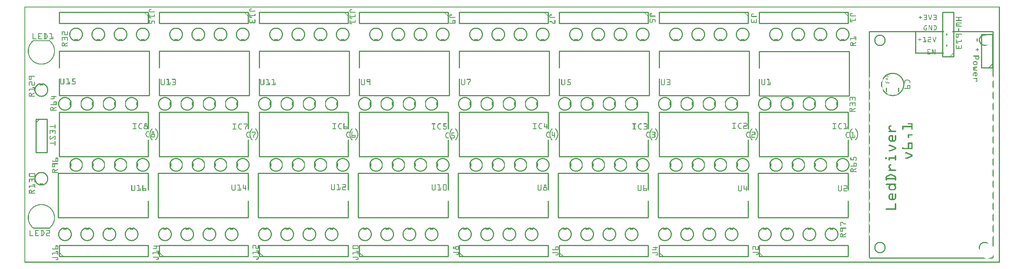
<source format=gto>
G04 MADE WITH FRITZING*
G04 WWW.FRITZING.ORG*
G04 DOUBLE SIDED*
G04 HOLES PLATED*
G04 CONTOUR ON CENTER OF CONTOUR VECTOR*
%ASAXBY*%
%FSLAX23Y23*%
%MOIN*%
%OFA0B0*%
%SFA1.0B1.0*%
%ADD10C,0.103000X0.083*%
%ADD11C,0.010000*%
%ADD12C,0.005000*%
%ADD13C,0.007874*%
%ADD14R,0.001000X0.001000*%
%LNSILK1*%
G90*
G70*
G54D10*
X7702Y2004D03*
X7702Y135D03*
G54D11*
X8021Y2087D02*
X8021Y1887D01*
D02*
X8365Y1855D02*
X8365Y2255D01*
D02*
X8365Y2255D02*
X8265Y2255D01*
D02*
X8265Y2255D02*
X8265Y1855D01*
D02*
X8265Y1855D02*
X8365Y1855D01*
D02*
X8715Y1755D02*
X8715Y2055D01*
D02*
X8715Y2055D02*
X8615Y2055D01*
D02*
X8615Y2055D02*
X8615Y1755D01*
D02*
X8615Y1755D02*
X8715Y1755D01*
G54D12*
D02*
X8715Y1790D02*
X8680Y1755D01*
G54D11*
D02*
X103Y1293D02*
X103Y993D01*
D02*
X103Y993D02*
X203Y993D01*
D02*
X203Y993D02*
X203Y1293D01*
D02*
X203Y1293D02*
X103Y1293D01*
G54D12*
D02*
X103Y1258D02*
X138Y1293D01*
G54D11*
D02*
X1115Y2255D02*
X315Y2255D01*
D02*
X315Y2255D02*
X315Y2155D01*
D02*
X315Y2155D02*
X1115Y2155D01*
D02*
X1115Y2155D02*
X1115Y2255D01*
D02*
X2015Y2255D02*
X1215Y2255D01*
D02*
X1215Y2255D02*
X1215Y2155D01*
D02*
X1215Y2155D02*
X2015Y2155D01*
D02*
X2015Y2155D02*
X2015Y2255D01*
D02*
X2915Y2255D02*
X2115Y2255D01*
D02*
X2115Y2255D02*
X2115Y2155D01*
D02*
X2115Y2155D02*
X2915Y2155D01*
D02*
X2915Y2155D02*
X2915Y2255D01*
D02*
X3815Y2255D02*
X3015Y2255D01*
D02*
X3015Y2255D02*
X3015Y2155D01*
D02*
X3015Y2155D02*
X3815Y2155D01*
D02*
X3815Y2155D02*
X3815Y2255D01*
D02*
X4715Y2255D02*
X3915Y2255D01*
D02*
X3915Y2255D02*
X3915Y2155D01*
D02*
X3915Y2155D02*
X4715Y2155D01*
D02*
X4715Y2155D02*
X4715Y2255D01*
D02*
X5615Y2255D02*
X4815Y2255D01*
D02*
X4815Y2255D02*
X4815Y2155D01*
D02*
X4815Y2155D02*
X5615Y2155D01*
D02*
X5615Y2155D02*
X5615Y2255D01*
D02*
X6515Y2255D02*
X5715Y2255D01*
D02*
X5715Y2255D02*
X5715Y2155D01*
D02*
X5715Y2155D02*
X6515Y2155D01*
D02*
X6515Y2155D02*
X6515Y2255D01*
D02*
X7415Y2255D02*
X6615Y2255D01*
D02*
X6615Y2255D02*
X6615Y2155D01*
D02*
X6615Y2155D02*
X7415Y2155D01*
D02*
X7415Y2155D02*
X7415Y2255D01*
D02*
X1115Y1355D02*
X315Y1355D01*
D02*
X315Y1355D02*
X315Y955D01*
D02*
X315Y955D02*
X1115Y955D01*
D02*
X1115Y1355D02*
X1115Y1205D01*
D02*
X1115Y1105D02*
X1115Y955D01*
D02*
X2015Y1355D02*
X1215Y1355D01*
D02*
X1215Y1355D02*
X1215Y955D01*
D02*
X1215Y955D02*
X2015Y955D01*
D02*
X2015Y1355D02*
X2015Y1205D01*
D02*
X2015Y1105D02*
X2015Y955D01*
D02*
X2915Y1355D02*
X2115Y1355D01*
D02*
X2115Y1355D02*
X2115Y955D01*
D02*
X2115Y955D02*
X2915Y955D01*
D02*
X2915Y1355D02*
X2915Y1205D01*
D02*
X2915Y1105D02*
X2915Y955D01*
D02*
X3815Y1355D02*
X3015Y1355D01*
D02*
X3015Y1355D02*
X3015Y955D01*
D02*
X3015Y955D02*
X3815Y955D01*
D02*
X3815Y1355D02*
X3815Y1205D01*
D02*
X3815Y1105D02*
X3815Y955D01*
D02*
X4715Y1355D02*
X3915Y1355D01*
D02*
X3915Y1355D02*
X3915Y955D01*
D02*
X3915Y955D02*
X4715Y955D01*
D02*
X4715Y1355D02*
X4715Y1205D01*
D02*
X4715Y1105D02*
X4715Y955D01*
D02*
X5615Y1355D02*
X4815Y1355D01*
D02*
X4815Y1355D02*
X4815Y955D01*
D02*
X4815Y955D02*
X5615Y955D01*
D02*
X5615Y1355D02*
X5615Y1205D01*
D02*
X5615Y1105D02*
X5615Y955D01*
D02*
X6515Y1355D02*
X5715Y1355D01*
D02*
X5715Y1355D02*
X5715Y955D01*
D02*
X5715Y955D02*
X6515Y955D01*
D02*
X6515Y1355D02*
X6515Y1205D01*
D02*
X6515Y1105D02*
X6515Y955D01*
D02*
X7415Y1355D02*
X6615Y1355D01*
D02*
X6615Y1355D02*
X6615Y955D01*
D02*
X6615Y955D02*
X7415Y955D01*
D02*
X7415Y1355D02*
X7415Y1205D01*
D02*
X7415Y1105D02*
X7415Y955D01*
D02*
X1115Y805D02*
X305Y805D01*
D02*
X305Y805D02*
X305Y405D01*
D02*
X305Y405D02*
X1115Y405D01*
D02*
X1115Y805D02*
X1115Y655D01*
D02*
X1115Y555D02*
X1115Y405D01*
D02*
X2015Y805D02*
X1205Y805D01*
D02*
X1205Y805D02*
X1205Y405D01*
D02*
X1205Y405D02*
X2015Y405D01*
D02*
X2015Y805D02*
X2015Y655D01*
D02*
X2015Y555D02*
X2015Y405D01*
D02*
X2915Y805D02*
X2105Y805D01*
D02*
X2105Y805D02*
X2105Y405D01*
D02*
X2105Y405D02*
X2915Y405D01*
D02*
X2915Y805D02*
X2915Y655D01*
D02*
X2915Y555D02*
X2915Y405D01*
D02*
X3815Y805D02*
X3005Y805D01*
D02*
X3005Y805D02*
X3005Y405D01*
D02*
X3005Y405D02*
X3815Y405D01*
D02*
X3815Y805D02*
X3815Y655D01*
D02*
X3815Y555D02*
X3815Y405D01*
D02*
X4715Y805D02*
X3905Y805D01*
D02*
X3905Y805D02*
X3905Y405D01*
D02*
X3905Y405D02*
X4715Y405D01*
D02*
X4715Y805D02*
X4715Y655D01*
D02*
X4715Y555D02*
X4715Y405D01*
D02*
X5615Y805D02*
X4805Y805D01*
D02*
X4805Y805D02*
X4805Y405D01*
D02*
X4805Y405D02*
X5615Y405D01*
D02*
X5615Y805D02*
X5615Y655D01*
D02*
X5615Y555D02*
X5615Y405D01*
D02*
X6515Y805D02*
X5705Y805D01*
D02*
X5705Y805D02*
X5705Y405D01*
D02*
X5705Y405D02*
X6515Y405D01*
D02*
X6515Y805D02*
X6515Y655D01*
D02*
X6515Y555D02*
X6515Y405D01*
D02*
X7415Y805D02*
X6605Y805D01*
D02*
X6605Y805D02*
X6605Y405D01*
D02*
X6605Y405D02*
X7415Y405D01*
D02*
X7415Y805D02*
X7415Y655D01*
D02*
X7415Y555D02*
X7415Y405D01*
D02*
X315Y1505D02*
X1125Y1505D01*
D02*
X1125Y1505D02*
X1125Y1905D01*
D02*
X1125Y1905D02*
X315Y1905D01*
D02*
X315Y1505D02*
X315Y1655D01*
D02*
X315Y1755D02*
X315Y1905D01*
D02*
X1215Y1505D02*
X2025Y1505D01*
D02*
X2025Y1505D02*
X2025Y1905D01*
D02*
X2025Y1905D02*
X1215Y1905D01*
D02*
X1215Y1505D02*
X1215Y1655D01*
D02*
X1215Y1755D02*
X1215Y1905D01*
D02*
X2115Y1505D02*
X2925Y1505D01*
D02*
X2925Y1505D02*
X2925Y1905D01*
D02*
X2925Y1905D02*
X2115Y1905D01*
D02*
X2115Y1505D02*
X2115Y1655D01*
D02*
X2115Y1755D02*
X2115Y1905D01*
D02*
X3015Y1505D02*
X3825Y1505D01*
D02*
X3825Y1505D02*
X3825Y1905D01*
D02*
X3825Y1905D02*
X3015Y1905D01*
D02*
X3015Y1505D02*
X3015Y1655D01*
D02*
X3015Y1755D02*
X3015Y1905D01*
D02*
X3915Y1505D02*
X4725Y1505D01*
D02*
X4725Y1505D02*
X4725Y1905D01*
D02*
X4725Y1905D02*
X3915Y1905D01*
D02*
X3915Y1505D02*
X3915Y1655D01*
D02*
X3915Y1755D02*
X3915Y1905D01*
D02*
X5716Y1505D02*
X6526Y1505D01*
D02*
X6526Y1505D02*
X6526Y1905D01*
D02*
X6526Y1905D02*
X5716Y1905D01*
D02*
X5716Y1505D02*
X5716Y1655D01*
D02*
X5716Y1755D02*
X5716Y1905D01*
D02*
X4815Y1505D02*
X5625Y1505D01*
D02*
X5625Y1505D02*
X5625Y1905D01*
D02*
X5625Y1905D02*
X4815Y1905D01*
D02*
X4815Y1505D02*
X4815Y1655D01*
D02*
X4815Y1755D02*
X4815Y1905D01*
D02*
X6616Y1504D02*
X7426Y1504D01*
D02*
X7426Y1504D02*
X7426Y1904D01*
D02*
X7426Y1904D02*
X6616Y1904D01*
D02*
X6616Y1504D02*
X6616Y1654D01*
D02*
X6616Y1754D02*
X6616Y1904D01*
D02*
X315Y55D02*
X1115Y55D01*
D02*
X1115Y55D02*
X1115Y155D01*
D02*
X1115Y155D02*
X315Y155D01*
D02*
X315Y155D02*
X315Y55D01*
D02*
X1215Y55D02*
X2015Y55D01*
D02*
X2015Y55D02*
X2015Y155D01*
D02*
X2015Y155D02*
X1215Y155D01*
D02*
X1215Y155D02*
X1215Y55D01*
D02*
X2115Y55D02*
X2915Y55D01*
D02*
X2915Y55D02*
X2915Y155D01*
D02*
X2915Y155D02*
X2115Y155D01*
D02*
X2115Y155D02*
X2115Y55D01*
G54D12*
D02*
X2150Y55D02*
X2115Y90D01*
G54D11*
D02*
X3015Y55D02*
X3815Y55D01*
D02*
X3815Y55D02*
X3815Y155D01*
D02*
X3815Y155D02*
X3015Y155D01*
D02*
X3015Y155D02*
X3015Y55D01*
G54D12*
D02*
X3050Y55D02*
X3015Y90D01*
G54D11*
D02*
X3915Y55D02*
X4715Y55D01*
D02*
X4715Y55D02*
X4715Y155D01*
D02*
X4715Y155D02*
X3915Y155D01*
D02*
X3915Y155D02*
X3915Y55D01*
G54D12*
D02*
X3950Y55D02*
X3915Y90D01*
G54D11*
D02*
X6615Y55D02*
X7415Y55D01*
D02*
X7415Y55D02*
X7415Y155D01*
D02*
X7415Y155D02*
X6615Y155D01*
D02*
X6615Y155D02*
X6615Y55D01*
D02*
X5715Y55D02*
X6515Y55D01*
D02*
X6515Y55D02*
X6515Y155D01*
D02*
X6515Y155D02*
X5715Y155D01*
D02*
X5715Y155D02*
X5715Y55D01*
G54D12*
D02*
X5750Y55D02*
X5715Y90D01*
G54D11*
D02*
X4815Y55D02*
X5615Y55D01*
D02*
X5615Y55D02*
X5615Y155D01*
D02*
X5615Y155D02*
X4815Y155D01*
D02*
X4815Y155D02*
X4815Y55D01*
G54D12*
D02*
X4850Y55D02*
X4815Y90D01*
G54D13*
X224Y2000D02*
X82Y2000D01*
D02*
G54D14*
X1Y2307D02*
X8779Y2307D01*
X1Y2306D02*
X8779Y2306D01*
X1Y2305D02*
X8779Y2305D01*
X1Y2304D02*
X8779Y2304D01*
X1Y2303D02*
X8779Y2303D01*
X1Y2302D02*
X8779Y2302D01*
X1Y2301D02*
X8779Y2301D01*
X1Y2300D02*
X8779Y2300D01*
X1Y2299D02*
X8Y2299D01*
X8772Y2299D02*
X8779Y2299D01*
X1Y2298D02*
X8Y2298D01*
X8772Y2298D02*
X8779Y2298D01*
X1Y2297D02*
X8Y2297D01*
X8772Y2297D02*
X8779Y2297D01*
X1Y2296D02*
X8Y2296D01*
X8772Y2296D02*
X8779Y2296D01*
X1Y2295D02*
X8Y2295D01*
X8772Y2295D02*
X8779Y2295D01*
X1Y2294D02*
X8Y2294D01*
X8772Y2294D02*
X8779Y2294D01*
X1Y2293D02*
X8Y2293D01*
X8772Y2293D02*
X8779Y2293D01*
X1Y2292D02*
X8Y2292D01*
X8772Y2292D02*
X8779Y2292D01*
X1Y2291D02*
X8Y2291D01*
X8772Y2291D02*
X8779Y2291D01*
X1Y2290D02*
X8Y2290D01*
X8772Y2290D02*
X8779Y2290D01*
X1Y2289D02*
X8Y2289D01*
X2035Y2289D02*
X2046Y2289D01*
X8772Y2289D02*
X8779Y2289D01*
X1Y2288D02*
X8Y2288D01*
X2031Y2288D02*
X2048Y2288D01*
X8772Y2288D02*
X8779Y2288D01*
X1Y2287D02*
X8Y2287D01*
X2030Y2287D02*
X2049Y2287D01*
X8772Y2287D02*
X8779Y2287D01*
X1Y2286D02*
X8Y2286D01*
X2029Y2286D02*
X2049Y2286D01*
X8772Y2286D02*
X8779Y2286D01*
X1Y2285D02*
X8Y2285D01*
X2028Y2285D02*
X2049Y2285D01*
X8772Y2285D02*
X8779Y2285D01*
X1Y2284D02*
X8Y2284D01*
X2027Y2284D02*
X2049Y2284D01*
X8772Y2284D02*
X8779Y2284D01*
X1Y2283D02*
X8Y2283D01*
X1127Y2283D02*
X1143Y2283D01*
X2027Y2283D02*
X2048Y2283D01*
X8772Y2283D02*
X8779Y2283D01*
X1Y2282D02*
X8Y2282D01*
X1125Y2282D02*
X1144Y2282D01*
X2026Y2282D02*
X2035Y2282D01*
X8772Y2282D02*
X8779Y2282D01*
X1Y2281D02*
X8Y2281D01*
X1124Y2281D02*
X1144Y2281D01*
X2026Y2281D02*
X2033Y2281D01*
X2936Y2281D02*
X2950Y2281D01*
X8772Y2281D02*
X8779Y2281D01*
X1Y2280D02*
X8Y2280D01*
X1123Y2280D02*
X1144Y2280D01*
X2026Y2280D02*
X2032Y2280D01*
X2934Y2280D02*
X2951Y2280D01*
X8772Y2280D02*
X8779Y2280D01*
X1Y2279D02*
X8Y2279D01*
X1122Y2279D02*
X1144Y2279D01*
X2026Y2279D02*
X2032Y2279D01*
X2932Y2279D02*
X2952Y2279D01*
X8772Y2279D02*
X8779Y2279D01*
X1Y2278D02*
X8Y2278D01*
X1122Y2278D02*
X1143Y2278D01*
X2026Y2278D02*
X2032Y2278D01*
X2931Y2278D02*
X2952Y2278D01*
X8772Y2278D02*
X8779Y2278D01*
X1Y2277D02*
X8Y2277D01*
X1121Y2277D02*
X1141Y2277D01*
X2026Y2277D02*
X2032Y2277D01*
X2930Y2277D02*
X2952Y2277D01*
X8772Y2277D02*
X8779Y2277D01*
X1Y2276D02*
X8Y2276D01*
X1121Y2276D02*
X1128Y2276D01*
X2026Y2276D02*
X2032Y2276D01*
X2930Y2276D02*
X2951Y2276D01*
X8772Y2276D02*
X8779Y2276D01*
X1Y2275D02*
X8Y2275D01*
X1121Y2275D02*
X1127Y2275D01*
X2026Y2275D02*
X2032Y2275D01*
X2929Y2275D02*
X2950Y2275D01*
X8772Y2275D02*
X8779Y2275D01*
X1Y2274D02*
X8Y2274D01*
X1121Y2274D02*
X1127Y2274D01*
X2026Y2274D02*
X2032Y2274D01*
X2929Y2274D02*
X2936Y2274D01*
X8772Y2274D02*
X8779Y2274D01*
X1Y2273D02*
X8Y2273D01*
X1120Y2273D02*
X1126Y2273D01*
X2026Y2273D02*
X2032Y2273D01*
X2928Y2273D02*
X2935Y2273D01*
X8772Y2273D02*
X8779Y2273D01*
X1Y2272D02*
X8Y2272D01*
X1120Y2272D02*
X1126Y2272D01*
X2026Y2272D02*
X2032Y2272D01*
X2928Y2272D02*
X2934Y2272D01*
X8772Y2272D02*
X8779Y2272D01*
X1Y2271D02*
X8Y2271D01*
X1120Y2271D02*
X1126Y2271D01*
X2026Y2271D02*
X2032Y2271D01*
X2928Y2271D02*
X2934Y2271D01*
X8772Y2271D02*
X8779Y2271D01*
X1Y2270D02*
X8Y2270D01*
X1120Y2270D02*
X1126Y2270D01*
X2026Y2270D02*
X2032Y2270D01*
X2928Y2270D02*
X2934Y2270D01*
X8772Y2270D02*
X8779Y2270D01*
X1Y2269D02*
X8Y2269D01*
X1120Y2269D02*
X1126Y2269D01*
X2026Y2269D02*
X2033Y2269D01*
X2928Y2269D02*
X2934Y2269D01*
X8772Y2269D02*
X8779Y2269D01*
X1Y2268D02*
X8Y2268D01*
X1120Y2268D02*
X1126Y2268D01*
X2026Y2268D02*
X2077Y2268D01*
X2928Y2268D02*
X2934Y2268D01*
X8772Y2268D02*
X8779Y2268D01*
X1Y2267D02*
X8Y2267D01*
X1120Y2267D02*
X1126Y2267D01*
X2027Y2267D02*
X2078Y2267D01*
X2928Y2267D02*
X2934Y2267D01*
X8772Y2267D02*
X8779Y2267D01*
X1Y2266D02*
X8Y2266D01*
X1121Y2266D02*
X1127Y2266D01*
X2027Y2266D02*
X2079Y2266D01*
X2928Y2266D02*
X2934Y2266D01*
X8772Y2266D02*
X8779Y2266D01*
X1Y2265D02*
X8Y2265D01*
X1121Y2265D02*
X1127Y2265D01*
X2028Y2265D02*
X2079Y2265D01*
X2928Y2265D02*
X2934Y2265D01*
X8772Y2265D02*
X8779Y2265D01*
X1Y2264D02*
X8Y2264D01*
X1121Y2264D02*
X1128Y2264D01*
X2029Y2264D02*
X2079Y2264D01*
X2928Y2264D02*
X2934Y2264D01*
X8772Y2264D02*
X8779Y2264D01*
X1Y2263D02*
X8Y2263D01*
X1121Y2263D02*
X1171Y2263D01*
X2031Y2263D02*
X2078Y2263D01*
X2928Y2263D02*
X2934Y2263D01*
X8772Y2263D02*
X8779Y2263D01*
X1Y2262D02*
X8Y2262D01*
X1122Y2262D02*
X1173Y2262D01*
X2033Y2262D02*
X2077Y2262D01*
X2928Y2262D02*
X2935Y2262D01*
X8772Y2262D02*
X8779Y2262D01*
X1Y2261D02*
X8Y2261D01*
X1122Y2261D02*
X1173Y2261D01*
X2929Y2261D02*
X2936Y2261D01*
X8772Y2261D02*
X8779Y2261D01*
X1Y2260D02*
X8Y2260D01*
X1123Y2260D02*
X1174Y2260D01*
X2929Y2260D02*
X2980Y2260D01*
X8772Y2260D02*
X8779Y2260D01*
X1Y2259D02*
X8Y2259D01*
X1124Y2259D02*
X1173Y2259D01*
X2930Y2259D02*
X2981Y2259D01*
X8772Y2259D02*
X8779Y2259D01*
X1Y2258D02*
X8Y2258D01*
X1125Y2258D02*
X1173Y2258D01*
X2930Y2258D02*
X2981Y2258D01*
X8772Y2258D02*
X8779Y2258D01*
X1Y2257D02*
X8Y2257D01*
X1127Y2257D02*
X1172Y2257D01*
X2931Y2257D02*
X2981Y2257D01*
X7382Y2257D02*
X7382Y2257D01*
X8772Y2257D02*
X8779Y2257D01*
X1Y2256D02*
X8Y2256D01*
X1082Y2256D02*
X1083Y2256D01*
X1982Y2256D02*
X1983Y2256D01*
X2882Y2256D02*
X2883Y2256D01*
X2932Y2256D02*
X2981Y2256D01*
X3782Y2256D02*
X3783Y2256D01*
X4682Y2256D02*
X4683Y2256D01*
X5582Y2256D02*
X5583Y2256D01*
X6481Y2256D02*
X6483Y2256D01*
X7381Y2256D02*
X7383Y2256D01*
X8772Y2256D02*
X8779Y2256D01*
X1Y2255D02*
X8Y2255D01*
X1081Y2255D02*
X1084Y2255D01*
X1981Y2255D02*
X1984Y2255D01*
X2881Y2255D02*
X2884Y2255D01*
X2934Y2255D02*
X2980Y2255D01*
X3781Y2255D02*
X3784Y2255D01*
X4681Y2255D02*
X4684Y2255D01*
X5581Y2255D02*
X5584Y2255D01*
X6480Y2255D02*
X6484Y2255D01*
X7380Y2255D02*
X7384Y2255D01*
X8772Y2255D02*
X8779Y2255D01*
X1Y2254D02*
X8Y2254D01*
X1080Y2254D02*
X1085Y2254D01*
X1980Y2254D02*
X1985Y2254D01*
X2880Y2254D02*
X2885Y2254D01*
X2936Y2254D02*
X2979Y2254D01*
X3780Y2254D02*
X3785Y2254D01*
X4680Y2254D02*
X4685Y2254D01*
X5580Y2254D02*
X5585Y2254D01*
X6480Y2254D02*
X6485Y2254D01*
X7379Y2254D02*
X7385Y2254D01*
X8772Y2254D02*
X8779Y2254D01*
X1Y2253D02*
X8Y2253D01*
X1080Y2253D02*
X1086Y2253D01*
X1980Y2253D02*
X1986Y2253D01*
X2880Y2253D02*
X2886Y2253D01*
X3780Y2253D02*
X3786Y2253D01*
X4680Y2253D02*
X4686Y2253D01*
X5580Y2253D02*
X5586Y2253D01*
X6480Y2253D02*
X6486Y2253D01*
X7380Y2253D02*
X7386Y2253D01*
X8772Y2253D02*
X8779Y2253D01*
X1Y2252D02*
X8Y2252D01*
X1081Y2252D02*
X1087Y2252D01*
X1981Y2252D02*
X1987Y2252D01*
X2881Y2252D02*
X2887Y2252D01*
X3781Y2252D02*
X3787Y2252D01*
X4681Y2252D02*
X4687Y2252D01*
X5581Y2252D02*
X5587Y2252D01*
X6481Y2252D02*
X6487Y2252D01*
X7381Y2252D02*
X7387Y2252D01*
X8772Y2252D02*
X8779Y2252D01*
X1Y2251D02*
X8Y2251D01*
X1082Y2251D02*
X1088Y2251D01*
X1982Y2251D02*
X1988Y2251D01*
X2882Y2251D02*
X2888Y2251D01*
X3782Y2251D02*
X3788Y2251D01*
X4682Y2251D02*
X4688Y2251D01*
X5582Y2251D02*
X5588Y2251D01*
X6482Y2251D02*
X6488Y2251D01*
X7382Y2251D02*
X7388Y2251D01*
X8772Y2251D02*
X8779Y2251D01*
X1Y2250D02*
X8Y2250D01*
X1083Y2250D02*
X1089Y2250D01*
X1983Y2250D02*
X1989Y2250D01*
X2883Y2250D02*
X2889Y2250D01*
X3783Y2250D02*
X3789Y2250D01*
X4683Y2250D02*
X4689Y2250D01*
X5583Y2250D02*
X5589Y2250D01*
X6483Y2250D02*
X6489Y2250D01*
X7383Y2250D02*
X7389Y2250D01*
X8772Y2250D02*
X8779Y2250D01*
X1Y2249D02*
X8Y2249D01*
X1084Y2249D02*
X1090Y2249D01*
X1984Y2249D02*
X1990Y2249D01*
X2884Y2249D02*
X2890Y2249D01*
X3784Y2249D02*
X3790Y2249D01*
X4684Y2249D02*
X4690Y2249D01*
X5584Y2249D02*
X5590Y2249D01*
X6484Y2249D02*
X6490Y2249D01*
X7384Y2249D02*
X7390Y2249D01*
X8772Y2249D02*
X8779Y2249D01*
X1Y2248D02*
X8Y2248D01*
X1085Y2248D02*
X1091Y2248D01*
X1985Y2248D02*
X1991Y2248D01*
X2885Y2248D02*
X2891Y2248D01*
X3785Y2248D02*
X3791Y2248D01*
X4685Y2248D02*
X4691Y2248D01*
X5585Y2248D02*
X5591Y2248D01*
X6485Y2248D02*
X6491Y2248D01*
X7385Y2248D02*
X7391Y2248D01*
X8772Y2248D02*
X8779Y2248D01*
X1Y2247D02*
X8Y2247D01*
X1086Y2247D02*
X1092Y2247D01*
X1986Y2247D02*
X1992Y2247D01*
X2886Y2247D02*
X2892Y2247D01*
X3786Y2247D02*
X3792Y2247D01*
X4686Y2247D02*
X4692Y2247D01*
X5586Y2247D02*
X5592Y2247D01*
X6486Y2247D02*
X6492Y2247D01*
X7386Y2247D02*
X7392Y2247D01*
X8772Y2247D02*
X8779Y2247D01*
X1Y2246D02*
X8Y2246D01*
X1087Y2246D02*
X1093Y2246D01*
X1987Y2246D02*
X1993Y2246D01*
X2887Y2246D02*
X2893Y2246D01*
X3787Y2246D02*
X3793Y2246D01*
X4687Y2246D02*
X4693Y2246D01*
X5587Y2246D02*
X5593Y2246D01*
X6487Y2246D02*
X6493Y2246D01*
X7387Y2246D02*
X7393Y2246D01*
X7437Y2246D02*
X7452Y2246D01*
X8772Y2246D02*
X8779Y2246D01*
X1Y2245D02*
X8Y2245D01*
X1088Y2245D02*
X1094Y2245D01*
X1988Y2245D02*
X1994Y2245D01*
X2888Y2245D02*
X2894Y2245D01*
X3788Y2245D02*
X3794Y2245D01*
X4688Y2245D02*
X4694Y2245D01*
X5588Y2245D02*
X5594Y2245D01*
X6488Y2245D02*
X6494Y2245D01*
X7388Y2245D02*
X7394Y2245D01*
X7435Y2245D02*
X7453Y2245D01*
X8772Y2245D02*
X8779Y2245D01*
X1Y2244D02*
X8Y2244D01*
X1089Y2244D02*
X1095Y2244D01*
X1989Y2244D02*
X1995Y2244D01*
X2889Y2244D02*
X2895Y2244D01*
X3789Y2244D02*
X3795Y2244D01*
X4689Y2244D02*
X4695Y2244D01*
X5589Y2244D02*
X5595Y2244D01*
X5633Y2244D02*
X5649Y2244D01*
X6489Y2244D02*
X6495Y2244D01*
X7389Y2244D02*
X7395Y2244D01*
X7434Y2244D02*
X7454Y2244D01*
X8772Y2244D02*
X8779Y2244D01*
X1Y2243D02*
X8Y2243D01*
X1090Y2243D02*
X1096Y2243D01*
X1990Y2243D02*
X1996Y2243D01*
X2890Y2243D02*
X2896Y2243D01*
X3790Y2243D02*
X3796Y2243D01*
X4690Y2243D02*
X4696Y2243D01*
X5590Y2243D02*
X5596Y2243D01*
X5631Y2243D02*
X5650Y2243D01*
X6490Y2243D02*
X6496Y2243D01*
X7390Y2243D02*
X7396Y2243D01*
X7433Y2243D02*
X7454Y2243D01*
X8772Y2243D02*
X8779Y2243D01*
X1Y2242D02*
X8Y2242D01*
X1091Y2242D02*
X1097Y2242D01*
X1991Y2242D02*
X1997Y2242D01*
X2028Y2242D02*
X2029Y2242D01*
X2075Y2242D02*
X2077Y2242D01*
X2891Y2242D02*
X2897Y2242D01*
X3791Y2242D02*
X3797Y2242D01*
X4691Y2242D02*
X4697Y2242D01*
X5591Y2242D02*
X5597Y2242D01*
X5630Y2242D02*
X5650Y2242D01*
X6491Y2242D02*
X6497Y2242D01*
X7391Y2242D02*
X7397Y2242D01*
X7432Y2242D02*
X7454Y2242D01*
X8772Y2242D02*
X8779Y2242D01*
X1Y2241D02*
X8Y2241D01*
X1092Y2241D02*
X1098Y2241D01*
X1992Y2241D02*
X1998Y2241D01*
X2026Y2241D02*
X2031Y2241D01*
X2074Y2241D02*
X2078Y2241D01*
X2892Y2241D02*
X2898Y2241D01*
X3792Y2241D02*
X3798Y2241D01*
X4692Y2241D02*
X4698Y2241D01*
X5592Y2241D02*
X5598Y2241D01*
X5629Y2241D02*
X5650Y2241D01*
X6492Y2241D02*
X6498Y2241D01*
X6547Y2241D02*
X6563Y2241D01*
X7392Y2241D02*
X7398Y2241D01*
X7431Y2241D02*
X7453Y2241D01*
X8772Y2241D02*
X8779Y2241D01*
X1Y2240D02*
X8Y2240D01*
X1094Y2240D02*
X1099Y2240D01*
X1994Y2240D02*
X1999Y2240D01*
X2026Y2240D02*
X2031Y2240D01*
X2073Y2240D02*
X2079Y2240D01*
X2893Y2240D02*
X2899Y2240D01*
X3793Y2240D02*
X3799Y2240D01*
X4693Y2240D02*
X4699Y2240D01*
X5593Y2240D02*
X5599Y2240D01*
X5628Y2240D02*
X5650Y2240D01*
X6493Y2240D02*
X6499Y2240D01*
X6545Y2240D02*
X6564Y2240D01*
X7393Y2240D02*
X7399Y2240D01*
X7431Y2240D02*
X7452Y2240D01*
X8772Y2240D02*
X8779Y2240D01*
X1Y2239D02*
X8Y2239D01*
X1095Y2239D02*
X1100Y2239D01*
X1995Y2239D02*
X2000Y2239D01*
X2026Y2239D02*
X2032Y2239D01*
X2073Y2239D02*
X2079Y2239D01*
X2895Y2239D02*
X2900Y2239D01*
X3795Y2239D02*
X3800Y2239D01*
X4695Y2239D02*
X4700Y2239D01*
X5595Y2239D02*
X5600Y2239D01*
X5628Y2239D02*
X5649Y2239D01*
X6495Y2239D02*
X6500Y2239D01*
X6544Y2239D02*
X6564Y2239D01*
X7394Y2239D02*
X7400Y2239D01*
X7431Y2239D02*
X7438Y2239D01*
X8772Y2239D02*
X8779Y2239D01*
X1Y2238D02*
X8Y2238D01*
X1096Y2238D02*
X1101Y2238D01*
X1996Y2238D02*
X2001Y2238D01*
X2026Y2238D02*
X2032Y2238D01*
X2073Y2238D02*
X2079Y2238D01*
X2896Y2238D02*
X2901Y2238D01*
X3796Y2238D02*
X3801Y2238D01*
X4696Y2238D02*
X4701Y2238D01*
X5596Y2238D02*
X5601Y2238D01*
X5627Y2238D02*
X5647Y2238D01*
X6496Y2238D02*
X6501Y2238D01*
X6543Y2238D02*
X6564Y2238D01*
X7396Y2238D02*
X7401Y2238D01*
X7430Y2238D02*
X7437Y2238D01*
X8772Y2238D02*
X8779Y2238D01*
X1Y2237D02*
X8Y2237D01*
X1097Y2237D02*
X1102Y2237D01*
X1123Y2237D02*
X1124Y2237D01*
X1170Y2237D02*
X1171Y2237D01*
X1997Y2237D02*
X2002Y2237D01*
X2026Y2237D02*
X2032Y2237D01*
X2073Y2237D02*
X2079Y2237D01*
X2897Y2237D02*
X2902Y2237D01*
X3797Y2237D02*
X3802Y2237D01*
X4697Y2237D02*
X4702Y2237D01*
X5597Y2237D02*
X5602Y2237D01*
X5627Y2237D02*
X5634Y2237D01*
X6497Y2237D02*
X6502Y2237D01*
X6542Y2237D02*
X6564Y2237D01*
X7397Y2237D02*
X7402Y2237D01*
X7430Y2237D02*
X7436Y2237D01*
X8772Y2237D02*
X8779Y2237D01*
X1Y2236D02*
X8Y2236D01*
X1098Y2236D02*
X1103Y2236D01*
X1121Y2236D02*
X1125Y2236D01*
X1169Y2236D02*
X1173Y2236D01*
X1998Y2236D02*
X2003Y2236D01*
X2026Y2236D02*
X2032Y2236D01*
X2073Y2236D02*
X2079Y2236D01*
X2898Y2236D02*
X2903Y2236D01*
X3798Y2236D02*
X3803Y2236D01*
X4698Y2236D02*
X4703Y2236D01*
X5598Y2236D02*
X5603Y2236D01*
X5627Y2236D02*
X5633Y2236D01*
X6498Y2236D02*
X6503Y2236D01*
X6542Y2236D02*
X6563Y2236D01*
X7398Y2236D02*
X7403Y2236D01*
X7430Y2236D02*
X7436Y2236D01*
X8772Y2236D02*
X8779Y2236D01*
X1Y2235D02*
X8Y2235D01*
X1099Y2235D02*
X1104Y2235D01*
X1121Y2235D02*
X1126Y2235D01*
X1168Y2235D02*
X1173Y2235D01*
X1999Y2235D02*
X2004Y2235D01*
X2026Y2235D02*
X2032Y2235D01*
X2073Y2235D02*
X2079Y2235D01*
X2899Y2235D02*
X2904Y2235D01*
X3799Y2235D02*
X3804Y2235D01*
X4699Y2235D02*
X4704Y2235D01*
X5599Y2235D02*
X5604Y2235D01*
X5627Y2235D02*
X5633Y2235D01*
X6499Y2235D02*
X6504Y2235D01*
X6541Y2235D02*
X6562Y2235D01*
X7399Y2235D02*
X7404Y2235D01*
X7430Y2235D02*
X7436Y2235D01*
X8772Y2235D02*
X8779Y2235D01*
X1Y2234D02*
X8Y2234D01*
X1100Y2234D02*
X1105Y2234D01*
X1121Y2234D02*
X1126Y2234D01*
X1168Y2234D02*
X1174Y2234D01*
X2000Y2234D02*
X2005Y2234D01*
X2026Y2234D02*
X2032Y2234D01*
X2073Y2234D02*
X2079Y2234D01*
X2900Y2234D02*
X2905Y2234D01*
X2930Y2234D02*
X2932Y2234D01*
X2977Y2234D02*
X2980Y2234D01*
X3800Y2234D02*
X3805Y2234D01*
X3833Y2234D02*
X3848Y2234D01*
X4700Y2234D02*
X4705Y2234D01*
X4732Y2234D02*
X4747Y2234D01*
X5600Y2234D02*
X5605Y2234D01*
X5627Y2234D02*
X5633Y2234D01*
X6500Y2234D02*
X6505Y2234D01*
X6541Y2234D02*
X6548Y2234D01*
X7399Y2234D02*
X7405Y2234D01*
X7430Y2234D02*
X7436Y2234D01*
X8772Y2234D02*
X8779Y2234D01*
X1Y2233D02*
X8Y2233D01*
X1101Y2233D02*
X1106Y2233D01*
X1120Y2233D02*
X1126Y2233D01*
X1168Y2233D02*
X1174Y2233D01*
X2001Y2233D02*
X2006Y2233D01*
X2026Y2233D02*
X2032Y2233D01*
X2073Y2233D02*
X2079Y2233D01*
X2901Y2233D02*
X2906Y2233D01*
X2929Y2233D02*
X2933Y2233D01*
X2976Y2233D02*
X2981Y2233D01*
X3800Y2233D02*
X3806Y2233D01*
X3830Y2233D02*
X3849Y2233D01*
X4700Y2233D02*
X4706Y2233D01*
X4730Y2233D02*
X4748Y2233D01*
X5600Y2233D02*
X5606Y2233D01*
X5627Y2233D02*
X5633Y2233D01*
X6500Y2233D02*
X6506Y2233D01*
X6541Y2233D02*
X6547Y2233D01*
X7400Y2233D02*
X7406Y2233D01*
X7430Y2233D02*
X7436Y2233D01*
X8772Y2233D02*
X8779Y2233D01*
X1Y2232D02*
X8Y2232D01*
X1101Y2232D02*
X1107Y2232D01*
X1120Y2232D02*
X1126Y2232D01*
X1168Y2232D02*
X1174Y2232D01*
X2001Y2232D02*
X2007Y2232D01*
X2026Y2232D02*
X2032Y2232D01*
X2073Y2232D02*
X2079Y2232D01*
X2901Y2232D02*
X2907Y2232D01*
X2928Y2232D02*
X2934Y2232D01*
X2975Y2232D02*
X2981Y2232D01*
X3801Y2232D02*
X3807Y2232D01*
X3829Y2232D02*
X3849Y2232D01*
X4701Y2232D02*
X4707Y2232D01*
X4729Y2232D02*
X4749Y2232D01*
X5601Y2232D02*
X5607Y2232D01*
X5627Y2232D02*
X5633Y2232D01*
X6501Y2232D02*
X6507Y2232D01*
X6540Y2232D02*
X6547Y2232D01*
X7401Y2232D02*
X7407Y2232D01*
X7430Y2232D02*
X7436Y2232D01*
X8095Y2232D02*
X8120Y2232D01*
X8139Y2232D02*
X8142Y2232D01*
X8163Y2232D02*
X8166Y2232D01*
X8183Y2232D02*
X8207Y2232D01*
X8772Y2232D02*
X8779Y2232D01*
X1Y2231D02*
X8Y2231D01*
X1102Y2231D02*
X1108Y2231D01*
X1120Y2231D02*
X1126Y2231D01*
X1168Y2231D02*
X1174Y2231D01*
X2002Y2231D02*
X2008Y2231D01*
X2026Y2231D02*
X2032Y2231D01*
X2073Y2231D02*
X2079Y2231D01*
X2902Y2231D02*
X2908Y2231D01*
X2928Y2231D02*
X2934Y2231D01*
X2975Y2231D02*
X2981Y2231D01*
X3802Y2231D02*
X3808Y2231D01*
X3828Y2231D02*
X3849Y2231D01*
X4702Y2231D02*
X4708Y2231D01*
X4728Y2231D02*
X4749Y2231D01*
X5602Y2231D02*
X5608Y2231D01*
X5627Y2231D02*
X5633Y2231D01*
X6502Y2231D02*
X6508Y2231D01*
X6540Y2231D02*
X6546Y2231D01*
X7402Y2231D02*
X7408Y2231D01*
X7430Y2231D02*
X7436Y2231D01*
X8094Y2231D02*
X8121Y2231D01*
X8138Y2231D02*
X8143Y2231D01*
X8162Y2231D02*
X8167Y2231D01*
X8182Y2231D02*
X8209Y2231D01*
X8772Y2231D02*
X8779Y2231D01*
X1Y2230D02*
X8Y2230D01*
X1103Y2230D02*
X1109Y2230D01*
X1120Y2230D02*
X1126Y2230D01*
X1168Y2230D02*
X1174Y2230D01*
X2003Y2230D02*
X2009Y2230D01*
X2026Y2230D02*
X2032Y2230D01*
X2073Y2230D02*
X2079Y2230D01*
X2903Y2230D02*
X2909Y2230D01*
X2928Y2230D02*
X2934Y2230D01*
X2975Y2230D02*
X2981Y2230D01*
X3803Y2230D02*
X3809Y2230D01*
X3827Y2230D02*
X3849Y2230D01*
X4703Y2230D02*
X4709Y2230D01*
X4727Y2230D02*
X4749Y2230D01*
X5603Y2230D02*
X5609Y2230D01*
X5627Y2230D02*
X5633Y2230D01*
X6503Y2230D02*
X6509Y2230D01*
X6540Y2230D02*
X6546Y2230D01*
X7403Y2230D02*
X7409Y2230D01*
X7430Y2230D02*
X7436Y2230D01*
X8094Y2230D02*
X8122Y2230D01*
X8138Y2230D02*
X8143Y2230D01*
X8162Y2230D02*
X8167Y2230D01*
X8182Y2230D02*
X8210Y2230D01*
X8772Y2230D02*
X8779Y2230D01*
X1Y2229D02*
X8Y2229D01*
X1104Y2229D02*
X1110Y2229D01*
X1120Y2229D02*
X1126Y2229D01*
X1168Y2229D02*
X1174Y2229D01*
X2004Y2229D02*
X2010Y2229D01*
X2026Y2229D02*
X2032Y2229D01*
X2073Y2229D02*
X2079Y2229D01*
X2904Y2229D02*
X2910Y2229D01*
X2928Y2229D02*
X2934Y2229D01*
X2975Y2229D02*
X2981Y2229D01*
X3804Y2229D02*
X3810Y2229D01*
X3827Y2229D02*
X3848Y2229D01*
X4704Y2229D02*
X4710Y2229D01*
X4727Y2229D02*
X4748Y2229D01*
X5604Y2229D02*
X5610Y2229D01*
X5627Y2229D02*
X5633Y2229D01*
X6504Y2229D02*
X6510Y2229D01*
X6540Y2229D02*
X6546Y2229D01*
X7404Y2229D02*
X7410Y2229D01*
X7430Y2229D02*
X7436Y2229D01*
X8094Y2229D02*
X8123Y2229D01*
X8138Y2229D02*
X8143Y2229D01*
X8162Y2229D02*
X8167Y2229D01*
X8182Y2229D02*
X8210Y2229D01*
X8772Y2229D02*
X8779Y2229D01*
X1Y2228D02*
X8Y2228D01*
X1105Y2228D02*
X1111Y2228D01*
X1120Y2228D02*
X1126Y2228D01*
X1168Y2228D02*
X1174Y2228D01*
X2005Y2228D02*
X2011Y2228D01*
X2026Y2228D02*
X2079Y2228D01*
X2905Y2228D02*
X2911Y2228D01*
X2928Y2228D02*
X2934Y2228D01*
X2975Y2228D02*
X2981Y2228D01*
X3805Y2228D02*
X3811Y2228D01*
X3826Y2228D02*
X3847Y2228D01*
X4705Y2228D02*
X4711Y2228D01*
X4726Y2228D02*
X4747Y2228D01*
X5605Y2228D02*
X5611Y2228D01*
X5627Y2228D02*
X5633Y2228D01*
X6505Y2228D02*
X6511Y2228D01*
X6540Y2228D02*
X6546Y2228D01*
X7405Y2228D02*
X7411Y2228D01*
X7430Y2228D02*
X7437Y2228D01*
X8095Y2228D02*
X8123Y2228D01*
X8138Y2228D02*
X8143Y2228D01*
X8162Y2228D02*
X8167Y2228D01*
X8182Y2228D02*
X8211Y2228D01*
X8772Y2228D02*
X8779Y2228D01*
X1Y2227D02*
X8Y2227D01*
X1106Y2227D02*
X1112Y2227D01*
X1120Y2227D02*
X1126Y2227D01*
X1168Y2227D02*
X1174Y2227D01*
X2006Y2227D02*
X2012Y2227D01*
X2026Y2227D02*
X2079Y2227D01*
X2906Y2227D02*
X2912Y2227D01*
X2928Y2227D02*
X2934Y2227D01*
X2975Y2227D02*
X2981Y2227D01*
X3806Y2227D02*
X3812Y2227D01*
X3826Y2227D02*
X3833Y2227D01*
X4706Y2227D02*
X4712Y2227D01*
X4726Y2227D02*
X4733Y2227D01*
X5606Y2227D02*
X5612Y2227D01*
X5627Y2227D02*
X5633Y2227D01*
X6506Y2227D02*
X6512Y2227D01*
X6540Y2227D02*
X6546Y2227D01*
X7406Y2227D02*
X7412Y2227D01*
X7431Y2227D02*
X7437Y2227D01*
X8096Y2227D02*
X8123Y2227D01*
X8138Y2227D02*
X8143Y2227D01*
X8162Y2227D02*
X8167Y2227D01*
X8183Y2227D02*
X8211Y2227D01*
X8772Y2227D02*
X8779Y2227D01*
X1Y2226D02*
X8Y2226D01*
X1107Y2226D02*
X1113Y2226D01*
X1120Y2226D02*
X1126Y2226D01*
X1168Y2226D02*
X1174Y2226D01*
X2007Y2226D02*
X2013Y2226D01*
X2026Y2226D02*
X2079Y2226D01*
X2907Y2226D02*
X2913Y2226D01*
X2928Y2226D02*
X2934Y2226D01*
X2975Y2226D02*
X2981Y2226D01*
X3807Y2226D02*
X3813Y2226D01*
X3826Y2226D02*
X3832Y2226D01*
X4707Y2226D02*
X4713Y2226D01*
X4726Y2226D02*
X4732Y2226D01*
X5607Y2226D02*
X5613Y2226D01*
X5627Y2226D02*
X5633Y2226D01*
X6507Y2226D02*
X6513Y2226D01*
X6540Y2226D02*
X6546Y2226D01*
X7407Y2226D02*
X7413Y2226D01*
X7431Y2226D02*
X7480Y2226D01*
X8118Y2226D02*
X8123Y2226D01*
X8138Y2226D02*
X8143Y2226D01*
X8162Y2226D02*
X8167Y2226D01*
X8206Y2226D02*
X8211Y2226D01*
X8772Y2226D02*
X8779Y2226D01*
X1Y2225D02*
X8Y2225D01*
X1108Y2225D02*
X1114Y2225D01*
X1120Y2225D02*
X1126Y2225D01*
X1168Y2225D02*
X1174Y2225D01*
X2008Y2225D02*
X2014Y2225D01*
X2026Y2225D02*
X2079Y2225D01*
X2908Y2225D02*
X2914Y2225D01*
X2928Y2225D02*
X2934Y2225D01*
X2975Y2225D02*
X2981Y2225D01*
X3808Y2225D02*
X3814Y2225D01*
X3826Y2225D02*
X3832Y2225D01*
X4708Y2225D02*
X4714Y2225D01*
X4726Y2225D02*
X4732Y2225D01*
X5608Y2225D02*
X5614Y2225D01*
X5627Y2225D02*
X5634Y2225D01*
X6508Y2225D02*
X6514Y2225D01*
X6540Y2225D02*
X6546Y2225D01*
X7408Y2225D02*
X7414Y2225D01*
X7431Y2225D02*
X7482Y2225D01*
X8118Y2225D02*
X8123Y2225D01*
X8138Y2225D02*
X8143Y2225D01*
X8162Y2225D02*
X8167Y2225D01*
X8206Y2225D02*
X8211Y2225D01*
X8772Y2225D02*
X8779Y2225D01*
X1Y2224D02*
X8Y2224D01*
X1109Y2224D02*
X1115Y2224D01*
X1120Y2224D02*
X1126Y2224D01*
X1168Y2224D02*
X1174Y2224D01*
X2009Y2224D02*
X2015Y2224D01*
X2026Y2224D02*
X2079Y2224D01*
X2909Y2224D02*
X2915Y2224D01*
X2928Y2224D02*
X2934Y2224D01*
X2975Y2224D02*
X2981Y2224D01*
X3809Y2224D02*
X3815Y2224D01*
X3825Y2224D02*
X3832Y2224D01*
X4709Y2224D02*
X4715Y2224D01*
X4725Y2224D02*
X4731Y2224D01*
X5609Y2224D02*
X5615Y2224D01*
X5628Y2224D02*
X5678Y2224D01*
X6509Y2224D02*
X6515Y2224D01*
X6540Y2224D02*
X6547Y2224D01*
X7409Y2224D02*
X7415Y2224D01*
X7432Y2224D02*
X7483Y2224D01*
X8064Y2224D02*
X8065Y2224D01*
X8118Y2224D02*
X8123Y2224D01*
X8138Y2224D02*
X8143Y2224D01*
X8162Y2224D02*
X8167Y2224D01*
X8206Y2224D02*
X8211Y2224D01*
X8772Y2224D02*
X8779Y2224D01*
X1Y2223D02*
X8Y2223D01*
X1110Y2223D02*
X1116Y2223D01*
X1120Y2223D02*
X1174Y2223D01*
X2010Y2223D02*
X2016Y2223D01*
X2026Y2223D02*
X2079Y2223D01*
X2910Y2223D02*
X2916Y2223D01*
X2928Y2223D02*
X2934Y2223D01*
X2975Y2223D02*
X2981Y2223D01*
X3810Y2223D02*
X3816Y2223D01*
X3825Y2223D02*
X3831Y2223D01*
X4710Y2223D02*
X4716Y2223D01*
X4725Y2223D02*
X4731Y2223D01*
X5610Y2223D02*
X5616Y2223D01*
X5628Y2223D02*
X5679Y2223D01*
X6510Y2223D02*
X6516Y2223D01*
X6541Y2223D02*
X6547Y2223D01*
X7410Y2223D02*
X7416Y2223D01*
X7433Y2223D02*
X7483Y2223D01*
X8063Y2223D02*
X8067Y2223D01*
X8118Y2223D02*
X8123Y2223D01*
X8138Y2223D02*
X8143Y2223D01*
X8162Y2223D02*
X8167Y2223D01*
X8206Y2223D02*
X8211Y2223D01*
X8772Y2223D02*
X8779Y2223D01*
X1Y2222D02*
X8Y2222D01*
X1111Y2222D02*
X1117Y2222D01*
X1120Y2222D02*
X1174Y2222D01*
X2011Y2222D02*
X2017Y2222D01*
X2026Y2222D02*
X2079Y2222D01*
X2911Y2222D02*
X2917Y2222D01*
X2928Y2222D02*
X2934Y2222D01*
X2975Y2222D02*
X2981Y2222D01*
X3811Y2222D02*
X3817Y2222D01*
X3825Y2222D02*
X3831Y2222D01*
X4711Y2222D02*
X4717Y2222D01*
X4725Y2222D02*
X4731Y2222D01*
X5611Y2222D02*
X5616Y2222D01*
X5629Y2222D02*
X5680Y2222D01*
X6511Y2222D02*
X6516Y2222D01*
X6541Y2222D02*
X6548Y2222D01*
X7411Y2222D02*
X7416Y2222D01*
X7433Y2222D02*
X7483Y2222D01*
X8063Y2222D02*
X8067Y2222D01*
X8118Y2222D02*
X8123Y2222D01*
X8138Y2222D02*
X8143Y2222D01*
X8162Y2222D02*
X8167Y2222D01*
X8206Y2222D02*
X8211Y2222D01*
X8772Y2222D02*
X8779Y2222D01*
X1Y2221D02*
X8Y2221D01*
X1112Y2221D02*
X1116Y2221D01*
X1120Y2221D02*
X1174Y2221D01*
X2012Y2221D02*
X2016Y2221D01*
X2026Y2221D02*
X2032Y2221D01*
X2912Y2221D02*
X2916Y2221D01*
X2928Y2221D02*
X2934Y2221D01*
X2975Y2221D02*
X2981Y2221D01*
X3812Y2221D02*
X3816Y2221D01*
X3825Y2221D02*
X3831Y2221D01*
X4712Y2221D02*
X4716Y2221D01*
X4725Y2221D02*
X4731Y2221D01*
X5612Y2221D02*
X5616Y2221D01*
X5629Y2221D02*
X5680Y2221D01*
X6512Y2221D02*
X6515Y2221D01*
X6541Y2221D02*
X6590Y2221D01*
X7412Y2221D02*
X7415Y2221D01*
X7435Y2221D02*
X7483Y2221D01*
X8062Y2221D02*
X8067Y2221D01*
X8118Y2221D02*
X8123Y2221D01*
X8138Y2221D02*
X8143Y2221D01*
X8162Y2221D02*
X8167Y2221D01*
X8206Y2221D02*
X8211Y2221D01*
X8772Y2221D02*
X8779Y2221D01*
X1Y2220D02*
X8Y2220D01*
X1113Y2220D02*
X1115Y2220D01*
X1120Y2220D02*
X1174Y2220D01*
X2013Y2220D02*
X2015Y2220D01*
X2026Y2220D02*
X2032Y2220D01*
X2913Y2220D02*
X2915Y2220D01*
X2928Y2220D02*
X2981Y2220D01*
X3813Y2220D02*
X3815Y2220D01*
X3825Y2220D02*
X3831Y2220D01*
X4713Y2220D02*
X4715Y2220D01*
X4725Y2220D02*
X4731Y2220D01*
X5613Y2220D02*
X5615Y2220D01*
X5630Y2220D02*
X5680Y2220D01*
X6513Y2220D02*
X6514Y2220D01*
X6541Y2220D02*
X6592Y2220D01*
X7413Y2220D02*
X7414Y2220D01*
X7436Y2220D02*
X7482Y2220D01*
X8062Y2220D02*
X8067Y2220D01*
X8118Y2220D02*
X8123Y2220D01*
X8138Y2220D02*
X8143Y2220D01*
X8162Y2220D02*
X8167Y2220D01*
X8206Y2220D02*
X8211Y2220D01*
X8772Y2220D02*
X8779Y2220D01*
X1Y2219D02*
X8Y2219D01*
X1120Y2219D02*
X1174Y2219D01*
X2026Y2219D02*
X2032Y2219D01*
X2928Y2219D02*
X2981Y2219D01*
X3825Y2219D02*
X3831Y2219D01*
X4725Y2219D02*
X4731Y2219D01*
X5632Y2219D02*
X5679Y2219D01*
X6542Y2219D02*
X6593Y2219D01*
X7441Y2219D02*
X7480Y2219D01*
X8062Y2219D02*
X8067Y2219D01*
X8118Y2219D02*
X8123Y2219D01*
X8138Y2219D02*
X8143Y2219D01*
X8162Y2219D02*
X8167Y2219D01*
X8206Y2219D02*
X8211Y2219D01*
X8772Y2219D02*
X8779Y2219D01*
X1Y2218D02*
X8Y2218D01*
X1120Y2218D02*
X1174Y2218D01*
X2026Y2218D02*
X2032Y2218D01*
X2928Y2218D02*
X2981Y2218D01*
X3825Y2218D02*
X3831Y2218D01*
X4725Y2218D02*
X4731Y2218D01*
X5633Y2218D02*
X5679Y2218D01*
X6543Y2218D02*
X6593Y2218D01*
X8062Y2218D02*
X8067Y2218D01*
X8118Y2218D02*
X8123Y2218D01*
X8138Y2218D02*
X8144Y2218D01*
X8161Y2218D02*
X8167Y2218D01*
X8206Y2218D02*
X8211Y2218D01*
X8772Y2218D02*
X8779Y2218D01*
X1Y2217D02*
X8Y2217D01*
X1120Y2217D02*
X1174Y2217D01*
X2026Y2217D02*
X2032Y2217D01*
X2928Y2217D02*
X2981Y2217D01*
X3826Y2217D02*
X3832Y2217D01*
X4725Y2217D02*
X4732Y2217D01*
X6544Y2217D02*
X6593Y2217D01*
X8062Y2217D02*
X8067Y2217D01*
X8118Y2217D02*
X8123Y2217D01*
X8139Y2217D02*
X8144Y2217D01*
X8161Y2217D02*
X8166Y2217D01*
X8206Y2217D02*
X8211Y2217D01*
X8772Y2217D02*
X8779Y2217D01*
X1Y2216D02*
X8Y2216D01*
X1120Y2216D02*
X1127Y2216D01*
X2026Y2216D02*
X2032Y2216D01*
X2928Y2216D02*
X2981Y2216D01*
X3826Y2216D02*
X3832Y2216D01*
X4726Y2216D02*
X4732Y2216D01*
X6545Y2216D02*
X6593Y2216D01*
X8062Y2216D02*
X8067Y2216D01*
X8118Y2216D02*
X8123Y2216D01*
X8139Y2216D02*
X8145Y2216D01*
X8160Y2216D02*
X8166Y2216D01*
X8206Y2216D02*
X8211Y2216D01*
X8772Y2216D02*
X8779Y2216D01*
X1Y2215D02*
X8Y2215D01*
X1120Y2215D02*
X1126Y2215D01*
X2026Y2215D02*
X2032Y2215D01*
X2928Y2215D02*
X2981Y2215D01*
X3826Y2215D02*
X3833Y2215D01*
X4726Y2215D02*
X4733Y2215D01*
X6546Y2215D02*
X6592Y2215D01*
X8062Y2215D02*
X8067Y2215D01*
X8118Y2215D02*
X8123Y2215D01*
X8139Y2215D02*
X8145Y2215D01*
X8160Y2215D02*
X8166Y2215D01*
X8206Y2215D02*
X8211Y2215D01*
X8772Y2215D02*
X8779Y2215D01*
X1Y2214D02*
X8Y2214D01*
X1120Y2214D02*
X1126Y2214D01*
X2026Y2214D02*
X2048Y2214D01*
X2928Y2214D02*
X2981Y2214D01*
X3826Y2214D02*
X3835Y2214D01*
X4726Y2214D02*
X4734Y2214D01*
X6551Y2214D02*
X6590Y2214D01*
X8062Y2214D02*
X8067Y2214D01*
X8118Y2214D02*
X8123Y2214D01*
X8140Y2214D02*
X8145Y2214D01*
X8160Y2214D02*
X8165Y2214D01*
X8205Y2214D02*
X8211Y2214D01*
X8772Y2214D02*
X8779Y2214D01*
X1Y2213D02*
X8Y2213D01*
X1120Y2213D02*
X1126Y2213D01*
X2026Y2213D02*
X2049Y2213D01*
X2928Y2213D02*
X2934Y2213D01*
X3826Y2213D02*
X3877Y2213D01*
X4726Y2213D02*
X4777Y2213D01*
X8062Y2213D02*
X8067Y2213D01*
X8117Y2213D02*
X8123Y2213D01*
X8140Y2213D02*
X8146Y2213D01*
X8159Y2213D02*
X8165Y2213D01*
X8205Y2213D02*
X8211Y2213D01*
X8772Y2213D02*
X8779Y2213D01*
X1Y2212D02*
X8Y2212D01*
X1120Y2212D02*
X1126Y2212D01*
X2026Y2212D02*
X2049Y2212D01*
X2928Y2212D02*
X2934Y2212D01*
X3827Y2212D02*
X3878Y2212D01*
X4727Y2212D02*
X4778Y2212D01*
X8052Y2212D02*
X8077Y2212D01*
X8102Y2212D02*
X8123Y2212D01*
X8141Y2212D02*
X8146Y2212D01*
X8159Y2212D02*
X8164Y2212D01*
X8190Y2212D02*
X8210Y2212D01*
X8772Y2212D02*
X8779Y2212D01*
X1Y2211D02*
X8Y2211D01*
X1120Y2211D02*
X1126Y2211D01*
X2026Y2211D02*
X2049Y2211D01*
X2928Y2211D02*
X2934Y2211D01*
X3828Y2211D02*
X3879Y2211D01*
X4728Y2211D02*
X4778Y2211D01*
X8051Y2211D02*
X8079Y2211D01*
X8101Y2211D02*
X8122Y2211D01*
X8141Y2211D02*
X8147Y2211D01*
X8158Y2211D02*
X8164Y2211D01*
X8188Y2211D02*
X8210Y2211D01*
X8386Y2211D02*
X8436Y2211D01*
X8772Y2211D02*
X8779Y2211D01*
X1Y2210D02*
X8Y2210D01*
X1120Y2210D02*
X1126Y2210D01*
X2026Y2210D02*
X2049Y2210D01*
X2928Y2210D02*
X2934Y2210D01*
X3829Y2210D02*
X3879Y2210D01*
X4729Y2210D02*
X4778Y2210D01*
X8051Y2210D02*
X8079Y2210D01*
X8100Y2210D02*
X8122Y2210D01*
X8141Y2210D02*
X8147Y2210D01*
X8158Y2210D02*
X8164Y2210D01*
X8188Y2210D02*
X8209Y2210D01*
X8385Y2210D02*
X8437Y2210D01*
X8772Y2210D02*
X8779Y2210D01*
X1Y2209D02*
X8Y2209D01*
X1120Y2209D02*
X1142Y2209D01*
X2027Y2209D02*
X2048Y2209D01*
X2928Y2209D02*
X2934Y2209D01*
X3830Y2209D02*
X3878Y2209D01*
X4730Y2209D02*
X4778Y2209D01*
X8050Y2209D02*
X8079Y2209D01*
X8100Y2209D02*
X8121Y2209D01*
X8142Y2209D02*
X8147Y2209D01*
X8158Y2209D02*
X8163Y2209D01*
X8188Y2209D02*
X8209Y2209D01*
X8385Y2209D02*
X8437Y2209D01*
X8772Y2209D02*
X8779Y2209D01*
X1Y2208D02*
X8Y2208D01*
X1120Y2208D02*
X1144Y2208D01*
X2028Y2208D02*
X2047Y2208D01*
X2928Y2208D02*
X2934Y2208D01*
X3831Y2208D02*
X3878Y2208D01*
X4731Y2208D02*
X4778Y2208D01*
X8051Y2208D02*
X8079Y2208D01*
X8100Y2208D02*
X8122Y2208D01*
X8142Y2208D02*
X8148Y2208D01*
X8157Y2208D02*
X8163Y2208D01*
X8188Y2208D02*
X8209Y2208D01*
X8384Y2208D02*
X8437Y2208D01*
X8772Y2208D02*
X8779Y2208D01*
X1Y2207D02*
X8Y2207D01*
X1120Y2207D02*
X1144Y2207D01*
X2928Y2207D02*
X2935Y2207D01*
X3835Y2207D02*
X3876Y2207D01*
X4735Y2207D02*
X4776Y2207D01*
X8051Y2207D02*
X8079Y2207D01*
X8101Y2207D02*
X8122Y2207D01*
X8143Y2207D02*
X8148Y2207D01*
X8157Y2207D02*
X8163Y2207D01*
X8189Y2207D02*
X8210Y2207D01*
X8385Y2207D02*
X8437Y2207D01*
X8772Y2207D02*
X8779Y2207D01*
X1Y2206D02*
X8Y2206D01*
X1120Y2206D02*
X1144Y2206D01*
X2928Y2206D02*
X2951Y2206D01*
X8062Y2206D02*
X8068Y2206D01*
X8116Y2206D02*
X8123Y2206D01*
X8143Y2206D02*
X8149Y2206D01*
X8157Y2206D02*
X8162Y2206D01*
X8203Y2206D02*
X8210Y2206D01*
X8385Y2206D02*
X8437Y2206D01*
X8772Y2206D02*
X8779Y2206D01*
X1Y2205D02*
X8Y2205D01*
X1121Y2205D02*
X1144Y2205D01*
X2928Y2205D02*
X2951Y2205D01*
X8062Y2205D02*
X8067Y2205D01*
X8117Y2205D02*
X8123Y2205D01*
X8143Y2205D02*
X8149Y2205D01*
X8156Y2205D02*
X8162Y2205D01*
X8205Y2205D02*
X8211Y2205D01*
X8387Y2205D02*
X8435Y2205D01*
X8772Y2205D02*
X8779Y2205D01*
X1Y2204D02*
X8Y2204D01*
X1121Y2204D02*
X1143Y2204D01*
X2928Y2204D02*
X2952Y2204D01*
X8062Y2204D02*
X8067Y2204D01*
X8118Y2204D02*
X8123Y2204D01*
X8144Y2204D02*
X8149Y2204D01*
X8156Y2204D02*
X8161Y2204D01*
X8206Y2204D02*
X8211Y2204D01*
X8408Y2204D02*
X8414Y2204D01*
X8772Y2204D02*
X8779Y2204D01*
X1Y2203D02*
X8Y2203D01*
X1122Y2203D02*
X1142Y2203D01*
X2928Y2203D02*
X2952Y2203D01*
X8062Y2203D02*
X8067Y2203D01*
X8118Y2203D02*
X8123Y2203D01*
X8144Y2203D02*
X8150Y2203D01*
X8155Y2203D02*
X8161Y2203D01*
X8206Y2203D02*
X8211Y2203D01*
X8408Y2203D02*
X8414Y2203D01*
X8772Y2203D02*
X8779Y2203D01*
X1Y2202D02*
X8Y2202D01*
X2929Y2202D02*
X2951Y2202D01*
X8062Y2202D02*
X8067Y2202D01*
X8118Y2202D02*
X8123Y2202D01*
X8144Y2202D02*
X8150Y2202D01*
X8155Y2202D02*
X8161Y2202D01*
X8206Y2202D02*
X8211Y2202D01*
X8408Y2202D02*
X8414Y2202D01*
X8772Y2202D02*
X8779Y2202D01*
X1Y2201D02*
X8Y2201D01*
X2929Y2201D02*
X2951Y2201D01*
X8062Y2201D02*
X8067Y2201D01*
X8118Y2201D02*
X8123Y2201D01*
X8145Y2201D02*
X8150Y2201D01*
X8155Y2201D02*
X8160Y2201D01*
X8206Y2201D02*
X8211Y2201D01*
X8408Y2201D02*
X8414Y2201D01*
X8772Y2201D02*
X8779Y2201D01*
X1Y2200D02*
X8Y2200D01*
X2931Y2200D02*
X2949Y2200D01*
X8062Y2200D02*
X8067Y2200D01*
X8118Y2200D02*
X8123Y2200D01*
X8145Y2200D02*
X8151Y2200D01*
X8154Y2200D02*
X8160Y2200D01*
X8206Y2200D02*
X8211Y2200D01*
X8408Y2200D02*
X8414Y2200D01*
X8772Y2200D02*
X8779Y2200D01*
X1Y2199D02*
X8Y2199D01*
X7431Y2199D02*
X7435Y2199D01*
X7479Y2199D02*
X7482Y2199D01*
X8062Y2199D02*
X8067Y2199D01*
X8118Y2199D02*
X8123Y2199D01*
X8146Y2199D02*
X8151Y2199D01*
X8154Y2199D02*
X8159Y2199D01*
X8206Y2199D02*
X8211Y2199D01*
X8408Y2199D02*
X8414Y2199D01*
X8772Y2199D02*
X8779Y2199D01*
X1Y2198D02*
X8Y2198D01*
X5632Y2198D02*
X5633Y2198D01*
X7431Y2198D02*
X7436Y2198D01*
X7478Y2198D02*
X7483Y2198D01*
X8062Y2198D02*
X8067Y2198D01*
X8118Y2198D02*
X8123Y2198D01*
X8146Y2198D02*
X8159Y2198D01*
X8206Y2198D02*
X8211Y2198D01*
X8408Y2198D02*
X8414Y2198D01*
X8772Y2198D02*
X8779Y2198D01*
X1Y2197D02*
X8Y2197D01*
X5631Y2197D02*
X5635Y2197D01*
X7430Y2197D02*
X7436Y2197D01*
X7477Y2197D02*
X7483Y2197D01*
X8062Y2197D02*
X8067Y2197D01*
X8118Y2197D02*
X8123Y2197D01*
X8146Y2197D02*
X8159Y2197D01*
X8206Y2197D02*
X8211Y2197D01*
X8408Y2197D02*
X8414Y2197D01*
X8772Y2197D02*
X8779Y2197D01*
X1Y2196D02*
X8Y2196D01*
X5630Y2196D02*
X5635Y2196D01*
X7430Y2196D02*
X7436Y2196D01*
X7477Y2196D02*
X7483Y2196D01*
X8063Y2196D02*
X8067Y2196D01*
X8118Y2196D02*
X8123Y2196D01*
X8147Y2196D02*
X8158Y2196D01*
X8206Y2196D02*
X8211Y2196D01*
X8408Y2196D02*
X8414Y2196D01*
X8772Y2196D02*
X8779Y2196D01*
X1Y2195D02*
X8Y2195D01*
X5629Y2195D02*
X5636Y2195D01*
X7430Y2195D02*
X7436Y2195D01*
X7477Y2195D02*
X7483Y2195D01*
X8063Y2195D02*
X8067Y2195D01*
X8118Y2195D02*
X8123Y2195D01*
X8147Y2195D02*
X8158Y2195D01*
X8206Y2195D02*
X8211Y2195D01*
X8408Y2195D02*
X8414Y2195D01*
X8772Y2195D02*
X8779Y2195D01*
X1Y2194D02*
X8Y2194D01*
X5629Y2194D02*
X5636Y2194D01*
X6542Y2194D02*
X6545Y2194D01*
X6589Y2194D02*
X6592Y2194D01*
X7430Y2194D02*
X7436Y2194D01*
X7477Y2194D02*
X7483Y2194D01*
X8118Y2194D02*
X8123Y2194D01*
X8148Y2194D02*
X8157Y2194D01*
X8206Y2194D02*
X8211Y2194D01*
X8408Y2194D02*
X8414Y2194D01*
X8772Y2194D02*
X8779Y2194D01*
X1Y2193D02*
X8Y2193D01*
X5629Y2193D02*
X5635Y2193D01*
X6541Y2193D02*
X6546Y2193D01*
X6588Y2193D02*
X6593Y2193D01*
X7430Y2193D02*
X7436Y2193D01*
X7477Y2193D02*
X7483Y2193D01*
X8118Y2193D02*
X8123Y2193D01*
X8148Y2193D02*
X8157Y2193D01*
X8206Y2193D02*
X8211Y2193D01*
X8408Y2193D02*
X8414Y2193D01*
X8772Y2193D02*
X8779Y2193D01*
X1Y2192D02*
X8Y2192D01*
X2029Y2192D02*
X2029Y2192D01*
X2076Y2192D02*
X2076Y2192D01*
X5628Y2192D02*
X5635Y2192D01*
X6541Y2192D02*
X6546Y2192D01*
X6588Y2192D02*
X6593Y2192D01*
X7430Y2192D02*
X7436Y2192D01*
X7477Y2192D02*
X7483Y2192D01*
X8118Y2192D02*
X8123Y2192D01*
X8148Y2192D02*
X8157Y2192D01*
X8206Y2192D02*
X8211Y2192D01*
X8408Y2192D02*
X8414Y2192D01*
X8772Y2192D02*
X8779Y2192D01*
X1Y2191D02*
X8Y2191D01*
X2027Y2191D02*
X2031Y2191D01*
X2074Y2191D02*
X2078Y2191D01*
X5628Y2191D02*
X5634Y2191D01*
X5651Y2191D02*
X5680Y2191D01*
X6540Y2191D02*
X6546Y2191D01*
X6588Y2191D02*
X6594Y2191D01*
X7430Y2191D02*
X7436Y2191D01*
X7477Y2191D02*
X7483Y2191D01*
X8095Y2191D02*
X8123Y2191D01*
X8149Y2191D02*
X8156Y2191D01*
X8183Y2191D02*
X8211Y2191D01*
X8408Y2191D02*
X8414Y2191D01*
X8772Y2191D02*
X8779Y2191D01*
X1Y2190D02*
X8Y2190D01*
X2026Y2190D02*
X2031Y2190D01*
X2073Y2190D02*
X2078Y2190D01*
X5627Y2190D02*
X5634Y2190D01*
X5650Y2190D02*
X5680Y2190D01*
X6540Y2190D02*
X6546Y2190D01*
X6588Y2190D02*
X6594Y2190D01*
X7430Y2190D02*
X7436Y2190D01*
X7477Y2190D02*
X7483Y2190D01*
X8095Y2190D02*
X8123Y2190D01*
X8149Y2190D02*
X8156Y2190D01*
X8182Y2190D02*
X8211Y2190D01*
X8408Y2190D02*
X8414Y2190D01*
X8772Y2190D02*
X8779Y2190D01*
X1Y2189D02*
X8Y2189D01*
X2026Y2189D02*
X2032Y2189D01*
X2073Y2189D02*
X2079Y2189D01*
X5627Y2189D02*
X5634Y2189D01*
X5650Y2189D02*
X5680Y2189D01*
X6540Y2189D02*
X6546Y2189D01*
X6588Y2189D02*
X6594Y2189D01*
X7430Y2189D02*
X7436Y2189D01*
X7477Y2189D02*
X7483Y2189D01*
X8094Y2189D02*
X8123Y2189D01*
X8150Y2189D02*
X8155Y2189D01*
X8182Y2189D02*
X8210Y2189D01*
X8408Y2189D02*
X8414Y2189D01*
X8772Y2189D02*
X8779Y2189D01*
X1Y2188D02*
X8Y2188D01*
X2026Y2188D02*
X2032Y2188D01*
X2073Y2188D02*
X2079Y2188D01*
X5627Y2188D02*
X5633Y2188D01*
X5650Y2188D02*
X5680Y2188D01*
X6540Y2188D02*
X6546Y2188D01*
X6588Y2188D02*
X6594Y2188D01*
X7430Y2188D02*
X7436Y2188D01*
X7477Y2188D02*
X7483Y2188D01*
X8094Y2188D02*
X8122Y2188D01*
X8150Y2188D02*
X8155Y2188D01*
X8182Y2188D02*
X8210Y2188D01*
X8408Y2188D02*
X8414Y2188D01*
X8772Y2188D02*
X8779Y2188D01*
X1Y2187D02*
X8Y2187D01*
X2026Y2187D02*
X2032Y2187D01*
X2073Y2187D02*
X2079Y2187D01*
X3856Y2187D02*
X3877Y2187D01*
X4771Y2187D02*
X4777Y2187D01*
X5627Y2187D02*
X5633Y2187D01*
X5650Y2187D02*
X5680Y2187D01*
X6540Y2187D02*
X6546Y2187D01*
X6565Y2187D02*
X6569Y2187D01*
X6588Y2187D02*
X6594Y2187D01*
X7430Y2187D02*
X7436Y2187D01*
X7477Y2187D02*
X7483Y2187D01*
X8095Y2187D02*
X8121Y2187D01*
X8150Y2187D02*
X8155Y2187D01*
X8182Y2187D02*
X8209Y2187D01*
X8408Y2187D02*
X8414Y2187D01*
X8772Y2187D02*
X8779Y2187D01*
X1Y2186D02*
X8Y2186D01*
X1124Y2186D02*
X1128Y2186D01*
X2026Y2186D02*
X2032Y2186D01*
X2073Y2186D02*
X2079Y2186D01*
X3855Y2186D02*
X3878Y2186D01*
X4770Y2186D02*
X4778Y2186D01*
X5627Y2186D02*
X5633Y2186D01*
X5650Y2186D02*
X5680Y2186D01*
X6540Y2186D02*
X6546Y2186D01*
X6564Y2186D02*
X6570Y2186D01*
X6588Y2186D02*
X6594Y2186D01*
X7430Y2186D02*
X7483Y2186D01*
X8096Y2186D02*
X8119Y2186D01*
X8151Y2186D02*
X8154Y2186D01*
X8183Y2186D02*
X8207Y2186D01*
X8408Y2186D02*
X8414Y2186D01*
X8772Y2186D02*
X8779Y2186D01*
X1Y2185D02*
X8Y2185D01*
X1124Y2185D02*
X1129Y2185D01*
X2026Y2185D02*
X2032Y2185D01*
X2052Y2185D02*
X2053Y2185D01*
X2073Y2185D02*
X2079Y2185D01*
X3855Y2185D02*
X3879Y2185D01*
X4770Y2185D02*
X4778Y2185D01*
X5627Y2185D02*
X5633Y2185D01*
X5650Y2185D02*
X5680Y2185D01*
X6540Y2185D02*
X6546Y2185D01*
X6564Y2185D02*
X6570Y2185D01*
X6588Y2185D02*
X6594Y2185D01*
X7430Y2185D02*
X7483Y2185D01*
X8408Y2185D02*
X8414Y2185D01*
X8772Y2185D02*
X8779Y2185D01*
X1Y2184D02*
X8Y2184D01*
X1123Y2184D02*
X1129Y2184D01*
X2026Y2184D02*
X2032Y2184D01*
X2050Y2184D02*
X2054Y2184D01*
X2073Y2184D02*
X2079Y2184D01*
X2930Y2184D02*
X2932Y2184D01*
X2977Y2184D02*
X2979Y2184D01*
X3855Y2184D02*
X3879Y2184D01*
X4770Y2184D02*
X4779Y2184D01*
X5627Y2184D02*
X5633Y2184D01*
X5650Y2184D02*
X5657Y2184D01*
X5674Y2184D02*
X5680Y2184D01*
X6540Y2184D02*
X6546Y2184D01*
X6564Y2184D02*
X6570Y2184D01*
X6588Y2184D02*
X6594Y2184D01*
X7430Y2184D02*
X7483Y2184D01*
X8387Y2184D02*
X8435Y2184D01*
X8772Y2184D02*
X8779Y2184D01*
X1Y2183D02*
X8Y2183D01*
X1123Y2183D02*
X1129Y2183D01*
X2026Y2183D02*
X2032Y2183D01*
X2049Y2183D02*
X2055Y2183D01*
X2073Y2183D02*
X2079Y2183D01*
X2929Y2183D02*
X2933Y2183D01*
X2976Y2183D02*
X2980Y2183D01*
X3855Y2183D02*
X3879Y2183D01*
X4770Y2183D02*
X4779Y2183D01*
X5627Y2183D02*
X5633Y2183D01*
X5650Y2183D02*
X5656Y2183D01*
X5674Y2183D02*
X5680Y2183D01*
X6540Y2183D02*
X6546Y2183D01*
X6564Y2183D02*
X6570Y2183D01*
X6588Y2183D02*
X6594Y2183D01*
X7430Y2183D02*
X7483Y2183D01*
X8385Y2183D02*
X8437Y2183D01*
X8772Y2183D02*
X8779Y2183D01*
X1Y2182D02*
X8Y2182D01*
X1122Y2182D02*
X1129Y2182D01*
X2026Y2182D02*
X2032Y2182D01*
X2049Y2182D02*
X2055Y2182D01*
X2073Y2182D02*
X2079Y2182D01*
X2928Y2182D02*
X2934Y2182D01*
X2976Y2182D02*
X2981Y2182D01*
X3855Y2182D02*
X3879Y2182D01*
X4771Y2182D02*
X4779Y2182D01*
X5627Y2182D02*
X5633Y2182D01*
X5650Y2182D02*
X5656Y2182D01*
X5674Y2182D02*
X5680Y2182D01*
X6540Y2182D02*
X6546Y2182D01*
X6564Y2182D02*
X6570Y2182D01*
X6588Y2182D02*
X6594Y2182D01*
X7430Y2182D02*
X7483Y2182D01*
X8385Y2182D02*
X8437Y2182D01*
X8772Y2182D02*
X8779Y2182D01*
X1Y2181D02*
X8Y2181D01*
X1122Y2181D02*
X1129Y2181D01*
X2026Y2181D02*
X2032Y2181D01*
X2049Y2181D02*
X2055Y2181D01*
X2073Y2181D02*
X2079Y2181D01*
X2928Y2181D02*
X2934Y2181D01*
X2975Y2181D02*
X2981Y2181D01*
X3855Y2181D02*
X3879Y2181D01*
X4772Y2181D02*
X4779Y2181D01*
X5627Y2181D02*
X5633Y2181D01*
X5650Y2181D02*
X5656Y2181D01*
X5674Y2181D02*
X5680Y2181D01*
X6540Y2181D02*
X6546Y2181D01*
X6564Y2181D02*
X6570Y2181D01*
X6588Y2181D02*
X6594Y2181D01*
X7430Y2181D02*
X7483Y2181D01*
X8384Y2181D02*
X8437Y2181D01*
X8772Y2181D02*
X8779Y2181D01*
X1Y2180D02*
X8Y2180D01*
X1121Y2180D02*
X1128Y2180D01*
X1144Y2180D02*
X1173Y2180D01*
X2026Y2180D02*
X2032Y2180D01*
X2049Y2180D02*
X2055Y2180D01*
X2073Y2180D02*
X2079Y2180D01*
X2928Y2180D02*
X2934Y2180D01*
X2975Y2180D02*
X2981Y2180D01*
X3855Y2180D02*
X3861Y2180D01*
X3873Y2180D02*
X3879Y2180D01*
X4773Y2180D02*
X4779Y2180D01*
X5627Y2180D02*
X5633Y2180D01*
X5650Y2180D02*
X5656Y2180D01*
X5674Y2180D02*
X5680Y2180D01*
X6540Y2180D02*
X6546Y2180D01*
X6564Y2180D02*
X6570Y2180D01*
X6588Y2180D02*
X6594Y2180D01*
X7430Y2180D02*
X7483Y2180D01*
X8385Y2180D02*
X8437Y2180D01*
X8772Y2180D02*
X8779Y2180D01*
X1Y2179D02*
X8Y2179D01*
X1121Y2179D02*
X1128Y2179D01*
X1144Y2179D02*
X1174Y2179D01*
X2026Y2179D02*
X2032Y2179D01*
X2049Y2179D02*
X2055Y2179D01*
X2073Y2179D02*
X2079Y2179D01*
X2928Y2179D02*
X2934Y2179D01*
X2975Y2179D02*
X2981Y2179D01*
X3855Y2179D02*
X3861Y2179D01*
X3873Y2179D02*
X3879Y2179D01*
X4773Y2179D02*
X4779Y2179D01*
X5627Y2179D02*
X5633Y2179D01*
X5650Y2179D02*
X5656Y2179D01*
X5674Y2179D02*
X5680Y2179D01*
X6540Y2179D02*
X6546Y2179D01*
X6564Y2179D02*
X6570Y2179D01*
X6588Y2179D02*
X6594Y2179D01*
X7430Y2179D02*
X7436Y2179D01*
X8385Y2179D02*
X8437Y2179D01*
X8772Y2179D02*
X8779Y2179D01*
X1Y2178D02*
X8Y2178D01*
X1121Y2178D02*
X1127Y2178D01*
X1144Y2178D02*
X1174Y2178D01*
X2026Y2178D02*
X2032Y2178D01*
X2049Y2178D02*
X2055Y2178D01*
X2073Y2178D02*
X2079Y2178D01*
X2928Y2178D02*
X2934Y2178D01*
X2975Y2178D02*
X2981Y2178D01*
X3855Y2178D02*
X3861Y2178D01*
X3873Y2178D02*
X3879Y2178D01*
X4773Y2178D02*
X4779Y2178D01*
X5627Y2178D02*
X5633Y2178D01*
X5650Y2178D02*
X5656Y2178D01*
X5674Y2178D02*
X5680Y2178D01*
X6540Y2178D02*
X6546Y2178D01*
X6564Y2178D02*
X6570Y2178D01*
X6588Y2178D02*
X6594Y2178D01*
X7430Y2178D02*
X7436Y2178D01*
X8386Y2178D02*
X8436Y2178D01*
X8772Y2178D02*
X8779Y2178D01*
X1Y2177D02*
X8Y2177D01*
X1121Y2177D02*
X1127Y2177D01*
X1144Y2177D02*
X1174Y2177D01*
X2026Y2177D02*
X2032Y2177D01*
X2049Y2177D02*
X2055Y2177D01*
X2073Y2177D02*
X2079Y2177D01*
X2928Y2177D02*
X2934Y2177D01*
X2975Y2177D02*
X2981Y2177D01*
X3855Y2177D02*
X3861Y2177D01*
X3873Y2177D02*
X3879Y2177D01*
X4773Y2177D02*
X4779Y2177D01*
X5627Y2177D02*
X5633Y2177D01*
X5650Y2177D02*
X5656Y2177D01*
X5674Y2177D02*
X5680Y2177D01*
X6540Y2177D02*
X6546Y2177D01*
X6564Y2177D02*
X6570Y2177D01*
X6588Y2177D02*
X6594Y2177D01*
X7430Y2177D02*
X7436Y2177D01*
X8772Y2177D02*
X8779Y2177D01*
X1Y2176D02*
X8Y2176D01*
X1121Y2176D02*
X1127Y2176D01*
X1144Y2176D02*
X1174Y2176D01*
X2026Y2176D02*
X2032Y2176D01*
X2049Y2176D02*
X2055Y2176D01*
X2073Y2176D02*
X2079Y2176D01*
X2928Y2176D02*
X2934Y2176D01*
X2975Y2176D02*
X2981Y2176D01*
X3855Y2176D02*
X3861Y2176D01*
X3873Y2176D02*
X3879Y2176D01*
X4773Y2176D02*
X4779Y2176D01*
X5627Y2176D02*
X5633Y2176D01*
X5650Y2176D02*
X5656Y2176D01*
X5674Y2176D02*
X5680Y2176D01*
X6540Y2176D02*
X6546Y2176D01*
X6564Y2176D02*
X6570Y2176D01*
X6588Y2176D02*
X6594Y2176D01*
X7430Y2176D02*
X7436Y2176D01*
X8772Y2176D02*
X8779Y2176D01*
X1Y2175D02*
X8Y2175D01*
X1120Y2175D02*
X1126Y2175D01*
X1144Y2175D02*
X1174Y2175D01*
X2026Y2175D02*
X2032Y2175D01*
X2049Y2175D02*
X2055Y2175D01*
X2073Y2175D02*
X2079Y2175D01*
X2928Y2175D02*
X2934Y2175D01*
X2975Y2175D02*
X2981Y2175D01*
X3855Y2175D02*
X3861Y2175D01*
X3873Y2175D02*
X3879Y2175D01*
X4773Y2175D02*
X4779Y2175D01*
X5627Y2175D02*
X5633Y2175D01*
X5650Y2175D02*
X5656Y2175D01*
X5674Y2175D02*
X5680Y2175D01*
X6540Y2175D02*
X6546Y2175D01*
X6564Y2175D02*
X6570Y2175D01*
X6588Y2175D02*
X6594Y2175D01*
X7430Y2175D02*
X7436Y2175D01*
X8772Y2175D02*
X8779Y2175D01*
X1Y2174D02*
X8Y2174D01*
X1120Y2174D02*
X1126Y2174D01*
X1144Y2174D02*
X1174Y2174D01*
X2026Y2174D02*
X2032Y2174D01*
X2049Y2174D02*
X2055Y2174D01*
X2073Y2174D02*
X2079Y2174D01*
X2928Y2174D02*
X2934Y2174D01*
X2975Y2174D02*
X2981Y2174D01*
X3855Y2174D02*
X3861Y2174D01*
X3873Y2174D02*
X3879Y2174D01*
X4729Y2174D02*
X4746Y2174D01*
X4773Y2174D02*
X4779Y2174D01*
X5627Y2174D02*
X5633Y2174D01*
X5650Y2174D02*
X5656Y2174D01*
X5674Y2174D02*
X5680Y2174D01*
X6540Y2174D02*
X6546Y2174D01*
X6564Y2174D02*
X6570Y2174D01*
X6588Y2174D02*
X6594Y2174D01*
X7430Y2174D02*
X7436Y2174D01*
X8772Y2174D02*
X8779Y2174D01*
X1Y2173D02*
X8Y2173D01*
X1120Y2173D02*
X1126Y2173D01*
X1144Y2173D02*
X1151Y2173D01*
X1167Y2173D02*
X1174Y2173D01*
X2026Y2173D02*
X2032Y2173D01*
X2049Y2173D02*
X2055Y2173D01*
X2073Y2173D02*
X2079Y2173D01*
X2928Y2173D02*
X2934Y2173D01*
X2975Y2173D02*
X2981Y2173D01*
X3855Y2173D02*
X3861Y2173D01*
X3873Y2173D02*
X3879Y2173D01*
X4727Y2173D02*
X4748Y2173D01*
X4773Y2173D02*
X4779Y2173D01*
X5627Y2173D02*
X5633Y2173D01*
X5650Y2173D02*
X5656Y2173D01*
X5674Y2173D02*
X5680Y2173D01*
X6540Y2173D02*
X6546Y2173D01*
X6564Y2173D02*
X6570Y2173D01*
X6588Y2173D02*
X6594Y2173D01*
X7430Y2173D02*
X7436Y2173D01*
X8772Y2173D02*
X8779Y2173D01*
X1Y2172D02*
X8Y2172D01*
X1120Y2172D02*
X1126Y2172D01*
X1144Y2172D02*
X1150Y2172D01*
X1168Y2172D02*
X1174Y2172D01*
X2026Y2172D02*
X2032Y2172D01*
X2049Y2172D02*
X2055Y2172D01*
X2073Y2172D02*
X2079Y2172D01*
X2928Y2172D02*
X2934Y2172D01*
X2975Y2172D02*
X2981Y2172D01*
X3855Y2172D02*
X3861Y2172D01*
X3873Y2172D02*
X3879Y2172D01*
X4726Y2172D02*
X4749Y2172D01*
X4773Y2172D02*
X4779Y2172D01*
X5627Y2172D02*
X5633Y2172D01*
X5650Y2172D02*
X5656Y2172D01*
X5674Y2172D02*
X5680Y2172D01*
X6540Y2172D02*
X6546Y2172D01*
X6564Y2172D02*
X6570Y2172D01*
X6588Y2172D02*
X6594Y2172D01*
X7430Y2172D02*
X7452Y2172D01*
X8772Y2172D02*
X8779Y2172D01*
X1Y2171D02*
X8Y2171D01*
X1120Y2171D02*
X1126Y2171D01*
X1144Y2171D02*
X1150Y2171D01*
X1168Y2171D02*
X1174Y2171D01*
X2026Y2171D02*
X2032Y2171D01*
X2049Y2171D02*
X2055Y2171D01*
X2073Y2171D02*
X2079Y2171D01*
X2928Y2171D02*
X2934Y2171D01*
X2975Y2171D02*
X2981Y2171D01*
X3855Y2171D02*
X3861Y2171D01*
X3873Y2171D02*
X3879Y2171D01*
X4726Y2171D02*
X4750Y2171D01*
X4773Y2171D02*
X4779Y2171D01*
X5627Y2171D02*
X5633Y2171D01*
X5650Y2171D02*
X5656Y2171D01*
X5674Y2171D02*
X5680Y2171D01*
X6540Y2171D02*
X6546Y2171D01*
X6564Y2171D02*
X6570Y2171D01*
X6588Y2171D02*
X6594Y2171D01*
X7430Y2171D02*
X7453Y2171D01*
X8772Y2171D02*
X8779Y2171D01*
X1Y2170D02*
X8Y2170D01*
X1120Y2170D02*
X1126Y2170D01*
X1144Y2170D02*
X1150Y2170D01*
X1168Y2170D02*
X1174Y2170D01*
X2026Y2170D02*
X2032Y2170D01*
X2049Y2170D02*
X2055Y2170D01*
X2073Y2170D02*
X2079Y2170D01*
X2928Y2170D02*
X2981Y2170D01*
X3855Y2170D02*
X3861Y2170D01*
X3873Y2170D02*
X3879Y2170D01*
X4726Y2170D02*
X4751Y2170D01*
X4773Y2170D02*
X4779Y2170D01*
X5627Y2170D02*
X5656Y2170D01*
X5674Y2170D02*
X5680Y2170D01*
X6540Y2170D02*
X6546Y2170D01*
X6564Y2170D02*
X6570Y2170D01*
X6588Y2170D02*
X6594Y2170D01*
X7430Y2170D02*
X7454Y2170D01*
X8772Y2170D02*
X8779Y2170D01*
X1Y2169D02*
X8Y2169D01*
X1120Y2169D02*
X1126Y2169D01*
X1144Y2169D02*
X1150Y2169D01*
X1168Y2169D02*
X1174Y2169D01*
X2026Y2169D02*
X2032Y2169D01*
X2049Y2169D02*
X2055Y2169D01*
X2073Y2169D02*
X2079Y2169D01*
X2928Y2169D02*
X2981Y2169D01*
X3855Y2169D02*
X3861Y2169D01*
X3873Y2169D02*
X3879Y2169D01*
X4726Y2169D02*
X4752Y2169D01*
X4773Y2169D02*
X4779Y2169D01*
X5627Y2169D02*
X5656Y2169D01*
X5674Y2169D02*
X5680Y2169D01*
X6540Y2169D02*
X6546Y2169D01*
X6563Y2169D02*
X6571Y2169D01*
X6588Y2169D02*
X6594Y2169D01*
X7430Y2169D02*
X7454Y2169D01*
X8772Y2169D02*
X8779Y2169D01*
X1Y2168D02*
X8Y2168D01*
X1120Y2168D02*
X1126Y2168D01*
X1144Y2168D02*
X1150Y2168D01*
X1168Y2168D02*
X1174Y2168D01*
X2026Y2168D02*
X2032Y2168D01*
X2049Y2168D02*
X2055Y2168D01*
X2073Y2168D02*
X2079Y2168D01*
X2928Y2168D02*
X2981Y2168D01*
X3855Y2168D02*
X3861Y2168D01*
X3873Y2168D02*
X3879Y2168D01*
X4727Y2168D02*
X4752Y2168D01*
X4773Y2168D02*
X4779Y2168D01*
X5627Y2168D02*
X5656Y2168D01*
X5674Y2168D02*
X5680Y2168D01*
X6540Y2168D02*
X6546Y2168D01*
X6562Y2168D02*
X6572Y2168D01*
X6588Y2168D02*
X6594Y2168D01*
X7430Y2168D02*
X7454Y2168D01*
X8772Y2168D02*
X8779Y2168D01*
X1Y2167D02*
X8Y2167D01*
X1120Y2167D02*
X1126Y2167D01*
X1144Y2167D02*
X1150Y2167D01*
X1168Y2167D02*
X1174Y2167D01*
X2026Y2167D02*
X2032Y2167D01*
X2049Y2167D02*
X2055Y2167D01*
X2073Y2167D02*
X2079Y2167D01*
X2928Y2167D02*
X2981Y2167D01*
X3855Y2167D02*
X3861Y2167D01*
X3873Y2167D02*
X3879Y2167D01*
X4745Y2167D02*
X4753Y2167D01*
X4773Y2167D02*
X4779Y2167D01*
X5628Y2167D02*
X5655Y2167D01*
X5674Y2167D02*
X5680Y2167D01*
X6540Y2167D02*
X6594Y2167D01*
X7431Y2167D02*
X7453Y2167D01*
X8772Y2167D02*
X8779Y2167D01*
X1Y2166D02*
X8Y2166D01*
X1120Y2166D02*
X1126Y2166D01*
X1144Y2166D02*
X1150Y2166D01*
X1168Y2166D02*
X1174Y2166D01*
X2026Y2166D02*
X2032Y2166D01*
X2048Y2166D02*
X2056Y2166D01*
X2073Y2166D02*
X2079Y2166D01*
X2928Y2166D02*
X2981Y2166D01*
X3855Y2166D02*
X3861Y2166D01*
X3873Y2166D02*
X3879Y2166D01*
X4746Y2166D02*
X4754Y2166D01*
X4773Y2166D02*
X4779Y2166D01*
X5629Y2166D02*
X5655Y2166D01*
X5674Y2166D02*
X5680Y2166D01*
X6541Y2166D02*
X6593Y2166D01*
X7432Y2166D02*
X7452Y2166D01*
X8772Y2166D02*
X8779Y2166D01*
X1Y2165D02*
X8Y2165D01*
X1120Y2165D02*
X1126Y2165D01*
X1144Y2165D02*
X1150Y2165D01*
X1168Y2165D02*
X1174Y2165D01*
X2026Y2165D02*
X2032Y2165D01*
X2047Y2165D02*
X2057Y2165D01*
X2073Y2165D02*
X2079Y2165D01*
X2928Y2165D02*
X2981Y2165D01*
X3855Y2165D02*
X3861Y2165D01*
X3873Y2165D02*
X3879Y2165D01*
X4747Y2165D02*
X4755Y2165D01*
X4773Y2165D02*
X4779Y2165D01*
X5630Y2165D02*
X5653Y2165D01*
X5675Y2165D02*
X5679Y2165D01*
X6541Y2165D02*
X6593Y2165D01*
X8772Y2165D02*
X8779Y2165D01*
X1Y2164D02*
X8Y2164D01*
X1120Y2164D02*
X1126Y2164D01*
X1144Y2164D02*
X1150Y2164D01*
X1168Y2164D02*
X1174Y2164D01*
X2026Y2164D02*
X2079Y2164D01*
X2928Y2164D02*
X2981Y2164D01*
X3855Y2164D02*
X3861Y2164D01*
X3873Y2164D02*
X3879Y2164D01*
X4748Y2164D02*
X4756Y2164D01*
X4773Y2164D02*
X4779Y2164D01*
X5631Y2164D02*
X5652Y2164D01*
X5676Y2164D02*
X5678Y2164D01*
X6541Y2164D02*
X6593Y2164D01*
X8772Y2164D02*
X8779Y2164D01*
X1Y2163D02*
X8Y2163D01*
X1120Y2163D02*
X1126Y2163D01*
X1144Y2163D02*
X1150Y2163D01*
X1168Y2163D02*
X1174Y2163D01*
X2026Y2163D02*
X2079Y2163D01*
X2928Y2163D02*
X2934Y2163D01*
X3827Y2163D02*
X3830Y2163D01*
X3855Y2163D02*
X3861Y2163D01*
X3873Y2163D02*
X3879Y2163D01*
X4748Y2163D02*
X4757Y2163D01*
X4773Y2163D02*
X4779Y2163D01*
X6542Y2163D02*
X6592Y2163D01*
X8772Y2163D02*
X8779Y2163D01*
X1Y2162D02*
X8Y2162D01*
X1120Y2162D02*
X1126Y2162D01*
X1144Y2162D02*
X1150Y2162D01*
X1168Y2162D02*
X1174Y2162D01*
X2026Y2162D02*
X2078Y2162D01*
X2928Y2162D02*
X2934Y2162D01*
X3826Y2162D02*
X3831Y2162D01*
X3855Y2162D02*
X3861Y2162D01*
X3873Y2162D02*
X3879Y2162D01*
X4749Y2162D02*
X4757Y2162D01*
X4773Y2162D02*
X4779Y2162D01*
X6543Y2162D02*
X6565Y2162D01*
X6569Y2162D02*
X6591Y2162D01*
X8772Y2162D02*
X8779Y2162D01*
X1Y2161D02*
X8Y2161D01*
X1120Y2161D02*
X1126Y2161D01*
X1144Y2161D02*
X1150Y2161D01*
X1168Y2161D02*
X1174Y2161D01*
X2027Y2161D02*
X2078Y2161D01*
X2928Y2161D02*
X2934Y2161D01*
X3826Y2161D02*
X3831Y2161D01*
X3855Y2161D02*
X3861Y2161D01*
X3873Y2161D02*
X3879Y2161D01*
X4750Y2161D02*
X4758Y2161D01*
X4773Y2161D02*
X4779Y2161D01*
X6544Y2161D02*
X6563Y2161D01*
X6571Y2161D02*
X6590Y2161D01*
X8392Y2161D02*
X8436Y2161D01*
X8772Y2161D02*
X8779Y2161D01*
X1Y2160D02*
X8Y2160D01*
X1120Y2160D02*
X1126Y2160D01*
X1144Y2160D02*
X1150Y2160D01*
X1168Y2160D02*
X1174Y2160D01*
X2027Y2160D02*
X2051Y2160D01*
X2053Y2160D02*
X2077Y2160D01*
X2928Y2160D02*
X2934Y2160D01*
X3825Y2160D02*
X3879Y2160D01*
X4751Y2160D02*
X4779Y2160D01*
X8390Y2160D02*
X8437Y2160D01*
X8772Y2160D02*
X8779Y2160D01*
X1Y2159D02*
X8Y2159D01*
X1120Y2159D02*
X1150Y2159D01*
X1168Y2159D02*
X1174Y2159D01*
X2028Y2159D02*
X2050Y2159D01*
X2054Y2159D02*
X2076Y2159D01*
X2928Y2159D02*
X2934Y2159D01*
X3825Y2159D02*
X3879Y2159D01*
X4752Y2159D02*
X4779Y2159D01*
X8388Y2159D02*
X8437Y2159D01*
X8772Y2159D02*
X8779Y2159D01*
X1Y2158D02*
X8Y2158D01*
X1121Y2158D02*
X1150Y2158D01*
X1168Y2158D02*
X1174Y2158D01*
X2030Y2158D02*
X2048Y2158D01*
X2057Y2158D02*
X2074Y2158D01*
X2928Y2158D02*
X2934Y2158D01*
X3825Y2158D02*
X3879Y2158D01*
X4753Y2158D02*
X4779Y2158D01*
X8387Y2158D02*
X8438Y2158D01*
X8772Y2158D02*
X8779Y2158D01*
X1Y2157D02*
X8Y2157D01*
X1121Y2157D02*
X1150Y2157D01*
X1168Y2157D02*
X1174Y2157D01*
X2928Y2157D02*
X2934Y2157D01*
X3825Y2157D02*
X3879Y2157D01*
X4754Y2157D02*
X4779Y2157D01*
X8385Y2157D02*
X8437Y2157D01*
X8772Y2157D02*
X8779Y2157D01*
X1Y2156D02*
X8Y2156D01*
X1121Y2156D02*
X1149Y2156D01*
X1168Y2156D02*
X1174Y2156D01*
X2928Y2156D02*
X2950Y2156D01*
X3826Y2156D02*
X3878Y2156D01*
X4754Y2156D02*
X4779Y2156D01*
X8385Y2156D02*
X8437Y2156D01*
X8772Y2156D02*
X8779Y2156D01*
X1Y2155D02*
X8Y2155D01*
X1122Y2155D02*
X1148Y2155D01*
X1168Y2155D02*
X1173Y2155D01*
X2928Y2155D02*
X2951Y2155D01*
X3826Y2155D02*
X3878Y2155D01*
X4755Y2155D02*
X4779Y2155D01*
X8384Y2155D02*
X8436Y2155D01*
X8772Y2155D02*
X8779Y2155D01*
X1Y2154D02*
X8Y2154D01*
X1123Y2154D02*
X1147Y2154D01*
X1168Y2154D02*
X1173Y2154D01*
X2928Y2154D02*
X2952Y2154D01*
X3827Y2154D02*
X3877Y2154D01*
X4756Y2154D02*
X4779Y2154D01*
X8384Y2154D02*
X8393Y2154D01*
X8772Y2154D02*
X8779Y2154D01*
X1Y2153D02*
X8Y2153D01*
X1125Y2153D02*
X1146Y2153D01*
X1169Y2153D02*
X1172Y2153D01*
X2928Y2153D02*
X2952Y2153D01*
X8384Y2153D02*
X8391Y2153D01*
X8772Y2153D02*
X8779Y2153D01*
X1Y2152D02*
X8Y2152D01*
X2928Y2152D02*
X2952Y2152D01*
X8384Y2152D02*
X8390Y2152D01*
X8772Y2152D02*
X8779Y2152D01*
X1Y2151D02*
X8Y2151D01*
X2929Y2151D02*
X2951Y2151D01*
X8384Y2151D02*
X8390Y2151D01*
X8772Y2151D02*
X8779Y2151D01*
X1Y2150D02*
X8Y2150D01*
X2930Y2150D02*
X2950Y2150D01*
X8384Y2150D02*
X8390Y2150D01*
X8772Y2150D02*
X8779Y2150D01*
X1Y2149D02*
X8Y2149D01*
X8384Y2149D02*
X8392Y2149D01*
X8772Y2149D02*
X8779Y2149D01*
X1Y2148D02*
X8Y2148D01*
X8384Y2148D02*
X8394Y2148D01*
X8772Y2148D02*
X8779Y2148D01*
X1Y2147D02*
X8Y2147D01*
X8385Y2147D02*
X8418Y2147D01*
X8772Y2147D02*
X8779Y2147D01*
X1Y2146D02*
X8Y2146D01*
X8385Y2146D02*
X8419Y2146D01*
X8772Y2146D02*
X8779Y2146D01*
X1Y2145D02*
X8Y2145D01*
X8386Y2145D02*
X8420Y2145D01*
X8772Y2145D02*
X8779Y2145D01*
X1Y2144D02*
X8Y2144D01*
X8386Y2144D02*
X8420Y2144D01*
X8772Y2144D02*
X8779Y2144D01*
X1Y2143D02*
X8Y2143D01*
X8385Y2143D02*
X8420Y2143D01*
X8772Y2143D02*
X8779Y2143D01*
X1Y2142D02*
X8Y2142D01*
X8385Y2142D02*
X8419Y2142D01*
X8772Y2142D02*
X8779Y2142D01*
X1Y2141D02*
X8Y2141D01*
X8384Y2141D02*
X8417Y2141D01*
X8772Y2141D02*
X8779Y2141D01*
X1Y2140D02*
X8Y2140D01*
X8384Y2140D02*
X8392Y2140D01*
X8772Y2140D02*
X8779Y2140D01*
X1Y2139D02*
X8Y2139D01*
X8111Y2139D02*
X8124Y2139D01*
X8140Y2139D02*
X8147Y2139D01*
X8165Y2139D02*
X8168Y2139D01*
X8185Y2139D02*
X8200Y2139D01*
X8384Y2139D02*
X8391Y2139D01*
X8772Y2139D02*
X8779Y2139D01*
X1Y2138D02*
X8Y2138D01*
X8109Y2138D02*
X8125Y2138D01*
X8140Y2138D02*
X8148Y2138D01*
X8164Y2138D02*
X8169Y2138D01*
X8184Y2138D02*
X8202Y2138D01*
X8384Y2138D02*
X8390Y2138D01*
X8772Y2138D02*
X8779Y2138D01*
X1Y2137D02*
X8Y2137D01*
X8108Y2137D02*
X8125Y2137D01*
X8140Y2137D02*
X8148Y2137D01*
X8164Y2137D02*
X8169Y2137D01*
X8184Y2137D02*
X8203Y2137D01*
X8384Y2137D02*
X8390Y2137D01*
X8772Y2137D02*
X8779Y2137D01*
X1Y2136D02*
X8Y2136D01*
X8107Y2136D02*
X8125Y2136D01*
X8140Y2136D02*
X8149Y2136D01*
X8164Y2136D02*
X8169Y2136D01*
X8184Y2136D02*
X8204Y2136D01*
X8384Y2136D02*
X8391Y2136D01*
X8772Y2136D02*
X8779Y2136D01*
X1Y2135D02*
X8Y2135D01*
X8106Y2135D02*
X8125Y2135D01*
X8140Y2135D02*
X8149Y2135D01*
X8164Y2135D02*
X8169Y2135D01*
X8184Y2135D02*
X8205Y2135D01*
X8384Y2135D02*
X8392Y2135D01*
X8772Y2135D02*
X8779Y2135D01*
X1Y2134D02*
X8Y2134D01*
X8105Y2134D02*
X8124Y2134D01*
X8140Y2134D02*
X8150Y2134D01*
X8164Y2134D02*
X8169Y2134D01*
X8185Y2134D02*
X8206Y2134D01*
X8384Y2134D02*
X8394Y2134D01*
X8772Y2134D02*
X8779Y2134D01*
X1Y2133D02*
X8Y2133D01*
X8105Y2133D02*
X8112Y2133D01*
X8140Y2133D02*
X8150Y2133D01*
X8164Y2133D02*
X8169Y2133D01*
X8190Y2133D02*
X8195Y2133D01*
X8200Y2133D02*
X8206Y2133D01*
X8385Y2133D02*
X8436Y2133D01*
X8772Y2133D02*
X8779Y2133D01*
X1Y2132D02*
X8Y2132D01*
X8104Y2132D02*
X8111Y2132D01*
X8140Y2132D02*
X8150Y2132D01*
X8164Y2132D02*
X8169Y2132D01*
X8190Y2132D02*
X8195Y2132D01*
X8201Y2132D02*
X8207Y2132D01*
X8385Y2132D02*
X8437Y2132D01*
X8772Y2132D02*
X8779Y2132D01*
X1Y2131D02*
X8Y2131D01*
X8103Y2131D02*
X8110Y2131D01*
X8140Y2131D02*
X8151Y2131D01*
X8164Y2131D02*
X8169Y2131D01*
X8190Y2131D02*
X8195Y2131D01*
X8201Y2131D02*
X8207Y2131D01*
X8386Y2131D02*
X8437Y2131D01*
X8772Y2131D02*
X8779Y2131D01*
X1Y2130D02*
X8Y2130D01*
X8102Y2130D02*
X8109Y2130D01*
X8140Y2130D02*
X8151Y2130D01*
X8164Y2130D02*
X8169Y2130D01*
X8190Y2130D02*
X8195Y2130D01*
X8202Y2130D02*
X8208Y2130D01*
X8388Y2130D02*
X8437Y2130D01*
X8772Y2130D02*
X8779Y2130D01*
X1Y2129D02*
X8Y2129D01*
X8101Y2129D02*
X8108Y2129D01*
X8140Y2129D02*
X8152Y2129D01*
X8164Y2129D02*
X8169Y2129D01*
X8190Y2129D02*
X8195Y2129D01*
X8202Y2129D02*
X8208Y2129D01*
X8389Y2129D02*
X8437Y2129D01*
X8772Y2129D02*
X8779Y2129D01*
X1Y2128D02*
X8Y2128D01*
X8101Y2128D02*
X8107Y2128D01*
X8140Y2128D02*
X8152Y2128D01*
X8164Y2128D02*
X8169Y2128D01*
X8190Y2128D02*
X8195Y2128D01*
X8203Y2128D02*
X8209Y2128D01*
X8391Y2128D02*
X8436Y2128D01*
X8772Y2128D02*
X8779Y2128D01*
X1Y2127D02*
X8Y2127D01*
X8100Y2127D02*
X8107Y2127D01*
X8140Y2127D02*
X8145Y2127D01*
X8147Y2127D02*
X8153Y2127D01*
X8164Y2127D02*
X8169Y2127D01*
X8190Y2127D02*
X8195Y2127D01*
X8203Y2127D02*
X8209Y2127D01*
X8393Y2127D02*
X8434Y2127D01*
X8772Y2127D02*
X8779Y2127D01*
X1Y2126D02*
X8Y2126D01*
X8099Y2126D02*
X8106Y2126D01*
X8140Y2126D02*
X8145Y2126D01*
X8147Y2126D02*
X8153Y2126D01*
X8164Y2126D02*
X8169Y2126D01*
X8190Y2126D02*
X8195Y2126D01*
X8204Y2126D02*
X8210Y2126D01*
X8772Y2126D02*
X8779Y2126D01*
X1Y2125D02*
X8Y2125D01*
X8098Y2125D02*
X8105Y2125D01*
X8140Y2125D02*
X8145Y2125D01*
X8148Y2125D02*
X8154Y2125D01*
X8164Y2125D02*
X8169Y2125D01*
X8190Y2125D02*
X8195Y2125D01*
X8204Y2125D02*
X8210Y2125D01*
X8772Y2125D02*
X8779Y2125D01*
X1Y2124D02*
X8Y2124D01*
X8098Y2124D02*
X8104Y2124D01*
X8140Y2124D02*
X8145Y2124D01*
X8148Y2124D02*
X8154Y2124D01*
X8164Y2124D02*
X8169Y2124D01*
X8190Y2124D02*
X8195Y2124D01*
X8205Y2124D02*
X8211Y2124D01*
X8772Y2124D02*
X8779Y2124D01*
X1Y2123D02*
X8Y2123D01*
X8097Y2123D02*
X8104Y2123D01*
X8140Y2123D02*
X8145Y2123D01*
X8149Y2123D02*
X8154Y2123D01*
X8164Y2123D02*
X8169Y2123D01*
X8190Y2123D02*
X8195Y2123D01*
X8205Y2123D02*
X8211Y2123D01*
X8772Y2123D02*
X8779Y2123D01*
X1Y2122D02*
X8Y2122D01*
X8097Y2122D02*
X8103Y2122D01*
X8140Y2122D02*
X8145Y2122D01*
X8149Y2122D02*
X8155Y2122D01*
X8164Y2122D02*
X8169Y2122D01*
X8190Y2122D02*
X8195Y2122D01*
X8206Y2122D02*
X8212Y2122D01*
X8772Y2122D02*
X8779Y2122D01*
X1Y2121D02*
X8Y2121D01*
X8097Y2121D02*
X8102Y2121D01*
X8140Y2121D02*
X8145Y2121D01*
X8150Y2121D02*
X8155Y2121D01*
X8164Y2121D02*
X8169Y2121D01*
X8190Y2121D02*
X8195Y2121D01*
X8206Y2121D02*
X8212Y2121D01*
X8772Y2121D02*
X8779Y2121D01*
X1Y2120D02*
X8Y2120D01*
X8096Y2120D02*
X8102Y2120D01*
X8140Y2120D02*
X8145Y2120D01*
X8150Y2120D02*
X8156Y2120D01*
X8164Y2120D02*
X8169Y2120D01*
X8190Y2120D02*
X8195Y2120D01*
X8207Y2120D02*
X8212Y2120D01*
X8772Y2120D02*
X8779Y2120D01*
X1Y2119D02*
X8Y2119D01*
X8096Y2119D02*
X8102Y2119D01*
X8140Y2119D02*
X8145Y2119D01*
X8150Y2119D02*
X8156Y2119D01*
X8164Y2119D02*
X8169Y2119D01*
X8190Y2119D02*
X8195Y2119D01*
X8207Y2119D02*
X8213Y2119D01*
X8772Y2119D02*
X8779Y2119D01*
X1Y2118D02*
X8Y2118D01*
X8096Y2118D02*
X8101Y2118D01*
X8140Y2118D02*
X8145Y2118D01*
X8151Y2118D02*
X8157Y2118D01*
X8164Y2118D02*
X8169Y2118D01*
X8190Y2118D02*
X8195Y2118D01*
X8208Y2118D02*
X8213Y2118D01*
X8772Y2118D02*
X8779Y2118D01*
X1Y2117D02*
X8Y2117D01*
X459Y2117D02*
X473Y2117D01*
X659Y2117D02*
X673Y2117D01*
X859Y2117D02*
X873Y2117D01*
X1059Y2117D02*
X1073Y2117D01*
X1359Y2117D02*
X1373Y2117D01*
X1559Y2117D02*
X1573Y2117D01*
X1759Y2117D02*
X1773Y2117D01*
X1959Y2117D02*
X1973Y2117D01*
X2259Y2117D02*
X2273Y2117D01*
X2459Y2117D02*
X2473Y2117D01*
X2658Y2117D02*
X2673Y2117D01*
X2858Y2117D02*
X2873Y2117D01*
X3158Y2117D02*
X3173Y2117D01*
X3358Y2117D02*
X3373Y2117D01*
X3558Y2117D02*
X3573Y2117D01*
X3758Y2117D02*
X3773Y2117D01*
X4058Y2117D02*
X4073Y2117D01*
X4258Y2117D02*
X4273Y2117D01*
X4458Y2117D02*
X4473Y2117D01*
X4658Y2117D02*
X4673Y2117D01*
X4958Y2117D02*
X4973Y2117D01*
X5158Y2117D02*
X5173Y2117D01*
X5358Y2117D02*
X5373Y2117D01*
X5558Y2117D02*
X5573Y2117D01*
X5858Y2117D02*
X5873Y2117D01*
X6058Y2117D02*
X6073Y2117D01*
X6258Y2117D02*
X6273Y2117D01*
X6458Y2117D02*
X6473Y2117D01*
X6758Y2117D02*
X6773Y2117D01*
X6958Y2117D02*
X6973Y2117D01*
X7158Y2117D02*
X7173Y2117D01*
X7358Y2117D02*
X7373Y2117D01*
X8096Y2117D02*
X8101Y2117D01*
X8140Y2117D02*
X8145Y2117D01*
X8151Y2117D02*
X8157Y2117D01*
X8164Y2117D02*
X8169Y2117D01*
X8190Y2117D02*
X8195Y2117D01*
X8208Y2117D02*
X8213Y2117D01*
X8772Y2117D02*
X8779Y2117D01*
X1Y2116D02*
X8Y2116D01*
X453Y2116D02*
X479Y2116D01*
X653Y2116D02*
X679Y2116D01*
X853Y2116D02*
X879Y2116D01*
X1053Y2116D02*
X1079Y2116D01*
X1353Y2116D02*
X1379Y2116D01*
X1553Y2116D02*
X1579Y2116D01*
X1753Y2116D02*
X1779Y2116D01*
X1953Y2116D02*
X1979Y2116D01*
X2253Y2116D02*
X2279Y2116D01*
X2453Y2116D02*
X2479Y2116D01*
X2653Y2116D02*
X2679Y2116D01*
X2853Y2116D02*
X2879Y2116D01*
X3153Y2116D02*
X3179Y2116D01*
X3353Y2116D02*
X3379Y2116D01*
X3553Y2116D02*
X3579Y2116D01*
X3753Y2116D02*
X3779Y2116D01*
X4053Y2116D02*
X4079Y2116D01*
X4253Y2116D02*
X4279Y2116D01*
X4453Y2116D02*
X4479Y2116D01*
X4653Y2116D02*
X4679Y2116D01*
X4953Y2116D02*
X4979Y2116D01*
X5153Y2116D02*
X5179Y2116D01*
X5353Y2116D02*
X5379Y2116D01*
X5553Y2116D02*
X5579Y2116D01*
X5853Y2116D02*
X5879Y2116D01*
X6053Y2116D02*
X6078Y2116D01*
X6253Y2116D02*
X6278Y2116D01*
X6453Y2116D02*
X6478Y2116D01*
X6753Y2116D02*
X6778Y2116D01*
X6953Y2116D02*
X6978Y2116D01*
X7153Y2116D02*
X7178Y2116D01*
X7353Y2116D02*
X7378Y2116D01*
X8096Y2116D02*
X8101Y2116D01*
X8140Y2116D02*
X8145Y2116D01*
X8152Y2116D02*
X8157Y2116D01*
X8164Y2116D02*
X8169Y2116D01*
X8190Y2116D02*
X8195Y2116D01*
X8208Y2116D02*
X8213Y2116D01*
X8772Y2116D02*
X8779Y2116D01*
X1Y2115D02*
X8Y2115D01*
X449Y2115D02*
X483Y2115D01*
X649Y2115D02*
X683Y2115D01*
X849Y2115D02*
X883Y2115D01*
X1049Y2115D02*
X1083Y2115D01*
X1349Y2115D02*
X1383Y2115D01*
X1549Y2115D02*
X1583Y2115D01*
X1749Y2115D02*
X1783Y2115D01*
X1949Y2115D02*
X1983Y2115D01*
X2249Y2115D02*
X2283Y2115D01*
X2449Y2115D02*
X2483Y2115D01*
X2649Y2115D02*
X2683Y2115D01*
X2849Y2115D02*
X2882Y2115D01*
X3149Y2115D02*
X3182Y2115D01*
X3349Y2115D02*
X3382Y2115D01*
X3549Y2115D02*
X3582Y2115D01*
X3749Y2115D02*
X3782Y2115D01*
X4049Y2115D02*
X4082Y2115D01*
X4249Y2115D02*
X4282Y2115D01*
X4449Y2115D02*
X4482Y2115D01*
X4649Y2115D02*
X4682Y2115D01*
X4949Y2115D02*
X4982Y2115D01*
X5149Y2115D02*
X5182Y2115D01*
X5349Y2115D02*
X5382Y2115D01*
X5549Y2115D02*
X5582Y2115D01*
X5849Y2115D02*
X5882Y2115D01*
X6049Y2115D02*
X6082Y2115D01*
X6249Y2115D02*
X6282Y2115D01*
X6449Y2115D02*
X6482Y2115D01*
X6749Y2115D02*
X6782Y2115D01*
X6949Y2115D02*
X6982Y2115D01*
X7149Y2115D02*
X7182Y2115D01*
X7349Y2115D02*
X7382Y2115D01*
X8096Y2115D02*
X8101Y2115D01*
X8140Y2115D02*
X8145Y2115D01*
X8152Y2115D02*
X8158Y2115D01*
X8164Y2115D02*
X8169Y2115D01*
X8190Y2115D02*
X8195Y2115D01*
X8208Y2115D02*
X8213Y2115D01*
X8772Y2115D02*
X8779Y2115D01*
X1Y2114D02*
X8Y2114D01*
X446Y2114D02*
X486Y2114D01*
X646Y2114D02*
X686Y2114D01*
X846Y2114D02*
X886Y2114D01*
X1046Y2114D02*
X1086Y2114D01*
X1346Y2114D02*
X1386Y2114D01*
X1546Y2114D02*
X1586Y2114D01*
X1746Y2114D02*
X1786Y2114D01*
X1946Y2114D02*
X1986Y2114D01*
X2246Y2114D02*
X2286Y2114D01*
X2446Y2114D02*
X2486Y2114D01*
X2646Y2114D02*
X2686Y2114D01*
X2846Y2114D02*
X2886Y2114D01*
X3146Y2114D02*
X3186Y2114D01*
X3346Y2114D02*
X3386Y2114D01*
X3546Y2114D02*
X3585Y2114D01*
X3746Y2114D02*
X3785Y2114D01*
X4046Y2114D02*
X4085Y2114D01*
X4246Y2114D02*
X4285Y2114D01*
X4446Y2114D02*
X4485Y2114D01*
X4646Y2114D02*
X4685Y2114D01*
X4946Y2114D02*
X4985Y2114D01*
X5146Y2114D02*
X5185Y2114D01*
X5346Y2114D02*
X5385Y2114D01*
X5546Y2114D02*
X5585Y2114D01*
X5846Y2114D02*
X5885Y2114D01*
X6046Y2114D02*
X6085Y2114D01*
X6246Y2114D02*
X6285Y2114D01*
X6446Y2114D02*
X6485Y2114D01*
X6746Y2114D02*
X6785Y2114D01*
X6946Y2114D02*
X6985Y2114D01*
X7146Y2114D02*
X7185Y2114D01*
X7346Y2114D02*
X7385Y2114D01*
X8096Y2114D02*
X8101Y2114D01*
X8114Y2114D02*
X8125Y2114D01*
X8140Y2114D02*
X8145Y2114D01*
X8153Y2114D02*
X8158Y2114D01*
X8164Y2114D02*
X8169Y2114D01*
X8190Y2114D02*
X8195Y2114D01*
X8208Y2114D02*
X8213Y2114D01*
X8772Y2114D02*
X8779Y2114D01*
X1Y2113D02*
X8Y2113D01*
X443Y2113D02*
X488Y2113D01*
X643Y2113D02*
X688Y2113D01*
X843Y2113D02*
X888Y2113D01*
X1043Y2113D02*
X1088Y2113D01*
X1343Y2113D02*
X1388Y2113D01*
X1543Y2113D02*
X1588Y2113D01*
X1743Y2113D02*
X1788Y2113D01*
X1943Y2113D02*
X1988Y2113D01*
X2243Y2113D02*
X2288Y2113D01*
X2443Y2113D02*
X2488Y2113D01*
X2643Y2113D02*
X2688Y2113D01*
X2843Y2113D02*
X2888Y2113D01*
X3143Y2113D02*
X3188Y2113D01*
X3343Y2113D02*
X3388Y2113D01*
X3543Y2113D02*
X3588Y2113D01*
X3743Y2113D02*
X3788Y2113D01*
X4043Y2113D02*
X4088Y2113D01*
X4243Y2113D02*
X4288Y2113D01*
X4443Y2113D02*
X4488Y2113D01*
X4643Y2113D02*
X4688Y2113D01*
X4943Y2113D02*
X4988Y2113D01*
X5143Y2113D02*
X5188Y2113D01*
X5343Y2113D02*
X5388Y2113D01*
X5543Y2113D02*
X5588Y2113D01*
X5843Y2113D02*
X5888Y2113D01*
X6043Y2113D02*
X6088Y2113D01*
X6243Y2113D02*
X6288Y2113D01*
X6443Y2113D02*
X6488Y2113D01*
X6743Y2113D02*
X6788Y2113D01*
X6943Y2113D02*
X6988Y2113D01*
X7143Y2113D02*
X7188Y2113D01*
X7343Y2113D02*
X7388Y2113D01*
X8096Y2113D02*
X8101Y2113D01*
X8112Y2113D02*
X8125Y2113D01*
X8140Y2113D02*
X8145Y2113D01*
X8153Y2113D02*
X8159Y2113D01*
X8164Y2113D02*
X8169Y2113D01*
X8190Y2113D02*
X8195Y2113D01*
X8207Y2113D02*
X8213Y2113D01*
X8772Y2113D02*
X8779Y2113D01*
X1Y2112D02*
X8Y2112D01*
X441Y2112D02*
X491Y2112D01*
X641Y2112D02*
X691Y2112D01*
X841Y2112D02*
X891Y2112D01*
X1041Y2112D02*
X1091Y2112D01*
X1341Y2112D02*
X1391Y2112D01*
X1541Y2112D02*
X1591Y2112D01*
X1741Y2112D02*
X1791Y2112D01*
X1941Y2112D02*
X1991Y2112D01*
X2241Y2112D02*
X2291Y2112D01*
X2441Y2112D02*
X2491Y2112D01*
X2641Y2112D02*
X2691Y2112D01*
X2841Y2112D02*
X2891Y2112D01*
X3141Y2112D02*
X3191Y2112D01*
X3341Y2112D02*
X3391Y2112D01*
X3541Y2112D02*
X3591Y2112D01*
X3741Y2112D02*
X3791Y2112D01*
X4041Y2112D02*
X4091Y2112D01*
X4241Y2112D02*
X4291Y2112D01*
X4441Y2112D02*
X4491Y2112D01*
X4641Y2112D02*
X4690Y2112D01*
X4941Y2112D02*
X4990Y2112D01*
X5141Y2112D02*
X5190Y2112D01*
X5341Y2112D02*
X5390Y2112D01*
X5541Y2112D02*
X5590Y2112D01*
X5841Y2112D02*
X5890Y2112D01*
X6041Y2112D02*
X6090Y2112D01*
X6241Y2112D02*
X6290Y2112D01*
X6441Y2112D02*
X6490Y2112D01*
X6741Y2112D02*
X6790Y2112D01*
X6941Y2112D02*
X6990Y2112D01*
X7141Y2112D02*
X7190Y2112D01*
X7341Y2112D02*
X7390Y2112D01*
X8096Y2112D02*
X8101Y2112D01*
X8112Y2112D02*
X8125Y2112D01*
X8140Y2112D02*
X8145Y2112D01*
X8154Y2112D02*
X8159Y2112D01*
X8164Y2112D02*
X8169Y2112D01*
X8190Y2112D02*
X8195Y2112D01*
X8207Y2112D02*
X8212Y2112D01*
X8772Y2112D02*
X8779Y2112D01*
X1Y2111D02*
X8Y2111D01*
X439Y2111D02*
X493Y2111D01*
X639Y2111D02*
X693Y2111D01*
X839Y2111D02*
X893Y2111D01*
X1039Y2111D02*
X1093Y2111D01*
X1339Y2111D02*
X1393Y2111D01*
X1539Y2111D02*
X1593Y2111D01*
X1739Y2111D02*
X1793Y2111D01*
X1939Y2111D02*
X1993Y2111D01*
X2239Y2111D02*
X2293Y2111D01*
X2439Y2111D02*
X2493Y2111D01*
X2639Y2111D02*
X2693Y2111D01*
X2839Y2111D02*
X2893Y2111D01*
X3139Y2111D02*
X3193Y2111D01*
X3339Y2111D02*
X3393Y2111D01*
X3539Y2111D02*
X3593Y2111D01*
X3739Y2111D02*
X3793Y2111D01*
X4039Y2111D02*
X4093Y2111D01*
X4239Y2111D02*
X4293Y2111D01*
X4439Y2111D02*
X4493Y2111D01*
X4639Y2111D02*
X4693Y2111D01*
X4939Y2111D02*
X4993Y2111D01*
X5139Y2111D02*
X5193Y2111D01*
X5339Y2111D02*
X5393Y2111D01*
X5539Y2111D02*
X5593Y2111D01*
X5839Y2111D02*
X5893Y2111D01*
X6039Y2111D02*
X6092Y2111D01*
X6239Y2111D02*
X6292Y2111D01*
X6439Y2111D02*
X6492Y2111D01*
X6739Y2111D02*
X6792Y2111D01*
X6939Y2111D02*
X6992Y2111D01*
X7139Y2111D02*
X7192Y2111D01*
X7339Y2111D02*
X7392Y2111D01*
X8096Y2111D02*
X8101Y2111D01*
X8111Y2111D02*
X8125Y2111D01*
X8140Y2111D02*
X8145Y2111D01*
X8154Y2111D02*
X8160Y2111D01*
X8164Y2111D02*
X8169Y2111D01*
X8190Y2111D02*
X8195Y2111D01*
X8206Y2111D02*
X8212Y2111D01*
X8407Y2111D02*
X8412Y2111D01*
X8772Y2111D02*
X8779Y2111D01*
X1Y2110D02*
X8Y2110D01*
X437Y2110D02*
X495Y2110D01*
X637Y2110D02*
X695Y2110D01*
X837Y2110D02*
X895Y2110D01*
X1037Y2110D02*
X1095Y2110D01*
X1337Y2110D02*
X1395Y2110D01*
X1537Y2110D02*
X1595Y2110D01*
X1737Y2110D02*
X1795Y2110D01*
X1937Y2110D02*
X1995Y2110D01*
X2237Y2110D02*
X2295Y2110D01*
X2437Y2110D02*
X2495Y2110D01*
X2637Y2110D02*
X2695Y2110D01*
X2837Y2110D02*
X2895Y2110D01*
X3137Y2110D02*
X3195Y2110D01*
X3337Y2110D02*
X3395Y2110D01*
X3537Y2110D02*
X3595Y2110D01*
X3737Y2110D02*
X3795Y2110D01*
X4037Y2110D02*
X4095Y2110D01*
X4237Y2110D02*
X4295Y2110D01*
X4437Y2110D02*
X4495Y2110D01*
X4637Y2110D02*
X4695Y2110D01*
X4937Y2110D02*
X4995Y2110D01*
X5137Y2110D02*
X5195Y2110D01*
X5337Y2110D02*
X5395Y2110D01*
X5537Y2110D02*
X5595Y2110D01*
X5837Y2110D02*
X5895Y2110D01*
X6037Y2110D02*
X6095Y2110D01*
X6237Y2110D02*
X6295Y2110D01*
X6437Y2110D02*
X6495Y2110D01*
X6737Y2110D02*
X6795Y2110D01*
X6936Y2110D02*
X6994Y2110D01*
X7136Y2110D02*
X7194Y2110D01*
X7336Y2110D02*
X7394Y2110D01*
X8096Y2110D02*
X8101Y2110D01*
X8111Y2110D02*
X8125Y2110D01*
X8140Y2110D02*
X8145Y2110D01*
X8154Y2110D02*
X8160Y2110D01*
X8164Y2110D02*
X8169Y2110D01*
X8190Y2110D02*
X8195Y2110D01*
X8206Y2110D02*
X8212Y2110D01*
X8406Y2110D02*
X8413Y2110D01*
X8772Y2110D02*
X8779Y2110D01*
X1Y2109D02*
X8Y2109D01*
X435Y2109D02*
X497Y2109D01*
X635Y2109D02*
X697Y2109D01*
X835Y2109D02*
X897Y2109D01*
X1035Y2109D02*
X1097Y2109D01*
X1335Y2109D02*
X1397Y2109D01*
X1535Y2109D02*
X1597Y2109D01*
X1735Y2109D02*
X1796Y2109D01*
X1935Y2109D02*
X1996Y2109D01*
X2235Y2109D02*
X2296Y2109D01*
X2435Y2109D02*
X2496Y2109D01*
X2635Y2109D02*
X2696Y2109D01*
X2835Y2109D02*
X2896Y2109D01*
X3135Y2109D02*
X3196Y2109D01*
X3335Y2109D02*
X3396Y2109D01*
X3535Y2109D02*
X3596Y2109D01*
X3735Y2109D02*
X3796Y2109D01*
X4035Y2109D02*
X4096Y2109D01*
X4235Y2109D02*
X4296Y2109D01*
X4435Y2109D02*
X4496Y2109D01*
X4635Y2109D02*
X4696Y2109D01*
X4935Y2109D02*
X4996Y2109D01*
X5135Y2109D02*
X5196Y2109D01*
X5335Y2109D02*
X5396Y2109D01*
X5535Y2109D02*
X5596Y2109D01*
X5835Y2109D02*
X5896Y2109D01*
X6035Y2109D02*
X6096Y2109D01*
X6235Y2109D02*
X6296Y2109D01*
X6435Y2109D02*
X6496Y2109D01*
X6735Y2109D02*
X6796Y2109D01*
X6935Y2109D02*
X6996Y2109D01*
X7135Y2109D02*
X7196Y2109D01*
X7335Y2109D02*
X7396Y2109D01*
X8096Y2109D02*
X8101Y2109D01*
X8112Y2109D02*
X8125Y2109D01*
X8140Y2109D02*
X8145Y2109D01*
X8155Y2109D02*
X8161Y2109D01*
X8164Y2109D02*
X8169Y2109D01*
X8190Y2109D02*
X8195Y2109D01*
X8205Y2109D02*
X8211Y2109D01*
X8405Y2109D02*
X8414Y2109D01*
X8772Y2109D02*
X8779Y2109D01*
X1Y2108D02*
X8Y2108D01*
X434Y2108D02*
X498Y2108D01*
X634Y2108D02*
X698Y2108D01*
X834Y2108D02*
X898Y2108D01*
X1034Y2108D02*
X1098Y2108D01*
X1333Y2108D02*
X1398Y2108D01*
X1533Y2108D02*
X1598Y2108D01*
X1733Y2108D02*
X1798Y2108D01*
X1933Y2108D02*
X1998Y2108D01*
X2233Y2108D02*
X2298Y2108D01*
X2433Y2108D02*
X2498Y2108D01*
X2633Y2108D02*
X2698Y2108D01*
X2833Y2108D02*
X2898Y2108D01*
X3133Y2108D02*
X3198Y2108D01*
X3333Y2108D02*
X3398Y2108D01*
X3533Y2108D02*
X3598Y2108D01*
X3733Y2108D02*
X3798Y2108D01*
X4033Y2108D02*
X4098Y2108D01*
X4233Y2108D02*
X4298Y2108D01*
X4433Y2108D02*
X4498Y2108D01*
X4633Y2108D02*
X4698Y2108D01*
X4933Y2108D02*
X4998Y2108D01*
X5133Y2108D02*
X5198Y2108D01*
X5333Y2108D02*
X5398Y2108D01*
X5533Y2108D02*
X5598Y2108D01*
X5833Y2108D02*
X5898Y2108D01*
X6033Y2108D02*
X6098Y2108D01*
X6233Y2108D02*
X6298Y2108D01*
X6433Y2108D02*
X6498Y2108D01*
X6733Y2108D02*
X6798Y2108D01*
X6933Y2108D02*
X6998Y2108D01*
X7133Y2108D02*
X7198Y2108D01*
X7333Y2108D02*
X7398Y2108D01*
X8096Y2108D02*
X8101Y2108D01*
X8114Y2108D02*
X8125Y2108D01*
X8140Y2108D02*
X8145Y2108D01*
X8155Y2108D02*
X8161Y2108D01*
X8164Y2108D02*
X8169Y2108D01*
X8190Y2108D02*
X8195Y2108D01*
X8205Y2108D02*
X8211Y2108D01*
X8405Y2108D02*
X8414Y2108D01*
X8772Y2108D02*
X8779Y2108D01*
X1Y2107D02*
X8Y2107D01*
X432Y2107D02*
X458Y2107D01*
X474Y2107D02*
X500Y2107D01*
X632Y2107D02*
X658Y2107D01*
X674Y2107D02*
X700Y2107D01*
X832Y2107D02*
X858Y2107D01*
X874Y2107D02*
X900Y2107D01*
X1032Y2107D02*
X1058Y2107D01*
X1074Y2107D02*
X1100Y2107D01*
X1332Y2107D02*
X1358Y2107D01*
X1374Y2107D02*
X1400Y2107D01*
X1532Y2107D02*
X1558Y2107D01*
X1574Y2107D02*
X1600Y2107D01*
X1732Y2107D02*
X1758Y2107D01*
X1774Y2107D02*
X1800Y2107D01*
X1932Y2107D02*
X1958Y2107D01*
X1974Y2107D02*
X2000Y2107D01*
X2232Y2107D02*
X2258Y2107D01*
X2274Y2107D02*
X2300Y2107D01*
X2432Y2107D02*
X2458Y2107D01*
X2474Y2107D02*
X2500Y2107D01*
X2632Y2107D02*
X2658Y2107D01*
X2674Y2107D02*
X2700Y2107D01*
X2832Y2107D02*
X2858Y2107D01*
X2874Y2107D02*
X2900Y2107D01*
X3132Y2107D02*
X3158Y2107D01*
X3174Y2107D02*
X3200Y2107D01*
X3332Y2107D02*
X3358Y2107D01*
X3374Y2107D02*
X3400Y2107D01*
X3532Y2107D02*
X3558Y2107D01*
X3574Y2107D02*
X3600Y2107D01*
X3732Y2107D02*
X3758Y2107D01*
X3774Y2107D02*
X3800Y2107D01*
X4032Y2107D02*
X4058Y2107D01*
X4074Y2107D02*
X4100Y2107D01*
X4232Y2107D02*
X4258Y2107D01*
X4274Y2107D02*
X4300Y2107D01*
X4432Y2107D02*
X4458Y2107D01*
X4474Y2107D02*
X4500Y2107D01*
X4632Y2107D02*
X4658Y2107D01*
X4674Y2107D02*
X4700Y2107D01*
X4932Y2107D02*
X4958Y2107D01*
X4974Y2107D02*
X5000Y2107D01*
X5132Y2107D02*
X5158Y2107D01*
X5174Y2107D02*
X5200Y2107D01*
X5332Y2107D02*
X5358Y2107D01*
X5373Y2107D02*
X5400Y2107D01*
X5532Y2107D02*
X5558Y2107D01*
X5573Y2107D02*
X5600Y2107D01*
X5832Y2107D02*
X5858Y2107D01*
X5873Y2107D02*
X5900Y2107D01*
X6032Y2107D02*
X6058Y2107D01*
X6073Y2107D02*
X6100Y2107D01*
X6232Y2107D02*
X6258Y2107D01*
X6273Y2107D02*
X6300Y2107D01*
X6432Y2107D02*
X6458Y2107D01*
X6473Y2107D02*
X6500Y2107D01*
X6732Y2107D02*
X6758Y2107D01*
X6773Y2107D02*
X6800Y2107D01*
X6932Y2107D02*
X6958Y2107D01*
X6973Y2107D02*
X6999Y2107D01*
X7131Y2107D02*
X7158Y2107D01*
X7173Y2107D02*
X7199Y2107D01*
X7331Y2107D02*
X7358Y2107D01*
X7373Y2107D02*
X7399Y2107D01*
X8096Y2107D02*
X8101Y2107D01*
X8120Y2107D02*
X8125Y2107D01*
X8140Y2107D02*
X8145Y2107D01*
X8156Y2107D02*
X8161Y2107D01*
X8164Y2107D02*
X8169Y2107D01*
X8190Y2107D02*
X8195Y2107D01*
X8204Y2107D02*
X8210Y2107D01*
X8405Y2107D02*
X8414Y2107D01*
X8772Y2107D02*
X8779Y2107D01*
X1Y2106D02*
X8Y2106D01*
X430Y2106D02*
X453Y2106D01*
X479Y2106D02*
X501Y2106D01*
X630Y2106D02*
X653Y2106D01*
X679Y2106D02*
X701Y2106D01*
X830Y2106D02*
X853Y2106D01*
X879Y2106D02*
X901Y2106D01*
X1030Y2106D02*
X1053Y2106D01*
X1079Y2106D02*
X1101Y2106D01*
X1330Y2106D02*
X1353Y2106D01*
X1379Y2106D02*
X1401Y2106D01*
X1530Y2106D02*
X1553Y2106D01*
X1579Y2106D02*
X1601Y2106D01*
X1730Y2106D02*
X1753Y2106D01*
X1779Y2106D02*
X1801Y2106D01*
X1930Y2106D02*
X1953Y2106D01*
X1979Y2106D02*
X2001Y2106D01*
X2230Y2106D02*
X2253Y2106D01*
X2279Y2106D02*
X2301Y2106D01*
X2430Y2106D02*
X2453Y2106D01*
X2479Y2106D02*
X2501Y2106D01*
X2630Y2106D02*
X2653Y2106D01*
X2679Y2106D02*
X2701Y2106D01*
X2830Y2106D02*
X2853Y2106D01*
X2879Y2106D02*
X2901Y2106D01*
X3130Y2106D02*
X3153Y2106D01*
X3179Y2106D02*
X3201Y2106D01*
X3330Y2106D02*
X3353Y2106D01*
X3379Y2106D02*
X3401Y2106D01*
X3530Y2106D02*
X3553Y2106D01*
X3579Y2106D02*
X3601Y2106D01*
X3730Y2106D02*
X3753Y2106D01*
X3779Y2106D02*
X3801Y2106D01*
X4030Y2106D02*
X4052Y2106D01*
X4079Y2106D02*
X4101Y2106D01*
X4230Y2106D02*
X4252Y2106D01*
X4279Y2106D02*
X4301Y2106D01*
X4430Y2106D02*
X4452Y2106D01*
X4479Y2106D02*
X4501Y2106D01*
X4630Y2106D02*
X4652Y2106D01*
X4679Y2106D02*
X4701Y2106D01*
X4930Y2106D02*
X4952Y2106D01*
X4979Y2106D02*
X5001Y2106D01*
X5130Y2106D02*
X5152Y2106D01*
X5179Y2106D02*
X5201Y2106D01*
X5330Y2106D02*
X5352Y2106D01*
X5379Y2106D02*
X5401Y2106D01*
X5530Y2106D02*
X5552Y2106D01*
X5579Y2106D02*
X5601Y2106D01*
X5830Y2106D02*
X5852Y2106D01*
X5879Y2106D02*
X5901Y2106D01*
X6030Y2106D02*
X6052Y2106D01*
X6079Y2106D02*
X6101Y2106D01*
X6230Y2106D02*
X6252Y2106D01*
X6279Y2106D02*
X6301Y2106D01*
X6430Y2106D02*
X6452Y2106D01*
X6479Y2106D02*
X6501Y2106D01*
X6730Y2106D02*
X6752Y2106D01*
X6779Y2106D02*
X6801Y2106D01*
X6930Y2106D02*
X6952Y2106D01*
X6979Y2106D02*
X7001Y2106D01*
X7130Y2106D02*
X7152Y2106D01*
X7179Y2106D02*
X7201Y2106D01*
X7330Y2106D02*
X7352Y2106D01*
X7379Y2106D02*
X7401Y2106D01*
X8096Y2106D02*
X8101Y2106D01*
X8120Y2106D02*
X8125Y2106D01*
X8140Y2106D02*
X8145Y2106D01*
X8156Y2106D02*
X8162Y2106D01*
X8164Y2106D02*
X8169Y2106D01*
X8190Y2106D02*
X8195Y2106D01*
X8204Y2106D02*
X8210Y2106D01*
X8405Y2106D02*
X8414Y2106D01*
X8772Y2106D02*
X8779Y2106D01*
X1Y2105D02*
X8Y2105D01*
X429Y2105D02*
X449Y2105D01*
X483Y2105D02*
X503Y2105D01*
X629Y2105D02*
X649Y2105D01*
X683Y2105D02*
X703Y2105D01*
X829Y2105D02*
X849Y2105D01*
X883Y2105D02*
X903Y2105D01*
X1029Y2105D02*
X1049Y2105D01*
X1083Y2105D02*
X1103Y2105D01*
X1329Y2105D02*
X1349Y2105D01*
X1383Y2105D02*
X1403Y2105D01*
X1529Y2105D02*
X1549Y2105D01*
X1583Y2105D02*
X1603Y2105D01*
X1729Y2105D02*
X1749Y2105D01*
X1783Y2105D02*
X1803Y2105D01*
X1929Y2105D02*
X1949Y2105D01*
X1983Y2105D02*
X2003Y2105D01*
X2229Y2105D02*
X2249Y2105D01*
X2283Y2105D02*
X2303Y2105D01*
X2429Y2105D02*
X2449Y2105D01*
X2483Y2105D02*
X2503Y2105D01*
X2629Y2105D02*
X2649Y2105D01*
X2683Y2105D02*
X2702Y2105D01*
X2829Y2105D02*
X2849Y2105D01*
X2883Y2105D02*
X2902Y2105D01*
X3129Y2105D02*
X3149Y2105D01*
X3183Y2105D02*
X3202Y2105D01*
X3329Y2105D02*
X3349Y2105D01*
X3383Y2105D02*
X3402Y2105D01*
X3529Y2105D02*
X3549Y2105D01*
X3583Y2105D02*
X3602Y2105D01*
X3729Y2105D02*
X3749Y2105D01*
X3782Y2105D02*
X3802Y2105D01*
X4029Y2105D02*
X4049Y2105D01*
X4082Y2105D02*
X4102Y2105D01*
X4229Y2105D02*
X4249Y2105D01*
X4282Y2105D02*
X4302Y2105D01*
X4429Y2105D02*
X4449Y2105D01*
X4482Y2105D02*
X4502Y2105D01*
X4629Y2105D02*
X4649Y2105D01*
X4682Y2105D02*
X4702Y2105D01*
X4929Y2105D02*
X4949Y2105D01*
X4982Y2105D02*
X5002Y2105D01*
X5129Y2105D02*
X5149Y2105D01*
X5182Y2105D02*
X5202Y2105D01*
X5329Y2105D02*
X5349Y2105D01*
X5382Y2105D02*
X5402Y2105D01*
X5529Y2105D02*
X5549Y2105D01*
X5582Y2105D02*
X5602Y2105D01*
X5829Y2105D02*
X5849Y2105D01*
X5882Y2105D02*
X5902Y2105D01*
X6029Y2105D02*
X6049Y2105D01*
X6082Y2105D02*
X6102Y2105D01*
X6229Y2105D02*
X6249Y2105D01*
X6282Y2105D02*
X6302Y2105D01*
X6429Y2105D02*
X6449Y2105D01*
X6482Y2105D02*
X6502Y2105D01*
X6729Y2105D02*
X6749Y2105D01*
X6782Y2105D02*
X6802Y2105D01*
X6929Y2105D02*
X6949Y2105D01*
X6982Y2105D02*
X7002Y2105D01*
X7129Y2105D02*
X7149Y2105D01*
X7182Y2105D02*
X7202Y2105D01*
X7329Y2105D02*
X7349Y2105D01*
X7382Y2105D02*
X7402Y2105D01*
X8096Y2105D02*
X8101Y2105D01*
X8120Y2105D02*
X8125Y2105D01*
X8140Y2105D02*
X8145Y2105D01*
X8157Y2105D02*
X8162Y2105D01*
X8164Y2105D02*
X8169Y2105D01*
X8190Y2105D02*
X8195Y2105D01*
X8203Y2105D02*
X8209Y2105D01*
X8405Y2105D02*
X8414Y2105D01*
X8772Y2105D02*
X8779Y2105D01*
X1Y2104D02*
X8Y2104D01*
X428Y2104D02*
X446Y2104D01*
X485Y2104D02*
X504Y2104D01*
X628Y2104D02*
X646Y2104D01*
X685Y2104D02*
X704Y2104D01*
X828Y2104D02*
X846Y2104D01*
X885Y2104D02*
X904Y2104D01*
X1028Y2104D02*
X1046Y2104D01*
X1085Y2104D02*
X1104Y2104D01*
X1328Y2104D02*
X1346Y2104D01*
X1385Y2104D02*
X1404Y2104D01*
X1528Y2104D02*
X1546Y2104D01*
X1585Y2104D02*
X1604Y2104D01*
X1728Y2104D02*
X1746Y2104D01*
X1785Y2104D02*
X1804Y2104D01*
X1928Y2104D02*
X1946Y2104D01*
X1985Y2104D02*
X2004Y2104D01*
X2228Y2104D02*
X2246Y2104D01*
X2285Y2104D02*
X2304Y2104D01*
X2428Y2104D02*
X2446Y2104D01*
X2485Y2104D02*
X2504Y2104D01*
X2628Y2104D02*
X2646Y2104D01*
X2685Y2104D02*
X2704Y2104D01*
X2828Y2104D02*
X2846Y2104D01*
X2885Y2104D02*
X2904Y2104D01*
X3128Y2104D02*
X3146Y2104D01*
X3185Y2104D02*
X3204Y2104D01*
X3328Y2104D02*
X3346Y2104D01*
X3385Y2104D02*
X3404Y2104D01*
X3528Y2104D02*
X3546Y2104D01*
X3585Y2104D02*
X3604Y2104D01*
X3728Y2104D02*
X3746Y2104D01*
X3785Y2104D02*
X3804Y2104D01*
X4028Y2104D02*
X4046Y2104D01*
X4085Y2104D02*
X4104Y2104D01*
X4228Y2104D02*
X4246Y2104D01*
X4285Y2104D02*
X4304Y2104D01*
X4428Y2104D02*
X4446Y2104D01*
X4485Y2104D02*
X4504Y2104D01*
X4628Y2104D02*
X4646Y2104D01*
X4685Y2104D02*
X4704Y2104D01*
X4928Y2104D02*
X4946Y2104D01*
X4985Y2104D02*
X5004Y2104D01*
X5128Y2104D02*
X5146Y2104D01*
X5185Y2104D02*
X5204Y2104D01*
X5327Y2104D02*
X5346Y2104D01*
X5385Y2104D02*
X5404Y2104D01*
X5527Y2104D02*
X5546Y2104D01*
X5585Y2104D02*
X5604Y2104D01*
X5827Y2104D02*
X5846Y2104D01*
X5885Y2104D02*
X5904Y2104D01*
X6027Y2104D02*
X6046Y2104D01*
X6085Y2104D02*
X6104Y2104D01*
X6227Y2104D02*
X6246Y2104D01*
X6285Y2104D02*
X6304Y2104D01*
X6427Y2104D02*
X6446Y2104D01*
X6485Y2104D02*
X6504Y2104D01*
X6727Y2104D02*
X6746Y2104D01*
X6785Y2104D02*
X6804Y2104D01*
X6927Y2104D02*
X6946Y2104D01*
X6985Y2104D02*
X7004Y2104D01*
X7127Y2104D02*
X7146Y2104D01*
X7185Y2104D02*
X7204Y2104D01*
X7327Y2104D02*
X7346Y2104D01*
X7385Y2104D02*
X7404Y2104D01*
X8096Y2104D02*
X8101Y2104D01*
X8120Y2104D02*
X8125Y2104D01*
X8140Y2104D02*
X8145Y2104D01*
X8157Y2104D02*
X8169Y2104D01*
X8190Y2104D02*
X8195Y2104D01*
X8203Y2104D02*
X8209Y2104D01*
X8405Y2104D02*
X8414Y2104D01*
X8772Y2104D02*
X8779Y2104D01*
X1Y2103D02*
X8Y2103D01*
X427Y2103D02*
X444Y2103D01*
X488Y2103D02*
X505Y2103D01*
X627Y2103D02*
X644Y2103D01*
X688Y2103D02*
X705Y2103D01*
X827Y2103D02*
X844Y2103D01*
X888Y2103D02*
X905Y2103D01*
X1026Y2103D02*
X1044Y2103D01*
X1088Y2103D02*
X1105Y2103D01*
X1326Y2103D02*
X1344Y2103D01*
X1388Y2103D02*
X1405Y2103D01*
X1526Y2103D02*
X1544Y2103D01*
X1588Y2103D02*
X1605Y2103D01*
X1726Y2103D02*
X1744Y2103D01*
X1788Y2103D02*
X1805Y2103D01*
X1926Y2103D02*
X1944Y2103D01*
X1988Y2103D02*
X2005Y2103D01*
X2226Y2103D02*
X2244Y2103D01*
X2288Y2103D02*
X2305Y2103D01*
X2426Y2103D02*
X2444Y2103D01*
X2488Y2103D02*
X2505Y2103D01*
X2626Y2103D02*
X2644Y2103D01*
X2688Y2103D02*
X2705Y2103D01*
X2826Y2103D02*
X2844Y2103D01*
X2888Y2103D02*
X2905Y2103D01*
X3126Y2103D02*
X3144Y2103D01*
X3188Y2103D02*
X3205Y2103D01*
X3326Y2103D02*
X3344Y2103D01*
X3388Y2103D02*
X3405Y2103D01*
X3526Y2103D02*
X3544Y2103D01*
X3588Y2103D02*
X3605Y2103D01*
X3726Y2103D02*
X3744Y2103D01*
X3788Y2103D02*
X3805Y2103D01*
X4026Y2103D02*
X4044Y2103D01*
X4088Y2103D02*
X4105Y2103D01*
X4226Y2103D02*
X4244Y2103D01*
X4288Y2103D02*
X4305Y2103D01*
X4426Y2103D02*
X4444Y2103D01*
X4488Y2103D02*
X4505Y2103D01*
X4626Y2103D02*
X4644Y2103D01*
X4688Y2103D02*
X4705Y2103D01*
X4926Y2103D02*
X4944Y2103D01*
X4988Y2103D02*
X5005Y2103D01*
X5126Y2103D02*
X5144Y2103D01*
X5188Y2103D02*
X5205Y2103D01*
X5326Y2103D02*
X5344Y2103D01*
X5388Y2103D02*
X5405Y2103D01*
X5526Y2103D02*
X5544Y2103D01*
X5588Y2103D02*
X5605Y2103D01*
X5826Y2103D02*
X5844Y2103D01*
X5887Y2103D02*
X5905Y2103D01*
X6026Y2103D02*
X6044Y2103D01*
X6087Y2103D02*
X6105Y2103D01*
X6226Y2103D02*
X6244Y2103D01*
X6287Y2103D02*
X6305Y2103D01*
X6426Y2103D02*
X6444Y2103D01*
X6487Y2103D02*
X6505Y2103D01*
X6726Y2103D02*
X6744Y2103D01*
X6787Y2103D02*
X6805Y2103D01*
X6926Y2103D02*
X6944Y2103D01*
X6987Y2103D02*
X7005Y2103D01*
X7126Y2103D02*
X7144Y2103D01*
X7187Y2103D02*
X7205Y2103D01*
X7326Y2103D02*
X7344Y2103D01*
X7387Y2103D02*
X7405Y2103D01*
X8096Y2103D02*
X8101Y2103D01*
X8120Y2103D02*
X8125Y2103D01*
X8140Y2103D02*
X8145Y2103D01*
X8157Y2103D02*
X8169Y2103D01*
X8190Y2103D02*
X8195Y2103D01*
X8202Y2103D02*
X8208Y2103D01*
X8405Y2103D02*
X8414Y2103D01*
X8772Y2103D02*
X8779Y2103D01*
X1Y2102D02*
X8Y2102D01*
X425Y2102D02*
X442Y2102D01*
X490Y2102D02*
X506Y2102D01*
X625Y2102D02*
X642Y2102D01*
X690Y2102D02*
X706Y2102D01*
X825Y2102D02*
X842Y2102D01*
X890Y2102D02*
X906Y2102D01*
X1025Y2102D02*
X1042Y2102D01*
X1090Y2102D02*
X1106Y2102D01*
X1325Y2102D02*
X1342Y2102D01*
X1390Y2102D02*
X1406Y2102D01*
X1525Y2102D02*
X1542Y2102D01*
X1590Y2102D02*
X1606Y2102D01*
X1725Y2102D02*
X1742Y2102D01*
X1790Y2102D02*
X1806Y2102D01*
X1925Y2102D02*
X1942Y2102D01*
X1990Y2102D02*
X2006Y2102D01*
X2225Y2102D02*
X2242Y2102D01*
X2290Y2102D02*
X2306Y2102D01*
X2425Y2102D02*
X2442Y2102D01*
X2490Y2102D02*
X2506Y2102D01*
X2625Y2102D02*
X2642Y2102D01*
X2690Y2102D02*
X2706Y2102D01*
X2825Y2102D02*
X2842Y2102D01*
X2890Y2102D02*
X2906Y2102D01*
X3125Y2102D02*
X3142Y2102D01*
X3190Y2102D02*
X3206Y2102D01*
X3325Y2102D02*
X3342Y2102D01*
X3390Y2102D02*
X3406Y2102D01*
X3525Y2102D02*
X3542Y2102D01*
X3590Y2102D02*
X3606Y2102D01*
X3725Y2102D02*
X3742Y2102D01*
X3790Y2102D02*
X3806Y2102D01*
X4025Y2102D02*
X4042Y2102D01*
X4090Y2102D02*
X4106Y2102D01*
X4225Y2102D02*
X4242Y2102D01*
X4290Y2102D02*
X4306Y2102D01*
X4425Y2102D02*
X4442Y2102D01*
X4490Y2102D02*
X4506Y2102D01*
X4625Y2102D02*
X4642Y2102D01*
X4690Y2102D02*
X4706Y2102D01*
X4925Y2102D02*
X4942Y2102D01*
X4990Y2102D02*
X5006Y2102D01*
X5125Y2102D02*
X5142Y2102D01*
X5190Y2102D02*
X5206Y2102D01*
X5325Y2102D02*
X5342Y2102D01*
X5390Y2102D02*
X5406Y2102D01*
X5525Y2102D02*
X5542Y2102D01*
X5590Y2102D02*
X5606Y2102D01*
X5825Y2102D02*
X5842Y2102D01*
X5890Y2102D02*
X5906Y2102D01*
X6025Y2102D02*
X6042Y2102D01*
X6090Y2102D02*
X6106Y2102D01*
X6225Y2102D02*
X6242Y2102D01*
X6290Y2102D02*
X6306Y2102D01*
X6425Y2102D02*
X6442Y2102D01*
X6490Y2102D02*
X6506Y2102D01*
X6725Y2102D02*
X6742Y2102D01*
X6789Y2102D02*
X6806Y2102D01*
X6925Y2102D02*
X6942Y2102D01*
X6989Y2102D02*
X7006Y2102D01*
X7125Y2102D02*
X7141Y2102D01*
X7189Y2102D02*
X7206Y2102D01*
X7325Y2102D02*
X7341Y2102D01*
X7389Y2102D02*
X7406Y2102D01*
X8096Y2102D02*
X8101Y2102D01*
X8120Y2102D02*
X8125Y2102D01*
X8140Y2102D02*
X8145Y2102D01*
X8158Y2102D02*
X8169Y2102D01*
X8190Y2102D02*
X8195Y2102D01*
X8202Y2102D02*
X8208Y2102D01*
X8405Y2102D02*
X8414Y2102D01*
X8772Y2102D02*
X8779Y2102D01*
X1Y2101D02*
X8Y2101D01*
X424Y2101D02*
X440Y2101D01*
X492Y2101D02*
X507Y2101D01*
X624Y2101D02*
X640Y2101D01*
X692Y2101D02*
X707Y2101D01*
X824Y2101D02*
X840Y2101D01*
X892Y2101D02*
X907Y2101D01*
X1024Y2101D02*
X1040Y2101D01*
X1092Y2101D02*
X1107Y2101D01*
X1324Y2101D02*
X1340Y2101D01*
X1392Y2101D02*
X1407Y2101D01*
X1524Y2101D02*
X1540Y2101D01*
X1592Y2101D02*
X1607Y2101D01*
X1724Y2101D02*
X1740Y2101D01*
X1792Y2101D02*
X1807Y2101D01*
X1924Y2101D02*
X1940Y2101D01*
X1992Y2101D02*
X2007Y2101D01*
X2224Y2101D02*
X2240Y2101D01*
X2292Y2101D02*
X2307Y2101D01*
X2424Y2101D02*
X2440Y2101D01*
X2492Y2101D02*
X2507Y2101D01*
X2624Y2101D02*
X2640Y2101D01*
X2692Y2101D02*
X2707Y2101D01*
X2824Y2101D02*
X2840Y2101D01*
X2892Y2101D02*
X2907Y2101D01*
X3124Y2101D02*
X3140Y2101D01*
X3192Y2101D02*
X3207Y2101D01*
X3324Y2101D02*
X3340Y2101D01*
X3392Y2101D02*
X3407Y2101D01*
X3524Y2101D02*
X3540Y2101D01*
X3592Y2101D02*
X3607Y2101D01*
X3724Y2101D02*
X3740Y2101D01*
X3792Y2101D02*
X3807Y2101D01*
X4024Y2101D02*
X4040Y2101D01*
X4092Y2101D02*
X4107Y2101D01*
X4224Y2101D02*
X4240Y2101D01*
X4292Y2101D02*
X4307Y2101D01*
X4424Y2101D02*
X4440Y2101D01*
X4492Y2101D02*
X4507Y2101D01*
X4624Y2101D02*
X4640Y2101D01*
X4692Y2101D02*
X4707Y2101D01*
X4924Y2101D02*
X4940Y2101D01*
X4992Y2101D02*
X5007Y2101D01*
X5124Y2101D02*
X5140Y2101D01*
X5191Y2101D02*
X5207Y2101D01*
X5324Y2101D02*
X5340Y2101D01*
X5391Y2101D02*
X5407Y2101D01*
X5524Y2101D02*
X5540Y2101D01*
X5591Y2101D02*
X5607Y2101D01*
X5824Y2101D02*
X5840Y2101D01*
X5891Y2101D02*
X5907Y2101D01*
X6024Y2101D02*
X6040Y2101D01*
X6091Y2101D02*
X6107Y2101D01*
X6224Y2101D02*
X6240Y2101D01*
X6291Y2101D02*
X6307Y2101D01*
X6424Y2101D02*
X6440Y2101D01*
X6491Y2101D02*
X6507Y2101D01*
X6724Y2101D02*
X6740Y2101D01*
X6791Y2101D02*
X6807Y2101D01*
X6924Y2101D02*
X6940Y2101D01*
X6991Y2101D02*
X7007Y2101D01*
X7124Y2101D02*
X7140Y2101D01*
X7191Y2101D02*
X7207Y2101D01*
X7324Y2101D02*
X7340Y2101D01*
X7391Y2101D02*
X7407Y2101D01*
X8096Y2101D02*
X8102Y2101D01*
X8120Y2101D02*
X8125Y2101D01*
X8140Y2101D02*
X8145Y2101D01*
X8158Y2101D02*
X8169Y2101D01*
X8190Y2101D02*
X8195Y2101D01*
X8201Y2101D02*
X8207Y2101D01*
X8405Y2101D02*
X8414Y2101D01*
X8772Y2101D02*
X8779Y2101D01*
X1Y2100D02*
X8Y2100D01*
X423Y2100D02*
X438Y2100D01*
X493Y2100D02*
X509Y2100D01*
X623Y2100D02*
X638Y2100D01*
X693Y2100D02*
X709Y2100D01*
X823Y2100D02*
X838Y2100D01*
X893Y2100D02*
X909Y2100D01*
X1023Y2100D02*
X1038Y2100D01*
X1093Y2100D02*
X1109Y2100D01*
X1323Y2100D02*
X1338Y2100D01*
X1393Y2100D02*
X1409Y2100D01*
X1523Y2100D02*
X1538Y2100D01*
X1593Y2100D02*
X1609Y2100D01*
X1723Y2100D02*
X1738Y2100D01*
X1793Y2100D02*
X1809Y2100D01*
X1923Y2100D02*
X1938Y2100D01*
X1993Y2100D02*
X2008Y2100D01*
X2223Y2100D02*
X2238Y2100D01*
X2293Y2100D02*
X2308Y2100D01*
X2423Y2100D02*
X2438Y2100D01*
X2493Y2100D02*
X2508Y2100D01*
X2623Y2100D02*
X2638Y2100D01*
X2693Y2100D02*
X2708Y2100D01*
X2823Y2100D02*
X2838Y2100D01*
X2893Y2100D02*
X2908Y2100D01*
X3123Y2100D02*
X3138Y2100D01*
X3193Y2100D02*
X3208Y2100D01*
X3323Y2100D02*
X3338Y2100D01*
X3393Y2100D02*
X3408Y2100D01*
X3523Y2100D02*
X3538Y2100D01*
X3593Y2100D02*
X3608Y2100D01*
X3723Y2100D02*
X3738Y2100D01*
X3793Y2100D02*
X3808Y2100D01*
X4023Y2100D02*
X4038Y2100D01*
X4093Y2100D02*
X4108Y2100D01*
X4223Y2100D02*
X4238Y2100D01*
X4293Y2100D02*
X4308Y2100D01*
X4423Y2100D02*
X4438Y2100D01*
X4493Y2100D02*
X4508Y2100D01*
X4623Y2100D02*
X4638Y2100D01*
X4693Y2100D02*
X4708Y2100D01*
X4923Y2100D02*
X4938Y2100D01*
X4993Y2100D02*
X5008Y2100D01*
X5123Y2100D02*
X5138Y2100D01*
X5193Y2100D02*
X5208Y2100D01*
X5323Y2100D02*
X5338Y2100D01*
X5393Y2100D02*
X5408Y2100D01*
X5523Y2100D02*
X5538Y2100D01*
X5593Y2100D02*
X5608Y2100D01*
X5823Y2100D02*
X5838Y2100D01*
X5893Y2100D02*
X5908Y2100D01*
X6023Y2100D02*
X6038Y2100D01*
X6093Y2100D02*
X6108Y2100D01*
X6223Y2100D02*
X6238Y2100D01*
X6293Y2100D02*
X6308Y2100D01*
X6423Y2100D02*
X6438Y2100D01*
X6493Y2100D02*
X6508Y2100D01*
X6723Y2100D02*
X6738Y2100D01*
X6793Y2100D02*
X6808Y2100D01*
X6923Y2100D02*
X6938Y2100D01*
X6993Y2100D02*
X7008Y2100D01*
X7123Y2100D02*
X7138Y2100D01*
X7193Y2100D02*
X7208Y2100D01*
X7323Y2100D02*
X7338Y2100D01*
X7393Y2100D02*
X7408Y2100D01*
X8096Y2100D02*
X8102Y2100D01*
X8120Y2100D02*
X8125Y2100D01*
X8140Y2100D02*
X8145Y2100D01*
X8159Y2100D02*
X8169Y2100D01*
X8190Y2100D02*
X8195Y2100D01*
X8201Y2100D02*
X8207Y2100D01*
X8405Y2100D02*
X8414Y2100D01*
X8772Y2100D02*
X8779Y2100D01*
X1Y2099D02*
X8Y2099D01*
X422Y2099D02*
X437Y2099D01*
X495Y2099D02*
X510Y2099D01*
X622Y2099D02*
X637Y2099D01*
X695Y2099D02*
X710Y2099D01*
X822Y2099D02*
X837Y2099D01*
X895Y2099D02*
X910Y2099D01*
X1022Y2099D02*
X1037Y2099D01*
X1095Y2099D02*
X1110Y2099D01*
X1322Y2099D02*
X1337Y2099D01*
X1395Y2099D02*
X1410Y2099D01*
X1522Y2099D02*
X1537Y2099D01*
X1595Y2099D02*
X1610Y2099D01*
X1722Y2099D02*
X1737Y2099D01*
X1795Y2099D02*
X1810Y2099D01*
X1922Y2099D02*
X1937Y2099D01*
X1995Y2099D02*
X2010Y2099D01*
X2222Y2099D02*
X2237Y2099D01*
X2295Y2099D02*
X2309Y2099D01*
X2422Y2099D02*
X2437Y2099D01*
X2495Y2099D02*
X2509Y2099D01*
X2622Y2099D02*
X2637Y2099D01*
X2695Y2099D02*
X2709Y2099D01*
X2822Y2099D02*
X2837Y2099D01*
X2895Y2099D02*
X2909Y2099D01*
X3122Y2099D02*
X3137Y2099D01*
X3195Y2099D02*
X3209Y2099D01*
X3322Y2099D02*
X3337Y2099D01*
X3395Y2099D02*
X3409Y2099D01*
X3522Y2099D02*
X3537Y2099D01*
X3595Y2099D02*
X3609Y2099D01*
X3722Y2099D02*
X3737Y2099D01*
X3795Y2099D02*
X3809Y2099D01*
X4022Y2099D02*
X4037Y2099D01*
X4095Y2099D02*
X4109Y2099D01*
X4222Y2099D02*
X4237Y2099D01*
X4295Y2099D02*
X4309Y2099D01*
X4422Y2099D02*
X4437Y2099D01*
X4495Y2099D02*
X4509Y2099D01*
X4622Y2099D02*
X4636Y2099D01*
X4695Y2099D02*
X4709Y2099D01*
X4922Y2099D02*
X4936Y2099D01*
X4995Y2099D02*
X5009Y2099D01*
X5122Y2099D02*
X5136Y2099D01*
X5195Y2099D02*
X5209Y2099D01*
X5322Y2099D02*
X5336Y2099D01*
X5395Y2099D02*
X5409Y2099D01*
X5522Y2099D02*
X5536Y2099D01*
X5595Y2099D02*
X5609Y2099D01*
X5822Y2099D02*
X5836Y2099D01*
X5895Y2099D02*
X5909Y2099D01*
X6022Y2099D02*
X6036Y2099D01*
X6095Y2099D02*
X6109Y2099D01*
X6222Y2099D02*
X6236Y2099D01*
X6295Y2099D02*
X6309Y2099D01*
X6422Y2099D02*
X6436Y2099D01*
X6495Y2099D02*
X6509Y2099D01*
X6722Y2099D02*
X6736Y2099D01*
X6795Y2099D02*
X6809Y2099D01*
X6922Y2099D02*
X6936Y2099D01*
X6995Y2099D02*
X7009Y2099D01*
X7122Y2099D02*
X7136Y2099D01*
X7195Y2099D02*
X7209Y2099D01*
X7322Y2099D02*
X7336Y2099D01*
X7395Y2099D02*
X7409Y2099D01*
X8097Y2099D02*
X8103Y2099D01*
X8119Y2099D02*
X8125Y2099D01*
X8140Y2099D02*
X8145Y2099D01*
X8159Y2099D02*
X8169Y2099D01*
X8190Y2099D02*
X8195Y2099D01*
X8200Y2099D02*
X8206Y2099D01*
X8405Y2099D02*
X8414Y2099D01*
X8772Y2099D02*
X8779Y2099D01*
X1Y2098D02*
X8Y2098D01*
X421Y2098D02*
X435Y2098D01*
X496Y2098D02*
X510Y2098D01*
X621Y2098D02*
X635Y2098D01*
X696Y2098D02*
X710Y2098D01*
X821Y2098D02*
X835Y2098D01*
X896Y2098D02*
X910Y2098D01*
X1021Y2098D02*
X1035Y2098D01*
X1096Y2098D02*
X1110Y2098D01*
X1321Y2098D02*
X1335Y2098D01*
X1396Y2098D02*
X1410Y2098D01*
X1521Y2098D02*
X1535Y2098D01*
X1596Y2098D02*
X1610Y2098D01*
X1721Y2098D02*
X1735Y2098D01*
X1796Y2098D02*
X1810Y2098D01*
X1921Y2098D02*
X1935Y2098D01*
X1996Y2098D02*
X2010Y2098D01*
X2221Y2098D02*
X2235Y2098D01*
X2296Y2098D02*
X2310Y2098D01*
X2421Y2098D02*
X2435Y2098D01*
X2496Y2098D02*
X2510Y2098D01*
X2621Y2098D02*
X2635Y2098D01*
X2696Y2098D02*
X2710Y2098D01*
X2821Y2098D02*
X2835Y2098D01*
X2896Y2098D02*
X2910Y2098D01*
X3121Y2098D02*
X3135Y2098D01*
X3196Y2098D02*
X3210Y2098D01*
X3321Y2098D02*
X3335Y2098D01*
X3396Y2098D02*
X3410Y2098D01*
X3521Y2098D02*
X3535Y2098D01*
X3596Y2098D02*
X3610Y2098D01*
X3721Y2098D02*
X3735Y2098D01*
X3796Y2098D02*
X3810Y2098D01*
X4021Y2098D02*
X4035Y2098D01*
X4096Y2098D02*
X4110Y2098D01*
X4221Y2098D02*
X4235Y2098D01*
X4296Y2098D02*
X4310Y2098D01*
X4421Y2098D02*
X4435Y2098D01*
X4496Y2098D02*
X4510Y2098D01*
X4621Y2098D02*
X4635Y2098D01*
X4696Y2098D02*
X4710Y2098D01*
X4921Y2098D02*
X4935Y2098D01*
X4996Y2098D02*
X5010Y2098D01*
X5121Y2098D02*
X5135Y2098D01*
X5196Y2098D02*
X5210Y2098D01*
X5321Y2098D02*
X5335Y2098D01*
X5396Y2098D02*
X5410Y2098D01*
X5521Y2098D02*
X5535Y2098D01*
X5596Y2098D02*
X5610Y2098D01*
X5821Y2098D02*
X5835Y2098D01*
X5896Y2098D02*
X5910Y2098D01*
X6021Y2098D02*
X6035Y2098D01*
X6096Y2098D02*
X6110Y2098D01*
X6221Y2098D02*
X6235Y2098D01*
X6296Y2098D02*
X6310Y2098D01*
X6421Y2098D02*
X6435Y2098D01*
X6496Y2098D02*
X6510Y2098D01*
X6721Y2098D02*
X6735Y2098D01*
X6796Y2098D02*
X6810Y2098D01*
X6921Y2098D02*
X6935Y2098D01*
X6996Y2098D02*
X7010Y2098D01*
X7121Y2098D02*
X7135Y2098D01*
X7196Y2098D02*
X7210Y2098D01*
X7321Y2098D02*
X7335Y2098D01*
X7396Y2098D02*
X7410Y2098D01*
X8097Y2098D02*
X8125Y2098D01*
X8140Y2098D02*
X8145Y2098D01*
X8160Y2098D02*
X8169Y2098D01*
X8185Y2098D02*
X8206Y2098D01*
X8405Y2098D02*
X8414Y2098D01*
X8772Y2098D02*
X8779Y2098D01*
X1Y2097D02*
X8Y2097D01*
X420Y2097D02*
X434Y2097D01*
X498Y2097D02*
X511Y2097D01*
X620Y2097D02*
X634Y2097D01*
X698Y2097D02*
X711Y2097D01*
X820Y2097D02*
X834Y2097D01*
X898Y2097D02*
X911Y2097D01*
X1020Y2097D02*
X1034Y2097D01*
X1098Y2097D02*
X1111Y2097D01*
X1320Y2097D02*
X1334Y2097D01*
X1398Y2097D02*
X1411Y2097D01*
X1520Y2097D02*
X1534Y2097D01*
X1598Y2097D02*
X1611Y2097D01*
X1720Y2097D02*
X1734Y2097D01*
X1798Y2097D02*
X1811Y2097D01*
X1920Y2097D02*
X1934Y2097D01*
X1998Y2097D02*
X2011Y2097D01*
X2220Y2097D02*
X2234Y2097D01*
X2298Y2097D02*
X2311Y2097D01*
X2420Y2097D02*
X2434Y2097D01*
X2498Y2097D02*
X2511Y2097D01*
X2620Y2097D02*
X2634Y2097D01*
X2698Y2097D02*
X2711Y2097D01*
X2820Y2097D02*
X2834Y2097D01*
X2898Y2097D02*
X2911Y2097D01*
X3120Y2097D02*
X3134Y2097D01*
X3198Y2097D02*
X3211Y2097D01*
X3320Y2097D02*
X3334Y2097D01*
X3398Y2097D02*
X3411Y2097D01*
X3520Y2097D02*
X3534Y2097D01*
X3598Y2097D02*
X3611Y2097D01*
X3720Y2097D02*
X3734Y2097D01*
X3798Y2097D02*
X3811Y2097D01*
X4020Y2097D02*
X4034Y2097D01*
X4098Y2097D02*
X4111Y2097D01*
X4220Y2097D02*
X4234Y2097D01*
X4298Y2097D02*
X4311Y2097D01*
X4420Y2097D02*
X4434Y2097D01*
X4498Y2097D02*
X4511Y2097D01*
X4620Y2097D02*
X4634Y2097D01*
X4697Y2097D02*
X4711Y2097D01*
X4920Y2097D02*
X4934Y2097D01*
X4997Y2097D02*
X5011Y2097D01*
X5120Y2097D02*
X5134Y2097D01*
X5197Y2097D02*
X5211Y2097D01*
X5320Y2097D02*
X5334Y2097D01*
X5397Y2097D02*
X5411Y2097D01*
X5520Y2097D02*
X5534Y2097D01*
X5597Y2097D02*
X5611Y2097D01*
X5820Y2097D02*
X5834Y2097D01*
X5897Y2097D02*
X5911Y2097D01*
X6020Y2097D02*
X6034Y2097D01*
X6097Y2097D02*
X6111Y2097D01*
X6220Y2097D02*
X6234Y2097D01*
X6297Y2097D02*
X6311Y2097D01*
X6420Y2097D02*
X6434Y2097D01*
X6497Y2097D02*
X6511Y2097D01*
X6720Y2097D02*
X6734Y2097D01*
X6797Y2097D02*
X6811Y2097D01*
X6920Y2097D02*
X6934Y2097D01*
X6997Y2097D02*
X7011Y2097D01*
X7120Y2097D02*
X7134Y2097D01*
X7197Y2097D02*
X7211Y2097D01*
X7320Y2097D02*
X7334Y2097D01*
X7397Y2097D02*
X7411Y2097D01*
X8098Y2097D02*
X8124Y2097D01*
X8140Y2097D02*
X8145Y2097D01*
X8160Y2097D02*
X8169Y2097D01*
X8184Y2097D02*
X8205Y2097D01*
X8405Y2097D02*
X8414Y2097D01*
X8772Y2097D02*
X8779Y2097D01*
X1Y2096D02*
X8Y2096D01*
X419Y2096D02*
X433Y2096D01*
X499Y2096D02*
X512Y2096D01*
X619Y2096D02*
X633Y2096D01*
X699Y2096D02*
X712Y2096D01*
X819Y2096D02*
X833Y2096D01*
X899Y2096D02*
X912Y2096D01*
X1019Y2096D02*
X1033Y2096D01*
X1099Y2096D02*
X1112Y2096D01*
X1319Y2096D02*
X1333Y2096D01*
X1399Y2096D02*
X1412Y2096D01*
X1519Y2096D02*
X1533Y2096D01*
X1599Y2096D02*
X1612Y2096D01*
X1719Y2096D02*
X1733Y2096D01*
X1799Y2096D02*
X1812Y2096D01*
X1919Y2096D02*
X1933Y2096D01*
X1999Y2096D02*
X2012Y2096D01*
X2219Y2096D02*
X2233Y2096D01*
X2299Y2096D02*
X2312Y2096D01*
X2419Y2096D02*
X2433Y2096D01*
X2499Y2096D02*
X2512Y2096D01*
X2619Y2096D02*
X2633Y2096D01*
X2699Y2096D02*
X2712Y2096D01*
X2819Y2096D02*
X2833Y2096D01*
X2899Y2096D02*
X2912Y2096D01*
X3119Y2096D02*
X3133Y2096D01*
X3199Y2096D02*
X3212Y2096D01*
X3319Y2096D02*
X3333Y2096D01*
X3399Y2096D02*
X3412Y2096D01*
X3519Y2096D02*
X3533Y2096D01*
X3599Y2096D02*
X3612Y2096D01*
X3719Y2096D02*
X3733Y2096D01*
X3799Y2096D02*
X3812Y2096D01*
X4019Y2096D02*
X4032Y2096D01*
X4099Y2096D02*
X4112Y2096D01*
X4219Y2096D02*
X4232Y2096D01*
X4299Y2096D02*
X4312Y2096D01*
X4419Y2096D02*
X4432Y2096D01*
X4499Y2096D02*
X4512Y2096D01*
X4619Y2096D02*
X4632Y2096D01*
X4699Y2096D02*
X4712Y2096D01*
X4919Y2096D02*
X4932Y2096D01*
X4999Y2096D02*
X5012Y2096D01*
X5119Y2096D02*
X5132Y2096D01*
X5199Y2096D02*
X5212Y2096D01*
X5319Y2096D02*
X5332Y2096D01*
X5399Y2096D02*
X5412Y2096D01*
X5519Y2096D02*
X5532Y2096D01*
X5599Y2096D02*
X5612Y2096D01*
X5819Y2096D02*
X5832Y2096D01*
X5899Y2096D02*
X5912Y2096D01*
X6019Y2096D02*
X6032Y2096D01*
X6099Y2096D02*
X6112Y2096D01*
X6219Y2096D02*
X6232Y2096D01*
X6299Y2096D02*
X6312Y2096D01*
X6419Y2096D02*
X6432Y2096D01*
X6499Y2096D02*
X6512Y2096D01*
X6719Y2096D02*
X6732Y2096D01*
X6799Y2096D02*
X6812Y2096D01*
X6919Y2096D02*
X6932Y2096D01*
X6999Y2096D02*
X7012Y2096D01*
X7119Y2096D02*
X7132Y2096D01*
X7199Y2096D02*
X7212Y2096D01*
X7319Y2096D02*
X7332Y2096D01*
X7399Y2096D02*
X7412Y2096D01*
X8098Y2096D02*
X8123Y2096D01*
X8140Y2096D02*
X8145Y2096D01*
X8161Y2096D02*
X8169Y2096D01*
X8184Y2096D02*
X8204Y2096D01*
X8405Y2096D02*
X8414Y2096D01*
X8772Y2096D02*
X8779Y2096D01*
X1Y2095D02*
X8Y2095D01*
X419Y2095D02*
X432Y2095D01*
X500Y2095D02*
X513Y2095D01*
X619Y2095D02*
X632Y2095D01*
X700Y2095D02*
X713Y2095D01*
X819Y2095D02*
X832Y2095D01*
X900Y2095D02*
X913Y2095D01*
X1019Y2095D02*
X1032Y2095D01*
X1100Y2095D02*
X1113Y2095D01*
X1319Y2095D02*
X1332Y2095D01*
X1400Y2095D02*
X1413Y2095D01*
X1519Y2095D02*
X1531Y2095D01*
X1600Y2095D02*
X1613Y2095D01*
X1719Y2095D02*
X1731Y2095D01*
X1800Y2095D02*
X1813Y2095D01*
X1918Y2095D02*
X1931Y2095D01*
X2000Y2095D02*
X2013Y2095D01*
X2218Y2095D02*
X2231Y2095D01*
X2300Y2095D02*
X2313Y2095D01*
X2418Y2095D02*
X2431Y2095D01*
X2500Y2095D02*
X2513Y2095D01*
X2618Y2095D02*
X2631Y2095D01*
X2700Y2095D02*
X2713Y2095D01*
X2818Y2095D02*
X2831Y2095D01*
X2900Y2095D02*
X2913Y2095D01*
X3118Y2095D02*
X3131Y2095D01*
X3200Y2095D02*
X3213Y2095D01*
X3318Y2095D02*
X3331Y2095D01*
X3400Y2095D02*
X3413Y2095D01*
X3518Y2095D02*
X3531Y2095D01*
X3600Y2095D02*
X3613Y2095D01*
X3718Y2095D02*
X3731Y2095D01*
X3800Y2095D02*
X3813Y2095D01*
X4018Y2095D02*
X4031Y2095D01*
X4100Y2095D02*
X4113Y2095D01*
X4218Y2095D02*
X4231Y2095D01*
X4300Y2095D02*
X4313Y2095D01*
X4418Y2095D02*
X4431Y2095D01*
X4500Y2095D02*
X4513Y2095D01*
X4618Y2095D02*
X4631Y2095D01*
X4700Y2095D02*
X4713Y2095D01*
X4918Y2095D02*
X4931Y2095D01*
X5000Y2095D02*
X5013Y2095D01*
X5118Y2095D02*
X5131Y2095D01*
X5200Y2095D02*
X5213Y2095D01*
X5318Y2095D02*
X5331Y2095D01*
X5400Y2095D02*
X5413Y2095D01*
X5518Y2095D02*
X5531Y2095D01*
X5600Y2095D02*
X5613Y2095D01*
X5818Y2095D02*
X5831Y2095D01*
X5900Y2095D02*
X5913Y2095D01*
X6018Y2095D02*
X6031Y2095D01*
X6100Y2095D02*
X6113Y2095D01*
X6218Y2095D02*
X6231Y2095D01*
X6300Y2095D02*
X6313Y2095D01*
X6418Y2095D02*
X6431Y2095D01*
X6500Y2095D02*
X6513Y2095D01*
X6718Y2095D02*
X6731Y2095D01*
X6800Y2095D02*
X6813Y2095D01*
X6918Y2095D02*
X6931Y2095D01*
X7000Y2095D02*
X7013Y2095D01*
X7118Y2095D02*
X7131Y2095D01*
X7200Y2095D02*
X7213Y2095D01*
X7318Y2095D02*
X7331Y2095D01*
X7400Y2095D02*
X7413Y2095D01*
X8099Y2095D02*
X8122Y2095D01*
X8140Y2095D02*
X8145Y2095D01*
X8161Y2095D02*
X8169Y2095D01*
X8184Y2095D02*
X8203Y2095D01*
X8405Y2095D02*
X8414Y2095D01*
X8772Y2095D02*
X8779Y2095D01*
X1Y2094D02*
X8Y2094D01*
X418Y2094D02*
X430Y2094D01*
X501Y2094D02*
X514Y2094D01*
X618Y2094D02*
X630Y2094D01*
X701Y2094D02*
X714Y2094D01*
X818Y2094D02*
X830Y2094D01*
X901Y2094D02*
X914Y2094D01*
X1018Y2094D02*
X1030Y2094D01*
X1101Y2094D02*
X1114Y2094D01*
X1318Y2094D02*
X1330Y2094D01*
X1401Y2094D02*
X1414Y2094D01*
X1518Y2094D02*
X1530Y2094D01*
X1601Y2094D02*
X1614Y2094D01*
X1718Y2094D02*
X1730Y2094D01*
X1801Y2094D02*
X1814Y2094D01*
X1918Y2094D02*
X1930Y2094D01*
X2001Y2094D02*
X2014Y2094D01*
X2218Y2094D02*
X2230Y2094D01*
X2301Y2094D02*
X2314Y2094D01*
X2418Y2094D02*
X2430Y2094D01*
X2501Y2094D02*
X2514Y2094D01*
X2618Y2094D02*
X2630Y2094D01*
X2701Y2094D02*
X2714Y2094D01*
X2818Y2094D02*
X2830Y2094D01*
X2901Y2094D02*
X2914Y2094D01*
X3118Y2094D02*
X3130Y2094D01*
X3201Y2094D02*
X3214Y2094D01*
X3318Y2094D02*
X3330Y2094D01*
X3401Y2094D02*
X3414Y2094D01*
X3518Y2094D02*
X3530Y2094D01*
X3601Y2094D02*
X3614Y2094D01*
X3718Y2094D02*
X3730Y2094D01*
X3801Y2094D02*
X3814Y2094D01*
X4018Y2094D02*
X4030Y2094D01*
X4101Y2094D02*
X4114Y2094D01*
X4218Y2094D02*
X4230Y2094D01*
X4301Y2094D02*
X4314Y2094D01*
X4418Y2094D02*
X4430Y2094D01*
X4501Y2094D02*
X4514Y2094D01*
X4618Y2094D02*
X4630Y2094D01*
X4701Y2094D02*
X4714Y2094D01*
X4918Y2094D02*
X4930Y2094D01*
X5001Y2094D02*
X5014Y2094D01*
X5118Y2094D02*
X5130Y2094D01*
X5201Y2094D02*
X5214Y2094D01*
X5318Y2094D02*
X5330Y2094D01*
X5401Y2094D02*
X5414Y2094D01*
X5518Y2094D02*
X5530Y2094D01*
X5601Y2094D02*
X5614Y2094D01*
X5818Y2094D02*
X5830Y2094D01*
X5901Y2094D02*
X5914Y2094D01*
X6017Y2094D02*
X6030Y2094D01*
X6101Y2094D02*
X6114Y2094D01*
X6217Y2094D02*
X6230Y2094D01*
X6301Y2094D02*
X6314Y2094D01*
X6417Y2094D02*
X6430Y2094D01*
X6501Y2094D02*
X6514Y2094D01*
X6717Y2094D02*
X6730Y2094D01*
X6801Y2094D02*
X6814Y2094D01*
X6917Y2094D02*
X6930Y2094D01*
X7001Y2094D02*
X7014Y2094D01*
X7117Y2094D02*
X7130Y2094D01*
X7201Y2094D02*
X7214Y2094D01*
X7317Y2094D02*
X7330Y2094D01*
X7401Y2094D02*
X7414Y2094D01*
X8100Y2094D02*
X8121Y2094D01*
X8141Y2094D02*
X8145Y2094D01*
X8161Y2094D02*
X8169Y2094D01*
X8184Y2094D02*
X8202Y2094D01*
X8405Y2094D02*
X8414Y2094D01*
X8772Y2094D02*
X8779Y2094D01*
X1Y2093D02*
X8Y2093D01*
X417Y2093D02*
X429Y2093D01*
X502Y2093D02*
X515Y2093D01*
X617Y2093D02*
X629Y2093D01*
X702Y2093D02*
X715Y2093D01*
X817Y2093D02*
X829Y2093D01*
X902Y2093D02*
X915Y2093D01*
X1017Y2093D02*
X1029Y2093D01*
X1102Y2093D02*
X1115Y2093D01*
X1317Y2093D02*
X1329Y2093D01*
X1402Y2093D02*
X1415Y2093D01*
X1517Y2093D02*
X1529Y2093D01*
X1602Y2093D02*
X1615Y2093D01*
X1717Y2093D02*
X1729Y2093D01*
X1802Y2093D02*
X1815Y2093D01*
X1917Y2093D02*
X1929Y2093D01*
X2002Y2093D02*
X2015Y2093D01*
X2217Y2093D02*
X2229Y2093D01*
X2302Y2093D02*
X2315Y2093D01*
X2417Y2093D02*
X2429Y2093D01*
X2502Y2093D02*
X2515Y2093D01*
X2617Y2093D02*
X2629Y2093D01*
X2702Y2093D02*
X2715Y2093D01*
X2817Y2093D02*
X2829Y2093D01*
X2902Y2093D02*
X2915Y2093D01*
X3117Y2093D02*
X3129Y2093D01*
X3202Y2093D02*
X3215Y2093D01*
X3317Y2093D02*
X3329Y2093D01*
X3402Y2093D02*
X3415Y2093D01*
X3517Y2093D02*
X3529Y2093D01*
X3602Y2093D02*
X3614Y2093D01*
X3717Y2093D02*
X3729Y2093D01*
X3802Y2093D02*
X3814Y2093D01*
X4017Y2093D02*
X4029Y2093D01*
X4102Y2093D02*
X4114Y2093D01*
X4217Y2093D02*
X4229Y2093D01*
X4302Y2093D02*
X4314Y2093D01*
X4417Y2093D02*
X4429Y2093D01*
X4502Y2093D02*
X4514Y2093D01*
X4617Y2093D02*
X4629Y2093D01*
X4702Y2093D02*
X4714Y2093D01*
X4917Y2093D02*
X4929Y2093D01*
X5002Y2093D02*
X5014Y2093D01*
X5117Y2093D02*
X5129Y2093D01*
X5202Y2093D02*
X5214Y2093D01*
X5317Y2093D02*
X5329Y2093D01*
X5402Y2093D02*
X5414Y2093D01*
X5517Y2093D02*
X5529Y2093D01*
X5602Y2093D02*
X5614Y2093D01*
X5817Y2093D02*
X5829Y2093D01*
X5902Y2093D02*
X5914Y2093D01*
X6017Y2093D02*
X6029Y2093D01*
X6102Y2093D02*
X6114Y2093D01*
X6217Y2093D02*
X6229Y2093D01*
X6302Y2093D02*
X6314Y2093D01*
X6417Y2093D02*
X6429Y2093D01*
X6502Y2093D02*
X6514Y2093D01*
X6717Y2093D02*
X6729Y2093D01*
X6802Y2093D02*
X6814Y2093D01*
X6917Y2093D02*
X6929Y2093D01*
X7002Y2093D02*
X7014Y2093D01*
X7117Y2093D02*
X7129Y2093D01*
X7202Y2093D02*
X7214Y2093D01*
X7317Y2093D02*
X7329Y2093D01*
X7402Y2093D02*
X7414Y2093D01*
X8102Y2093D02*
X8119Y2093D01*
X8141Y2093D02*
X8144Y2093D01*
X8162Y2093D02*
X8169Y2093D01*
X8185Y2093D02*
X8200Y2093D01*
X8405Y2093D02*
X8414Y2093D01*
X8772Y2093D02*
X8779Y2093D01*
X1Y2092D02*
X8Y2092D01*
X416Y2092D02*
X428Y2092D01*
X503Y2092D02*
X515Y2092D01*
X616Y2092D02*
X628Y2092D01*
X703Y2092D02*
X715Y2092D01*
X816Y2092D02*
X828Y2092D01*
X903Y2092D02*
X915Y2092D01*
X1016Y2092D02*
X1028Y2092D01*
X1103Y2092D02*
X1115Y2092D01*
X1316Y2092D02*
X1328Y2092D01*
X1403Y2092D02*
X1415Y2092D01*
X1516Y2092D02*
X1528Y2092D01*
X1603Y2092D02*
X1615Y2092D01*
X1716Y2092D02*
X1728Y2092D01*
X1803Y2092D02*
X1815Y2092D01*
X1916Y2092D02*
X1928Y2092D01*
X2003Y2092D02*
X2015Y2092D01*
X2216Y2092D02*
X2228Y2092D01*
X2303Y2092D02*
X2315Y2092D01*
X2416Y2092D02*
X2428Y2092D01*
X2503Y2092D02*
X2515Y2092D01*
X2616Y2092D02*
X2628Y2092D01*
X2703Y2092D02*
X2715Y2092D01*
X2816Y2092D02*
X2828Y2092D01*
X2903Y2092D02*
X2915Y2092D01*
X3116Y2092D02*
X3128Y2092D01*
X3203Y2092D02*
X3215Y2092D01*
X3316Y2092D02*
X3328Y2092D01*
X3403Y2092D02*
X3415Y2092D01*
X3516Y2092D02*
X3528Y2092D01*
X3603Y2092D02*
X3615Y2092D01*
X3716Y2092D02*
X3728Y2092D01*
X3803Y2092D02*
X3815Y2092D01*
X4016Y2092D02*
X4028Y2092D01*
X4103Y2092D02*
X4115Y2092D01*
X4216Y2092D02*
X4228Y2092D01*
X4303Y2092D02*
X4315Y2092D01*
X4416Y2092D02*
X4428Y2092D01*
X4503Y2092D02*
X4515Y2092D01*
X4616Y2092D02*
X4628Y2092D01*
X4703Y2092D02*
X4715Y2092D01*
X4916Y2092D02*
X4928Y2092D01*
X5003Y2092D02*
X5015Y2092D01*
X5116Y2092D02*
X5128Y2092D01*
X5203Y2092D02*
X5215Y2092D01*
X5316Y2092D02*
X5328Y2092D01*
X5403Y2092D02*
X5415Y2092D01*
X5516Y2092D02*
X5528Y2092D01*
X5603Y2092D02*
X5615Y2092D01*
X5816Y2092D02*
X5828Y2092D01*
X5903Y2092D02*
X5915Y2092D01*
X6016Y2092D02*
X6028Y2092D01*
X6103Y2092D02*
X6115Y2092D01*
X6216Y2092D02*
X6228Y2092D01*
X6303Y2092D02*
X6315Y2092D01*
X6416Y2092D02*
X6428Y2092D01*
X6503Y2092D02*
X6515Y2092D01*
X6716Y2092D02*
X6728Y2092D01*
X6803Y2092D02*
X6815Y2092D01*
X6916Y2092D02*
X6928Y2092D01*
X7003Y2092D02*
X7015Y2092D01*
X7116Y2092D02*
X7128Y2092D01*
X7203Y2092D02*
X7215Y2092D01*
X7316Y2092D02*
X7328Y2092D01*
X7403Y2092D02*
X7415Y2092D01*
X8405Y2092D02*
X8414Y2092D01*
X8772Y2092D02*
X8779Y2092D01*
X1Y2091D02*
X8Y2091D01*
X416Y2091D02*
X427Y2091D01*
X504Y2091D02*
X516Y2091D01*
X616Y2091D02*
X627Y2091D01*
X704Y2091D02*
X716Y2091D01*
X816Y2091D02*
X827Y2091D01*
X904Y2091D02*
X916Y2091D01*
X1016Y2091D02*
X1027Y2091D01*
X1104Y2091D02*
X1116Y2091D01*
X1316Y2091D02*
X1327Y2091D01*
X1404Y2091D02*
X1416Y2091D01*
X1516Y2091D02*
X1527Y2091D01*
X1604Y2091D02*
X1616Y2091D01*
X1716Y2091D02*
X1727Y2091D01*
X1804Y2091D02*
X1816Y2091D01*
X1916Y2091D02*
X1927Y2091D01*
X2004Y2091D02*
X2016Y2091D01*
X2216Y2091D02*
X2227Y2091D01*
X2304Y2091D02*
X2316Y2091D01*
X2415Y2091D02*
X2427Y2091D01*
X2504Y2091D02*
X2516Y2091D01*
X2615Y2091D02*
X2627Y2091D01*
X2704Y2091D02*
X2716Y2091D01*
X2815Y2091D02*
X2827Y2091D01*
X2904Y2091D02*
X2916Y2091D01*
X3115Y2091D02*
X3127Y2091D01*
X3204Y2091D02*
X3216Y2091D01*
X3315Y2091D02*
X3327Y2091D01*
X3404Y2091D02*
X3416Y2091D01*
X3515Y2091D02*
X3527Y2091D01*
X3604Y2091D02*
X3616Y2091D01*
X3715Y2091D02*
X3727Y2091D01*
X3804Y2091D02*
X3816Y2091D01*
X4015Y2091D02*
X4027Y2091D01*
X4104Y2091D02*
X4116Y2091D01*
X4215Y2091D02*
X4227Y2091D01*
X4304Y2091D02*
X4316Y2091D01*
X4415Y2091D02*
X4427Y2091D01*
X4504Y2091D02*
X4516Y2091D01*
X4615Y2091D02*
X4627Y2091D01*
X4704Y2091D02*
X4716Y2091D01*
X4915Y2091D02*
X4927Y2091D01*
X5004Y2091D02*
X5016Y2091D01*
X5115Y2091D02*
X5127Y2091D01*
X5204Y2091D02*
X5216Y2091D01*
X5315Y2091D02*
X5327Y2091D01*
X5404Y2091D02*
X5416Y2091D01*
X5515Y2091D02*
X5527Y2091D01*
X5604Y2091D02*
X5616Y2091D01*
X5815Y2091D02*
X5827Y2091D01*
X5904Y2091D02*
X5916Y2091D01*
X6015Y2091D02*
X6027Y2091D01*
X6104Y2091D02*
X6116Y2091D01*
X6215Y2091D02*
X6227Y2091D01*
X6304Y2091D02*
X6316Y2091D01*
X6415Y2091D02*
X6427Y2091D01*
X6504Y2091D02*
X6516Y2091D01*
X6715Y2091D02*
X6727Y2091D01*
X6804Y2091D02*
X6816Y2091D01*
X6915Y2091D02*
X6927Y2091D01*
X7004Y2091D02*
X7016Y2091D01*
X7115Y2091D02*
X7127Y2091D01*
X7204Y2091D02*
X7216Y2091D01*
X7315Y2091D02*
X7327Y2091D01*
X7404Y2091D02*
X7416Y2091D01*
X8405Y2091D02*
X8414Y2091D01*
X8772Y2091D02*
X8779Y2091D01*
X1Y2090D02*
X8Y2090D01*
X415Y2090D02*
X426Y2090D01*
X505Y2090D02*
X517Y2090D01*
X615Y2090D02*
X626Y2090D01*
X705Y2090D02*
X717Y2090D01*
X815Y2090D02*
X826Y2090D01*
X905Y2090D02*
X917Y2090D01*
X1015Y2090D02*
X1026Y2090D01*
X1105Y2090D02*
X1117Y2090D01*
X1315Y2090D02*
X1326Y2090D01*
X1405Y2090D02*
X1417Y2090D01*
X1515Y2090D02*
X1526Y2090D01*
X1605Y2090D02*
X1617Y2090D01*
X1715Y2090D02*
X1726Y2090D01*
X1805Y2090D02*
X1817Y2090D01*
X1915Y2090D02*
X1926Y2090D01*
X2005Y2090D02*
X2017Y2090D01*
X2215Y2090D02*
X2226Y2090D01*
X2305Y2090D02*
X2317Y2090D01*
X2415Y2090D02*
X2426Y2090D01*
X2505Y2090D02*
X2517Y2090D01*
X2615Y2090D02*
X2626Y2090D01*
X2705Y2090D02*
X2717Y2090D01*
X2815Y2090D02*
X2826Y2090D01*
X2905Y2090D02*
X2917Y2090D01*
X3115Y2090D02*
X3126Y2090D01*
X3205Y2090D02*
X3217Y2090D01*
X3315Y2090D02*
X3326Y2090D01*
X3405Y2090D02*
X3417Y2090D01*
X3515Y2090D02*
X3526Y2090D01*
X3605Y2090D02*
X3617Y2090D01*
X3715Y2090D02*
X3726Y2090D01*
X3805Y2090D02*
X3817Y2090D01*
X4015Y2090D02*
X4026Y2090D01*
X4105Y2090D02*
X4117Y2090D01*
X4215Y2090D02*
X4226Y2090D01*
X4305Y2090D02*
X4317Y2090D01*
X4415Y2090D02*
X4426Y2090D01*
X4505Y2090D02*
X4517Y2090D01*
X4615Y2090D02*
X4626Y2090D01*
X4705Y2090D02*
X4717Y2090D01*
X4915Y2090D02*
X4926Y2090D01*
X5005Y2090D02*
X5017Y2090D01*
X5115Y2090D02*
X5126Y2090D01*
X5205Y2090D02*
X5217Y2090D01*
X5315Y2090D02*
X5326Y2090D01*
X5405Y2090D02*
X5417Y2090D01*
X5515Y2090D02*
X5526Y2090D01*
X5605Y2090D02*
X5617Y2090D01*
X5815Y2090D02*
X5826Y2090D01*
X5905Y2090D02*
X5917Y2090D01*
X6015Y2090D02*
X6026Y2090D01*
X6105Y2090D02*
X6117Y2090D01*
X6215Y2090D02*
X6226Y2090D01*
X6305Y2090D02*
X6317Y2090D01*
X6415Y2090D02*
X6426Y2090D01*
X6505Y2090D02*
X6516Y2090D01*
X6715Y2090D02*
X6726Y2090D01*
X6805Y2090D02*
X6816Y2090D01*
X6915Y2090D02*
X6926Y2090D01*
X7005Y2090D02*
X7016Y2090D01*
X7115Y2090D02*
X7126Y2090D01*
X7205Y2090D02*
X7216Y2090D01*
X7315Y2090D02*
X7326Y2090D01*
X7405Y2090D02*
X7416Y2090D01*
X8405Y2090D02*
X8414Y2090D01*
X8772Y2090D02*
X8779Y2090D01*
X1Y2089D02*
X8Y2089D01*
X414Y2089D02*
X426Y2089D01*
X506Y2089D02*
X517Y2089D01*
X614Y2089D02*
X626Y2089D01*
X706Y2089D02*
X717Y2089D01*
X814Y2089D02*
X826Y2089D01*
X906Y2089D02*
X917Y2089D01*
X1014Y2089D02*
X1026Y2089D01*
X1106Y2089D02*
X1117Y2089D01*
X1314Y2089D02*
X1326Y2089D01*
X1406Y2089D02*
X1417Y2089D01*
X1514Y2089D02*
X1526Y2089D01*
X1606Y2089D02*
X1617Y2089D01*
X1714Y2089D02*
X1726Y2089D01*
X1806Y2089D02*
X1817Y2089D01*
X1914Y2089D02*
X1925Y2089D01*
X2006Y2089D02*
X2017Y2089D01*
X2214Y2089D02*
X2225Y2089D01*
X2306Y2089D02*
X2317Y2089D01*
X2414Y2089D02*
X2425Y2089D01*
X2506Y2089D02*
X2517Y2089D01*
X2614Y2089D02*
X2625Y2089D01*
X2706Y2089D02*
X2717Y2089D01*
X2814Y2089D02*
X2825Y2089D01*
X2906Y2089D02*
X2917Y2089D01*
X3114Y2089D02*
X3125Y2089D01*
X3206Y2089D02*
X3217Y2089D01*
X3314Y2089D02*
X3325Y2089D01*
X3406Y2089D02*
X3417Y2089D01*
X3514Y2089D02*
X3525Y2089D01*
X3606Y2089D02*
X3617Y2089D01*
X3714Y2089D02*
X3725Y2089D01*
X3806Y2089D02*
X3817Y2089D01*
X4014Y2089D02*
X4025Y2089D01*
X4106Y2089D02*
X4117Y2089D01*
X4214Y2089D02*
X4225Y2089D01*
X4306Y2089D02*
X4317Y2089D01*
X4414Y2089D02*
X4425Y2089D01*
X4506Y2089D02*
X4517Y2089D01*
X4614Y2089D02*
X4625Y2089D01*
X4706Y2089D02*
X4717Y2089D01*
X4914Y2089D02*
X4925Y2089D01*
X5006Y2089D02*
X5017Y2089D01*
X5114Y2089D02*
X5125Y2089D01*
X5206Y2089D02*
X5217Y2089D01*
X5314Y2089D02*
X5325Y2089D01*
X5406Y2089D02*
X5417Y2089D01*
X5514Y2089D02*
X5525Y2089D01*
X5606Y2089D02*
X5617Y2089D01*
X5814Y2089D02*
X5825Y2089D01*
X5906Y2089D02*
X5917Y2089D01*
X6014Y2089D02*
X6025Y2089D01*
X6106Y2089D02*
X6117Y2089D01*
X6214Y2089D02*
X6225Y2089D01*
X6306Y2089D02*
X6317Y2089D01*
X6414Y2089D02*
X6425Y2089D01*
X6506Y2089D02*
X6517Y2089D01*
X6714Y2089D02*
X6725Y2089D01*
X6806Y2089D02*
X6817Y2089D01*
X6914Y2089D02*
X6925Y2089D01*
X7006Y2089D02*
X7017Y2089D01*
X7114Y2089D02*
X7125Y2089D01*
X7206Y2089D02*
X7217Y2089D01*
X7314Y2089D02*
X7325Y2089D01*
X7406Y2089D02*
X7417Y2089D01*
X8405Y2089D02*
X8414Y2089D01*
X8772Y2089D02*
X8779Y2089D01*
X1Y2088D02*
X8Y2088D01*
X414Y2088D02*
X425Y2088D01*
X507Y2088D02*
X518Y2088D01*
X614Y2088D02*
X625Y2088D01*
X707Y2088D02*
X718Y2088D01*
X814Y2088D02*
X825Y2088D01*
X907Y2088D02*
X918Y2088D01*
X1014Y2088D02*
X1025Y2088D01*
X1107Y2088D02*
X1118Y2088D01*
X1314Y2088D02*
X1325Y2088D01*
X1407Y2088D02*
X1418Y2088D01*
X1514Y2088D02*
X1525Y2088D01*
X1607Y2088D02*
X1618Y2088D01*
X1714Y2088D02*
X1725Y2088D01*
X1807Y2088D02*
X1818Y2088D01*
X1914Y2088D02*
X1925Y2088D01*
X2007Y2088D02*
X2018Y2088D01*
X2214Y2088D02*
X2225Y2088D01*
X2307Y2088D02*
X2318Y2088D01*
X2414Y2088D02*
X2425Y2088D01*
X2507Y2088D02*
X2518Y2088D01*
X2614Y2088D02*
X2625Y2088D01*
X2707Y2088D02*
X2718Y2088D01*
X2814Y2088D02*
X2825Y2088D01*
X2907Y2088D02*
X2918Y2088D01*
X3114Y2088D02*
X3125Y2088D01*
X3207Y2088D02*
X3218Y2088D01*
X3314Y2088D02*
X3325Y2088D01*
X3407Y2088D02*
X3418Y2088D01*
X3514Y2088D02*
X3525Y2088D01*
X3607Y2088D02*
X3618Y2088D01*
X3714Y2088D02*
X3725Y2088D01*
X3807Y2088D02*
X3818Y2088D01*
X4013Y2088D02*
X4025Y2088D01*
X4107Y2088D02*
X4118Y2088D01*
X4213Y2088D02*
X4225Y2088D01*
X4307Y2088D02*
X4318Y2088D01*
X4413Y2088D02*
X4425Y2088D01*
X4507Y2088D02*
X4518Y2088D01*
X4613Y2088D02*
X4625Y2088D01*
X4707Y2088D02*
X4718Y2088D01*
X4913Y2088D02*
X4924Y2088D01*
X5007Y2088D02*
X5018Y2088D01*
X5113Y2088D02*
X5124Y2088D01*
X5207Y2088D02*
X5218Y2088D01*
X5313Y2088D02*
X5324Y2088D01*
X5407Y2088D02*
X5418Y2088D01*
X5513Y2088D02*
X5524Y2088D01*
X5607Y2088D02*
X5618Y2088D01*
X5813Y2088D02*
X5824Y2088D01*
X5907Y2088D02*
X5918Y2088D01*
X6013Y2088D02*
X6024Y2088D01*
X6107Y2088D02*
X6118Y2088D01*
X6213Y2088D02*
X6224Y2088D01*
X6307Y2088D02*
X6318Y2088D01*
X6413Y2088D02*
X6424Y2088D01*
X6507Y2088D02*
X6518Y2088D01*
X6713Y2088D02*
X6724Y2088D01*
X6807Y2088D02*
X6818Y2088D01*
X6913Y2088D02*
X6924Y2088D01*
X7007Y2088D02*
X7018Y2088D01*
X7113Y2088D02*
X7124Y2088D01*
X7207Y2088D02*
X7218Y2088D01*
X7313Y2088D02*
X7324Y2088D01*
X7407Y2088D02*
X7418Y2088D01*
X8405Y2088D02*
X8414Y2088D01*
X8772Y2088D02*
X8779Y2088D01*
X1Y2087D02*
X8Y2087D01*
X413Y2087D02*
X424Y2087D01*
X508Y2087D02*
X519Y2087D01*
X613Y2087D02*
X624Y2087D01*
X708Y2087D02*
X719Y2087D01*
X813Y2087D02*
X824Y2087D01*
X908Y2087D02*
X919Y2087D01*
X1013Y2087D02*
X1024Y2087D01*
X1108Y2087D02*
X1119Y2087D01*
X1313Y2087D02*
X1324Y2087D01*
X1408Y2087D02*
X1419Y2087D01*
X1513Y2087D02*
X1524Y2087D01*
X1608Y2087D02*
X1619Y2087D01*
X1713Y2087D02*
X1724Y2087D01*
X1808Y2087D02*
X1819Y2087D01*
X1913Y2087D02*
X1924Y2087D01*
X2008Y2087D02*
X2019Y2087D01*
X2213Y2087D02*
X2224Y2087D01*
X2308Y2087D02*
X2319Y2087D01*
X2413Y2087D02*
X2424Y2087D01*
X2508Y2087D02*
X2519Y2087D01*
X2613Y2087D02*
X2624Y2087D01*
X2708Y2087D02*
X2719Y2087D01*
X2813Y2087D02*
X2824Y2087D01*
X2908Y2087D02*
X2919Y2087D01*
X3113Y2087D02*
X3124Y2087D01*
X3208Y2087D02*
X3219Y2087D01*
X3313Y2087D02*
X3324Y2087D01*
X3408Y2087D02*
X3419Y2087D01*
X3513Y2087D02*
X3524Y2087D01*
X3608Y2087D02*
X3618Y2087D01*
X3713Y2087D02*
X3724Y2087D01*
X3808Y2087D02*
X3818Y2087D01*
X4013Y2087D02*
X4024Y2087D01*
X4108Y2087D02*
X4118Y2087D01*
X4213Y2087D02*
X4224Y2087D01*
X4308Y2087D02*
X4318Y2087D01*
X4413Y2087D02*
X4424Y2087D01*
X4508Y2087D02*
X4518Y2087D01*
X4613Y2087D02*
X4624Y2087D01*
X4708Y2087D02*
X4718Y2087D01*
X4913Y2087D02*
X4924Y2087D01*
X5007Y2087D02*
X5018Y2087D01*
X5113Y2087D02*
X5124Y2087D01*
X5207Y2087D02*
X5218Y2087D01*
X5313Y2087D02*
X5324Y2087D01*
X5407Y2087D02*
X5418Y2087D01*
X5513Y2087D02*
X5524Y2087D01*
X5607Y2087D02*
X5618Y2087D01*
X5813Y2087D02*
X5824Y2087D01*
X5907Y2087D02*
X5918Y2087D01*
X6013Y2087D02*
X6024Y2087D01*
X6107Y2087D02*
X6118Y2087D01*
X6213Y2087D02*
X6224Y2087D01*
X6307Y2087D02*
X6318Y2087D01*
X6413Y2087D02*
X6424Y2087D01*
X6507Y2087D02*
X6518Y2087D01*
X6713Y2087D02*
X6724Y2087D01*
X6807Y2087D02*
X6818Y2087D01*
X6913Y2087D02*
X6924Y2087D01*
X7007Y2087D02*
X7018Y2087D01*
X7113Y2087D02*
X7124Y2087D01*
X7207Y2087D02*
X7218Y2087D01*
X7313Y2087D02*
X7324Y2087D01*
X7407Y2087D02*
X7418Y2087D01*
X7609Y2087D02*
X8275Y2087D01*
X8356Y2087D02*
X8717Y2087D01*
X8772Y2087D02*
X8779Y2087D01*
X1Y2086D02*
X8Y2086D01*
X412Y2086D02*
X423Y2086D01*
X509Y2086D02*
X519Y2086D01*
X612Y2086D02*
X623Y2086D01*
X709Y2086D02*
X719Y2086D01*
X812Y2086D02*
X823Y2086D01*
X909Y2086D02*
X919Y2086D01*
X1012Y2086D02*
X1023Y2086D01*
X1108Y2086D02*
X1119Y2086D01*
X1312Y2086D02*
X1323Y2086D01*
X1408Y2086D02*
X1419Y2086D01*
X1512Y2086D02*
X1523Y2086D01*
X1608Y2086D02*
X1619Y2086D01*
X1712Y2086D02*
X1723Y2086D01*
X1808Y2086D02*
X1819Y2086D01*
X1912Y2086D02*
X1923Y2086D01*
X2008Y2086D02*
X2019Y2086D01*
X2212Y2086D02*
X2223Y2086D01*
X2308Y2086D02*
X2319Y2086D01*
X2412Y2086D02*
X2423Y2086D01*
X2508Y2086D02*
X2519Y2086D01*
X2612Y2086D02*
X2623Y2086D01*
X2708Y2086D02*
X2719Y2086D01*
X2812Y2086D02*
X2823Y2086D01*
X2908Y2086D02*
X2919Y2086D01*
X3112Y2086D02*
X3123Y2086D01*
X3208Y2086D02*
X3219Y2086D01*
X3312Y2086D02*
X3323Y2086D01*
X3408Y2086D02*
X3419Y2086D01*
X3512Y2086D02*
X3523Y2086D01*
X3608Y2086D02*
X3619Y2086D01*
X3712Y2086D02*
X3723Y2086D01*
X3808Y2086D02*
X3819Y2086D01*
X4012Y2086D02*
X4023Y2086D01*
X4108Y2086D02*
X4119Y2086D01*
X4212Y2086D02*
X4223Y2086D01*
X4308Y2086D02*
X4319Y2086D01*
X4412Y2086D02*
X4423Y2086D01*
X4508Y2086D02*
X4519Y2086D01*
X4612Y2086D02*
X4623Y2086D01*
X4708Y2086D02*
X4719Y2086D01*
X4912Y2086D02*
X4923Y2086D01*
X5008Y2086D02*
X5019Y2086D01*
X5112Y2086D02*
X5123Y2086D01*
X5208Y2086D02*
X5219Y2086D01*
X5312Y2086D02*
X5323Y2086D01*
X5408Y2086D02*
X5419Y2086D01*
X5512Y2086D02*
X5523Y2086D01*
X5608Y2086D02*
X5619Y2086D01*
X5812Y2086D02*
X5823Y2086D01*
X5908Y2086D02*
X5919Y2086D01*
X6012Y2086D02*
X6023Y2086D01*
X6108Y2086D02*
X6119Y2086D01*
X6212Y2086D02*
X6223Y2086D01*
X6308Y2086D02*
X6319Y2086D01*
X6412Y2086D02*
X6423Y2086D01*
X6508Y2086D02*
X6519Y2086D01*
X6712Y2086D02*
X6723Y2086D01*
X6808Y2086D02*
X6819Y2086D01*
X6912Y2086D02*
X6923Y2086D01*
X7008Y2086D02*
X7019Y2086D01*
X7112Y2086D02*
X7123Y2086D01*
X7208Y2086D02*
X7219Y2086D01*
X7312Y2086D02*
X7323Y2086D01*
X7408Y2086D02*
X7419Y2086D01*
X7608Y2086D02*
X8276Y2086D01*
X8355Y2086D02*
X8717Y2086D01*
X8772Y2086D02*
X8779Y2086D01*
X1Y2085D02*
X8Y2085D01*
X412Y2085D02*
X423Y2085D01*
X509Y2085D02*
X520Y2085D01*
X612Y2085D02*
X622Y2085D01*
X709Y2085D02*
X720Y2085D01*
X812Y2085D02*
X822Y2085D01*
X909Y2085D02*
X920Y2085D01*
X1012Y2085D02*
X1022Y2085D01*
X1109Y2085D02*
X1120Y2085D01*
X1312Y2085D02*
X1322Y2085D01*
X1409Y2085D02*
X1420Y2085D01*
X1512Y2085D02*
X1522Y2085D01*
X1609Y2085D02*
X1620Y2085D01*
X1712Y2085D02*
X1722Y2085D01*
X1809Y2085D02*
X1820Y2085D01*
X1912Y2085D02*
X1922Y2085D01*
X2009Y2085D02*
X2020Y2085D01*
X2212Y2085D02*
X2222Y2085D01*
X2309Y2085D02*
X2320Y2085D01*
X2412Y2085D02*
X2422Y2085D01*
X2509Y2085D02*
X2520Y2085D01*
X2612Y2085D02*
X2622Y2085D01*
X2709Y2085D02*
X2720Y2085D01*
X2812Y2085D02*
X2822Y2085D01*
X2909Y2085D02*
X2920Y2085D01*
X3112Y2085D02*
X3122Y2085D01*
X3209Y2085D02*
X3220Y2085D01*
X3312Y2085D02*
X3322Y2085D01*
X3409Y2085D02*
X3420Y2085D01*
X3512Y2085D02*
X3522Y2085D01*
X3609Y2085D02*
X3620Y2085D01*
X3712Y2085D02*
X3722Y2085D01*
X3809Y2085D02*
X3820Y2085D01*
X4012Y2085D02*
X4022Y2085D01*
X4109Y2085D02*
X4120Y2085D01*
X4212Y2085D02*
X4222Y2085D01*
X4309Y2085D02*
X4320Y2085D01*
X4412Y2085D02*
X4422Y2085D01*
X4509Y2085D02*
X4520Y2085D01*
X4612Y2085D02*
X4622Y2085D01*
X4709Y2085D02*
X4720Y2085D01*
X4912Y2085D02*
X4922Y2085D01*
X5009Y2085D02*
X5020Y2085D01*
X5112Y2085D02*
X5122Y2085D01*
X5209Y2085D02*
X5220Y2085D01*
X5312Y2085D02*
X5322Y2085D01*
X5409Y2085D02*
X5420Y2085D01*
X5512Y2085D02*
X5522Y2085D01*
X5609Y2085D02*
X5620Y2085D01*
X5812Y2085D02*
X5822Y2085D01*
X5909Y2085D02*
X5920Y2085D01*
X6012Y2085D02*
X6022Y2085D01*
X6109Y2085D02*
X6120Y2085D01*
X6212Y2085D02*
X6222Y2085D01*
X6309Y2085D02*
X6320Y2085D01*
X6412Y2085D02*
X6422Y2085D01*
X6509Y2085D02*
X6519Y2085D01*
X6712Y2085D02*
X6722Y2085D01*
X6809Y2085D02*
X6819Y2085D01*
X6912Y2085D02*
X6922Y2085D01*
X7009Y2085D02*
X7019Y2085D01*
X7112Y2085D02*
X7122Y2085D01*
X7209Y2085D02*
X7219Y2085D01*
X7312Y2085D02*
X7322Y2085D01*
X7409Y2085D02*
X7419Y2085D01*
X7608Y2085D02*
X8276Y2085D01*
X8355Y2085D02*
X8717Y2085D01*
X8772Y2085D02*
X8779Y2085D01*
X1Y2084D02*
X8Y2084D01*
X411Y2084D02*
X422Y2084D01*
X510Y2084D02*
X520Y2084D01*
X611Y2084D02*
X622Y2084D01*
X710Y2084D02*
X720Y2084D01*
X811Y2084D02*
X822Y2084D01*
X910Y2084D02*
X920Y2084D01*
X1011Y2084D02*
X1022Y2084D01*
X1110Y2084D02*
X1120Y2084D01*
X1311Y2084D02*
X1322Y2084D01*
X1410Y2084D02*
X1420Y2084D01*
X1511Y2084D02*
X1522Y2084D01*
X1610Y2084D02*
X1620Y2084D01*
X1711Y2084D02*
X1722Y2084D01*
X1810Y2084D02*
X1820Y2084D01*
X1911Y2084D02*
X1922Y2084D01*
X2010Y2084D02*
X2020Y2084D01*
X2211Y2084D02*
X2222Y2084D01*
X2310Y2084D02*
X2320Y2084D01*
X2411Y2084D02*
X2422Y2084D01*
X2510Y2084D02*
X2520Y2084D01*
X2611Y2084D02*
X2622Y2084D01*
X2710Y2084D02*
X2720Y2084D01*
X2811Y2084D02*
X2822Y2084D01*
X2910Y2084D02*
X2920Y2084D01*
X3111Y2084D02*
X3122Y2084D01*
X3210Y2084D02*
X3220Y2084D01*
X3311Y2084D02*
X3322Y2084D01*
X3410Y2084D02*
X3420Y2084D01*
X3511Y2084D02*
X3522Y2084D01*
X3610Y2084D02*
X3620Y2084D01*
X3711Y2084D02*
X3722Y2084D01*
X3810Y2084D02*
X3820Y2084D01*
X4011Y2084D02*
X4022Y2084D01*
X4110Y2084D02*
X4120Y2084D01*
X4211Y2084D02*
X4222Y2084D01*
X4310Y2084D02*
X4320Y2084D01*
X4411Y2084D02*
X4422Y2084D01*
X4510Y2084D02*
X4520Y2084D01*
X4611Y2084D02*
X4622Y2084D01*
X4710Y2084D02*
X4720Y2084D01*
X4911Y2084D02*
X4922Y2084D01*
X5010Y2084D02*
X5020Y2084D01*
X5111Y2084D02*
X5122Y2084D01*
X5210Y2084D02*
X5220Y2084D01*
X5311Y2084D02*
X5322Y2084D01*
X5410Y2084D02*
X5420Y2084D01*
X5511Y2084D02*
X5522Y2084D01*
X5610Y2084D02*
X5620Y2084D01*
X5811Y2084D02*
X5822Y2084D01*
X5910Y2084D02*
X5920Y2084D01*
X6011Y2084D02*
X6021Y2084D01*
X6110Y2084D02*
X6120Y2084D01*
X6211Y2084D02*
X6221Y2084D01*
X6310Y2084D02*
X6320Y2084D01*
X6411Y2084D02*
X6421Y2084D01*
X6510Y2084D02*
X6520Y2084D01*
X6711Y2084D02*
X6721Y2084D01*
X6810Y2084D02*
X6820Y2084D01*
X6911Y2084D02*
X6921Y2084D01*
X7010Y2084D02*
X7020Y2084D01*
X7111Y2084D02*
X7121Y2084D01*
X7210Y2084D02*
X7220Y2084D01*
X7311Y2084D02*
X7321Y2084D01*
X7410Y2084D02*
X7420Y2084D01*
X7608Y2084D02*
X8277Y2084D01*
X8354Y2084D02*
X8717Y2084D01*
X8772Y2084D02*
X8779Y2084D01*
X1Y2083D02*
X8Y2083D01*
X344Y2083D02*
X360Y2083D01*
X411Y2083D02*
X421Y2083D01*
X511Y2083D02*
X521Y2083D01*
X611Y2083D02*
X621Y2083D01*
X711Y2083D02*
X721Y2083D01*
X811Y2083D02*
X821Y2083D01*
X911Y2083D02*
X921Y2083D01*
X1011Y2083D02*
X1021Y2083D01*
X1111Y2083D02*
X1121Y2083D01*
X1311Y2083D02*
X1321Y2083D01*
X1411Y2083D02*
X1421Y2083D01*
X1511Y2083D02*
X1521Y2083D01*
X1611Y2083D02*
X1621Y2083D01*
X1711Y2083D02*
X1721Y2083D01*
X1810Y2083D02*
X1821Y2083D01*
X1911Y2083D02*
X1921Y2083D01*
X2010Y2083D02*
X2021Y2083D01*
X2211Y2083D02*
X2221Y2083D01*
X2310Y2083D02*
X2321Y2083D01*
X2411Y2083D02*
X2421Y2083D01*
X2510Y2083D02*
X2521Y2083D01*
X2611Y2083D02*
X2621Y2083D01*
X2710Y2083D02*
X2721Y2083D01*
X2811Y2083D02*
X2821Y2083D01*
X2910Y2083D02*
X2921Y2083D01*
X3111Y2083D02*
X3121Y2083D01*
X3210Y2083D02*
X3221Y2083D01*
X3311Y2083D02*
X3321Y2083D01*
X3410Y2083D02*
X3421Y2083D01*
X3511Y2083D02*
X3521Y2083D01*
X3610Y2083D02*
X3621Y2083D01*
X3711Y2083D02*
X3721Y2083D01*
X3810Y2083D02*
X3821Y2083D01*
X4011Y2083D02*
X4021Y2083D01*
X4110Y2083D02*
X4121Y2083D01*
X4211Y2083D02*
X4221Y2083D01*
X4310Y2083D02*
X4321Y2083D01*
X4411Y2083D02*
X4421Y2083D01*
X4510Y2083D02*
X4521Y2083D01*
X4611Y2083D02*
X4621Y2083D01*
X4710Y2083D02*
X4721Y2083D01*
X4911Y2083D02*
X4921Y2083D01*
X5010Y2083D02*
X5021Y2083D01*
X5111Y2083D02*
X5121Y2083D01*
X5210Y2083D02*
X5221Y2083D01*
X5311Y2083D02*
X5321Y2083D01*
X5410Y2083D02*
X5421Y2083D01*
X5511Y2083D02*
X5521Y2083D01*
X5610Y2083D02*
X5621Y2083D01*
X5811Y2083D02*
X5821Y2083D01*
X5910Y2083D02*
X5920Y2083D01*
X6011Y2083D02*
X6021Y2083D01*
X6110Y2083D02*
X6120Y2083D01*
X6211Y2083D02*
X6221Y2083D01*
X6310Y2083D02*
X6320Y2083D01*
X6411Y2083D02*
X6421Y2083D01*
X6510Y2083D02*
X6520Y2083D01*
X6711Y2083D02*
X6721Y2083D01*
X6810Y2083D02*
X6820Y2083D01*
X6911Y2083D02*
X6921Y2083D01*
X7010Y2083D02*
X7020Y2083D01*
X7111Y2083D02*
X7121Y2083D01*
X7210Y2083D02*
X7220Y2083D01*
X7311Y2083D02*
X7321Y2083D01*
X7410Y2083D02*
X7420Y2083D01*
X7608Y2083D02*
X8277Y2083D01*
X8354Y2083D02*
X8717Y2083D01*
X8772Y2083D02*
X8779Y2083D01*
X1Y2082D02*
X8Y2082D01*
X341Y2082D02*
X363Y2082D01*
X385Y2082D02*
X389Y2082D01*
X410Y2082D02*
X421Y2082D01*
X511Y2082D02*
X521Y2082D01*
X610Y2082D02*
X621Y2082D01*
X711Y2082D02*
X721Y2082D01*
X810Y2082D02*
X821Y2082D01*
X911Y2082D02*
X921Y2082D01*
X1010Y2082D02*
X1021Y2082D01*
X1111Y2082D02*
X1121Y2082D01*
X1310Y2082D02*
X1321Y2082D01*
X1411Y2082D02*
X1421Y2082D01*
X1510Y2082D02*
X1521Y2082D01*
X1611Y2082D02*
X1621Y2082D01*
X1710Y2082D02*
X1721Y2082D01*
X1811Y2082D02*
X1821Y2082D01*
X1910Y2082D02*
X1921Y2082D01*
X2011Y2082D02*
X2021Y2082D01*
X2210Y2082D02*
X2220Y2082D01*
X2311Y2082D02*
X2321Y2082D01*
X2410Y2082D02*
X2420Y2082D01*
X2511Y2082D02*
X2521Y2082D01*
X2610Y2082D02*
X2620Y2082D01*
X2711Y2082D02*
X2721Y2082D01*
X2810Y2082D02*
X2820Y2082D01*
X2911Y2082D02*
X2921Y2082D01*
X3110Y2082D02*
X3120Y2082D01*
X3211Y2082D02*
X3221Y2082D01*
X3310Y2082D02*
X3320Y2082D01*
X3411Y2082D02*
X3421Y2082D01*
X3510Y2082D02*
X3520Y2082D01*
X3611Y2082D02*
X3621Y2082D01*
X3710Y2082D02*
X3720Y2082D01*
X3811Y2082D02*
X3821Y2082D01*
X4010Y2082D02*
X4020Y2082D01*
X4111Y2082D02*
X4121Y2082D01*
X4210Y2082D02*
X4220Y2082D01*
X4311Y2082D02*
X4321Y2082D01*
X4410Y2082D02*
X4420Y2082D01*
X4511Y2082D02*
X4521Y2082D01*
X4610Y2082D02*
X4620Y2082D01*
X4711Y2082D02*
X4721Y2082D01*
X4910Y2082D02*
X4920Y2082D01*
X5011Y2082D02*
X5021Y2082D01*
X5110Y2082D02*
X5120Y2082D01*
X5211Y2082D02*
X5221Y2082D01*
X5310Y2082D02*
X5320Y2082D01*
X5411Y2082D02*
X5421Y2082D01*
X5510Y2082D02*
X5520Y2082D01*
X5611Y2082D02*
X5621Y2082D01*
X5810Y2082D02*
X5820Y2082D01*
X5911Y2082D02*
X5921Y2082D01*
X6010Y2082D02*
X6020Y2082D01*
X6111Y2082D02*
X6121Y2082D01*
X6210Y2082D02*
X6220Y2082D01*
X6311Y2082D02*
X6321Y2082D01*
X6410Y2082D02*
X6420Y2082D01*
X6511Y2082D02*
X6521Y2082D01*
X6710Y2082D02*
X6720Y2082D01*
X6811Y2082D02*
X6821Y2082D01*
X6910Y2082D02*
X6920Y2082D01*
X7011Y2082D02*
X7021Y2082D01*
X7110Y2082D02*
X7120Y2082D01*
X7211Y2082D02*
X7221Y2082D01*
X7310Y2082D02*
X7320Y2082D01*
X7411Y2082D02*
X7421Y2082D01*
X7608Y2082D02*
X8278Y2082D01*
X8353Y2082D02*
X8717Y2082D01*
X8772Y2082D02*
X8779Y2082D01*
X1Y2081D02*
X8Y2081D01*
X339Y2081D02*
X365Y2081D01*
X385Y2081D02*
X390Y2081D01*
X410Y2081D02*
X420Y2081D01*
X512Y2081D02*
X522Y2081D01*
X610Y2081D02*
X620Y2081D01*
X712Y2081D02*
X722Y2081D01*
X810Y2081D02*
X820Y2081D01*
X912Y2081D02*
X922Y2081D01*
X1010Y2081D02*
X1020Y2081D01*
X1112Y2081D02*
X1122Y2081D01*
X1310Y2081D02*
X1320Y2081D01*
X1412Y2081D02*
X1422Y2081D01*
X1510Y2081D02*
X1520Y2081D01*
X1612Y2081D02*
X1622Y2081D01*
X1710Y2081D02*
X1720Y2081D01*
X1812Y2081D02*
X1822Y2081D01*
X1910Y2081D02*
X1920Y2081D01*
X2012Y2081D02*
X2022Y2081D01*
X2210Y2081D02*
X2220Y2081D01*
X2312Y2081D02*
X2322Y2081D01*
X2410Y2081D02*
X2420Y2081D01*
X2512Y2081D02*
X2522Y2081D01*
X2610Y2081D02*
X2620Y2081D01*
X2712Y2081D02*
X2722Y2081D01*
X2810Y2081D02*
X2820Y2081D01*
X2912Y2081D02*
X2922Y2081D01*
X3110Y2081D02*
X3120Y2081D01*
X3212Y2081D02*
X3222Y2081D01*
X3310Y2081D02*
X3320Y2081D01*
X3412Y2081D02*
X3422Y2081D01*
X3510Y2081D02*
X3520Y2081D01*
X3612Y2081D02*
X3622Y2081D01*
X3710Y2081D02*
X3720Y2081D01*
X3812Y2081D02*
X3822Y2081D01*
X4010Y2081D02*
X4020Y2081D01*
X4112Y2081D02*
X4122Y2081D01*
X4210Y2081D02*
X4220Y2081D01*
X4312Y2081D02*
X4322Y2081D01*
X4410Y2081D02*
X4420Y2081D01*
X4512Y2081D02*
X4522Y2081D01*
X4610Y2081D02*
X4620Y2081D01*
X4712Y2081D02*
X4722Y2081D01*
X4910Y2081D02*
X4920Y2081D01*
X5012Y2081D02*
X5022Y2081D01*
X5110Y2081D02*
X5120Y2081D01*
X5212Y2081D02*
X5222Y2081D01*
X5310Y2081D02*
X5320Y2081D01*
X5411Y2081D02*
X5421Y2081D01*
X5510Y2081D02*
X5520Y2081D01*
X5611Y2081D02*
X5621Y2081D01*
X5810Y2081D02*
X5820Y2081D01*
X5911Y2081D02*
X5921Y2081D01*
X6010Y2081D02*
X6020Y2081D01*
X6111Y2081D02*
X6121Y2081D01*
X6210Y2081D02*
X6220Y2081D01*
X6311Y2081D02*
X6321Y2081D01*
X6410Y2081D02*
X6420Y2081D01*
X6511Y2081D02*
X6521Y2081D01*
X6710Y2081D02*
X6720Y2081D01*
X6811Y2081D02*
X6821Y2081D01*
X6910Y2081D02*
X6920Y2081D01*
X7011Y2081D02*
X7021Y2081D01*
X7110Y2081D02*
X7120Y2081D01*
X7211Y2081D02*
X7221Y2081D01*
X7310Y2081D02*
X7320Y2081D01*
X7411Y2081D02*
X7421Y2081D01*
X7602Y2081D02*
X8278Y2081D01*
X8352Y2081D02*
X8725Y2081D01*
X8772Y2081D02*
X8779Y2081D01*
X1Y2080D02*
X8Y2080D01*
X339Y2080D02*
X365Y2080D01*
X384Y2080D02*
X390Y2080D01*
X410Y2080D02*
X419Y2080D01*
X512Y2080D02*
X522Y2080D01*
X609Y2080D02*
X619Y2080D01*
X712Y2080D02*
X722Y2080D01*
X809Y2080D02*
X819Y2080D01*
X912Y2080D02*
X922Y2080D01*
X1009Y2080D02*
X1019Y2080D01*
X1112Y2080D02*
X1122Y2080D01*
X1309Y2080D02*
X1319Y2080D01*
X1412Y2080D02*
X1422Y2080D01*
X1509Y2080D02*
X1519Y2080D01*
X1612Y2080D02*
X1622Y2080D01*
X1709Y2080D02*
X1719Y2080D01*
X1812Y2080D02*
X1822Y2080D01*
X1909Y2080D02*
X1919Y2080D01*
X2012Y2080D02*
X2022Y2080D01*
X2209Y2080D02*
X2219Y2080D01*
X2312Y2080D02*
X2322Y2080D01*
X2409Y2080D02*
X2419Y2080D01*
X2512Y2080D02*
X2522Y2080D01*
X2609Y2080D02*
X2619Y2080D01*
X2712Y2080D02*
X2722Y2080D01*
X2809Y2080D02*
X2819Y2080D01*
X2912Y2080D02*
X2922Y2080D01*
X3109Y2080D02*
X3119Y2080D01*
X3212Y2080D02*
X3222Y2080D01*
X3309Y2080D02*
X3319Y2080D01*
X3412Y2080D02*
X3422Y2080D01*
X3509Y2080D02*
X3519Y2080D01*
X3612Y2080D02*
X3622Y2080D01*
X3709Y2080D02*
X3719Y2080D01*
X3812Y2080D02*
X3822Y2080D01*
X4009Y2080D02*
X4019Y2080D01*
X4112Y2080D02*
X4122Y2080D01*
X4209Y2080D02*
X4219Y2080D01*
X4312Y2080D02*
X4322Y2080D01*
X4409Y2080D02*
X4419Y2080D01*
X4512Y2080D02*
X4522Y2080D01*
X4609Y2080D02*
X4619Y2080D01*
X4712Y2080D02*
X4722Y2080D01*
X4909Y2080D02*
X4919Y2080D01*
X5012Y2080D02*
X5022Y2080D01*
X5109Y2080D02*
X5119Y2080D01*
X5212Y2080D02*
X5222Y2080D01*
X5309Y2080D02*
X5319Y2080D01*
X5412Y2080D02*
X5422Y2080D01*
X5509Y2080D02*
X5519Y2080D01*
X5612Y2080D02*
X5622Y2080D01*
X5809Y2080D02*
X5819Y2080D01*
X5912Y2080D02*
X5922Y2080D01*
X6009Y2080D02*
X6019Y2080D01*
X6112Y2080D02*
X6122Y2080D01*
X6209Y2080D02*
X6219Y2080D01*
X6312Y2080D02*
X6322Y2080D01*
X6409Y2080D02*
X6419Y2080D01*
X6512Y2080D02*
X6522Y2080D01*
X6709Y2080D02*
X6719Y2080D01*
X6812Y2080D02*
X6822Y2080D01*
X6909Y2080D02*
X6919Y2080D01*
X7012Y2080D02*
X7022Y2080D01*
X7109Y2080D02*
X7119Y2080D01*
X7212Y2080D02*
X7222Y2080D01*
X7309Y2080D02*
X7319Y2080D01*
X7412Y2080D02*
X7422Y2080D01*
X7602Y2080D02*
X8279Y2080D01*
X8352Y2080D02*
X8725Y2080D01*
X8772Y2080D02*
X8779Y2080D01*
X1Y2079D02*
X8Y2079D01*
X338Y2079D02*
X366Y2079D01*
X384Y2079D02*
X390Y2079D01*
X409Y2079D02*
X419Y2079D01*
X513Y2079D02*
X523Y2079D01*
X609Y2079D02*
X619Y2079D01*
X713Y2079D02*
X723Y2079D01*
X809Y2079D02*
X819Y2079D01*
X913Y2079D02*
X923Y2079D01*
X1009Y2079D02*
X1019Y2079D01*
X1113Y2079D02*
X1123Y2079D01*
X1309Y2079D02*
X1319Y2079D01*
X1413Y2079D02*
X1423Y2079D01*
X1509Y2079D02*
X1519Y2079D01*
X1613Y2079D02*
X1623Y2079D01*
X1709Y2079D02*
X1719Y2079D01*
X1813Y2079D02*
X1823Y2079D01*
X1909Y2079D02*
X1919Y2079D01*
X2013Y2079D02*
X2023Y2079D01*
X2209Y2079D02*
X2219Y2079D01*
X2313Y2079D02*
X2323Y2079D01*
X2409Y2079D02*
X2419Y2079D01*
X2513Y2079D02*
X2523Y2079D01*
X2609Y2079D02*
X2619Y2079D01*
X2713Y2079D02*
X2723Y2079D01*
X2809Y2079D02*
X2819Y2079D01*
X2913Y2079D02*
X2923Y2079D01*
X3109Y2079D02*
X3119Y2079D01*
X3213Y2079D02*
X3223Y2079D01*
X3309Y2079D02*
X3319Y2079D01*
X3413Y2079D02*
X3422Y2079D01*
X3509Y2079D02*
X3519Y2079D01*
X3613Y2079D02*
X3622Y2079D01*
X3709Y2079D02*
X3719Y2079D01*
X3813Y2079D02*
X3822Y2079D01*
X4009Y2079D02*
X4019Y2079D01*
X4113Y2079D02*
X4122Y2079D01*
X4209Y2079D02*
X4219Y2079D01*
X4313Y2079D02*
X4322Y2079D01*
X4409Y2079D02*
X4419Y2079D01*
X4513Y2079D02*
X4522Y2079D01*
X4609Y2079D02*
X4619Y2079D01*
X4713Y2079D02*
X4722Y2079D01*
X4909Y2079D02*
X4919Y2079D01*
X5013Y2079D02*
X5022Y2079D01*
X5109Y2079D02*
X5119Y2079D01*
X5213Y2079D02*
X5222Y2079D01*
X5309Y2079D02*
X5319Y2079D01*
X5413Y2079D02*
X5422Y2079D01*
X5509Y2079D02*
X5519Y2079D01*
X5613Y2079D02*
X5622Y2079D01*
X5809Y2079D02*
X5819Y2079D01*
X5913Y2079D02*
X5922Y2079D01*
X6009Y2079D02*
X6019Y2079D01*
X6113Y2079D02*
X6122Y2079D01*
X6209Y2079D02*
X6219Y2079D01*
X6313Y2079D02*
X6322Y2079D01*
X6409Y2079D02*
X6419Y2079D01*
X6512Y2079D02*
X6522Y2079D01*
X6709Y2079D02*
X6719Y2079D01*
X6812Y2079D02*
X6822Y2079D01*
X6909Y2079D02*
X6919Y2079D01*
X7012Y2079D02*
X7022Y2079D01*
X7109Y2079D02*
X7119Y2079D01*
X7212Y2079D02*
X7222Y2079D01*
X7309Y2079D02*
X7319Y2079D01*
X7412Y2079D02*
X7422Y2079D01*
X7602Y2079D02*
X8280Y2079D01*
X8351Y2079D02*
X8725Y2079D01*
X8772Y2079D02*
X8779Y2079D01*
X1Y2078D02*
X8Y2078D01*
X337Y2078D02*
X366Y2078D01*
X384Y2078D02*
X390Y2078D01*
X409Y2078D02*
X418Y2078D01*
X513Y2078D02*
X523Y2078D01*
X609Y2078D02*
X618Y2078D01*
X713Y2078D02*
X723Y2078D01*
X809Y2078D02*
X818Y2078D01*
X913Y2078D02*
X923Y2078D01*
X1009Y2078D02*
X1018Y2078D01*
X1113Y2078D02*
X1123Y2078D01*
X1309Y2078D02*
X1318Y2078D01*
X1413Y2078D02*
X1423Y2078D01*
X1509Y2078D02*
X1518Y2078D01*
X1613Y2078D02*
X1623Y2078D01*
X1709Y2078D02*
X1718Y2078D01*
X1813Y2078D02*
X1823Y2078D01*
X1909Y2078D02*
X1918Y2078D01*
X2013Y2078D02*
X2023Y2078D01*
X2209Y2078D02*
X2218Y2078D01*
X2313Y2078D02*
X2323Y2078D01*
X2409Y2078D02*
X2418Y2078D01*
X2513Y2078D02*
X2523Y2078D01*
X2609Y2078D02*
X2618Y2078D01*
X2713Y2078D02*
X2723Y2078D01*
X2809Y2078D02*
X2818Y2078D01*
X2913Y2078D02*
X2923Y2078D01*
X3109Y2078D02*
X3118Y2078D01*
X3213Y2078D02*
X3223Y2078D01*
X3309Y2078D02*
X3318Y2078D01*
X3413Y2078D02*
X3423Y2078D01*
X3509Y2078D02*
X3518Y2078D01*
X3613Y2078D02*
X3623Y2078D01*
X3709Y2078D02*
X3718Y2078D01*
X3813Y2078D02*
X3823Y2078D01*
X4009Y2078D02*
X4018Y2078D01*
X4113Y2078D02*
X4123Y2078D01*
X4209Y2078D02*
X4218Y2078D01*
X4313Y2078D02*
X4323Y2078D01*
X4409Y2078D02*
X4418Y2078D01*
X4513Y2078D02*
X4523Y2078D01*
X4608Y2078D02*
X4618Y2078D01*
X4713Y2078D02*
X4723Y2078D01*
X4908Y2078D02*
X4918Y2078D01*
X5013Y2078D02*
X5023Y2078D01*
X5108Y2078D02*
X5118Y2078D01*
X5213Y2078D02*
X5223Y2078D01*
X5308Y2078D02*
X5318Y2078D01*
X5413Y2078D02*
X5423Y2078D01*
X5508Y2078D02*
X5518Y2078D01*
X5613Y2078D02*
X5623Y2078D01*
X5808Y2078D02*
X5818Y2078D01*
X5913Y2078D02*
X5923Y2078D01*
X6008Y2078D02*
X6018Y2078D01*
X6113Y2078D02*
X6123Y2078D01*
X6208Y2078D02*
X6218Y2078D01*
X6313Y2078D02*
X6323Y2078D01*
X6408Y2078D02*
X6418Y2078D01*
X6513Y2078D02*
X6523Y2078D01*
X6708Y2078D02*
X6718Y2078D01*
X6813Y2078D02*
X6823Y2078D01*
X6908Y2078D02*
X6918Y2078D01*
X7013Y2078D02*
X7023Y2078D01*
X7108Y2078D02*
X7118Y2078D01*
X7213Y2078D02*
X7223Y2078D01*
X7308Y2078D02*
X7318Y2078D01*
X7413Y2078D02*
X7423Y2078D01*
X7602Y2078D02*
X8281Y2078D01*
X8350Y2078D02*
X8725Y2078D01*
X8772Y2078D02*
X8779Y2078D01*
X1Y2077D02*
X8Y2077D01*
X337Y2077D02*
X367Y2077D01*
X384Y2077D02*
X390Y2077D01*
X408Y2077D02*
X418Y2077D01*
X514Y2077D02*
X523Y2077D01*
X608Y2077D02*
X618Y2077D01*
X714Y2077D02*
X723Y2077D01*
X808Y2077D02*
X818Y2077D01*
X914Y2077D02*
X923Y2077D01*
X1008Y2077D02*
X1018Y2077D01*
X1114Y2077D02*
X1123Y2077D01*
X1308Y2077D02*
X1318Y2077D01*
X1414Y2077D02*
X1423Y2077D01*
X1508Y2077D02*
X1518Y2077D01*
X1614Y2077D02*
X1623Y2077D01*
X1708Y2077D02*
X1718Y2077D01*
X1814Y2077D02*
X1823Y2077D01*
X1908Y2077D02*
X1918Y2077D01*
X2014Y2077D02*
X2023Y2077D01*
X2208Y2077D02*
X2218Y2077D01*
X2314Y2077D02*
X2323Y2077D01*
X2408Y2077D02*
X2418Y2077D01*
X2514Y2077D02*
X2523Y2077D01*
X2608Y2077D02*
X2618Y2077D01*
X2714Y2077D02*
X2723Y2077D01*
X2808Y2077D02*
X2818Y2077D01*
X2914Y2077D02*
X2923Y2077D01*
X3108Y2077D02*
X3118Y2077D01*
X3214Y2077D02*
X3223Y2077D01*
X3308Y2077D02*
X3318Y2077D01*
X3414Y2077D02*
X3423Y2077D01*
X3508Y2077D02*
X3518Y2077D01*
X3614Y2077D02*
X3623Y2077D01*
X3708Y2077D02*
X3718Y2077D01*
X3814Y2077D02*
X3823Y2077D01*
X4008Y2077D02*
X4018Y2077D01*
X4114Y2077D02*
X4123Y2077D01*
X4208Y2077D02*
X4218Y2077D01*
X4314Y2077D02*
X4323Y2077D01*
X4408Y2077D02*
X4418Y2077D01*
X4514Y2077D02*
X4523Y2077D01*
X4608Y2077D02*
X4618Y2077D01*
X4714Y2077D02*
X4723Y2077D01*
X4908Y2077D02*
X4918Y2077D01*
X5014Y2077D02*
X5023Y2077D01*
X5108Y2077D02*
X5118Y2077D01*
X5214Y2077D02*
X5223Y2077D01*
X5308Y2077D02*
X5318Y2077D01*
X5414Y2077D02*
X5423Y2077D01*
X5508Y2077D02*
X5518Y2077D01*
X5614Y2077D02*
X5623Y2077D01*
X5808Y2077D02*
X5818Y2077D01*
X5914Y2077D02*
X5923Y2077D01*
X6008Y2077D02*
X6018Y2077D01*
X6113Y2077D02*
X6123Y2077D01*
X6208Y2077D02*
X6218Y2077D01*
X6313Y2077D02*
X6323Y2077D01*
X6408Y2077D02*
X6418Y2077D01*
X6513Y2077D02*
X6523Y2077D01*
X6708Y2077D02*
X6718Y2077D01*
X6813Y2077D02*
X6823Y2077D01*
X6908Y2077D02*
X6918Y2077D01*
X7013Y2077D02*
X7023Y2077D01*
X7108Y2077D02*
X7118Y2077D01*
X7213Y2077D02*
X7223Y2077D01*
X7308Y2077D02*
X7318Y2077D01*
X7413Y2077D02*
X7423Y2077D01*
X7602Y2077D02*
X7611Y2077D01*
X8407Y2077D02*
X8412Y2077D01*
X8716Y2077D02*
X8725Y2077D01*
X8772Y2077D02*
X8779Y2077D01*
X1Y2076D02*
X8Y2076D01*
X337Y2076D02*
X344Y2076D01*
X360Y2076D02*
X367Y2076D01*
X384Y2076D02*
X390Y2076D01*
X408Y2076D02*
X417Y2076D01*
X514Y2076D02*
X524Y2076D01*
X608Y2076D02*
X617Y2076D01*
X714Y2076D02*
X724Y2076D01*
X808Y2076D02*
X817Y2076D01*
X914Y2076D02*
X924Y2076D01*
X1008Y2076D02*
X1017Y2076D01*
X1114Y2076D02*
X1124Y2076D01*
X1308Y2076D02*
X1317Y2076D01*
X1414Y2076D02*
X1424Y2076D01*
X1508Y2076D02*
X1517Y2076D01*
X1614Y2076D02*
X1624Y2076D01*
X1708Y2076D02*
X1717Y2076D01*
X1814Y2076D02*
X1824Y2076D01*
X1908Y2076D02*
X1917Y2076D01*
X2014Y2076D02*
X2024Y2076D01*
X2208Y2076D02*
X2217Y2076D01*
X2314Y2076D02*
X2324Y2076D01*
X2408Y2076D02*
X2417Y2076D01*
X2514Y2076D02*
X2524Y2076D01*
X2608Y2076D02*
X2617Y2076D01*
X2714Y2076D02*
X2724Y2076D01*
X2808Y2076D02*
X2817Y2076D01*
X2914Y2076D02*
X2924Y2076D01*
X3108Y2076D02*
X3117Y2076D01*
X3214Y2076D02*
X3224Y2076D01*
X3308Y2076D02*
X3317Y2076D01*
X3414Y2076D02*
X3424Y2076D01*
X3508Y2076D02*
X3517Y2076D01*
X3614Y2076D02*
X3624Y2076D01*
X3708Y2076D02*
X3717Y2076D01*
X3814Y2076D02*
X3824Y2076D01*
X4008Y2076D02*
X4017Y2076D01*
X4114Y2076D02*
X4124Y2076D01*
X4208Y2076D02*
X4217Y2076D01*
X4314Y2076D02*
X4324Y2076D01*
X4408Y2076D02*
X4417Y2076D01*
X4514Y2076D02*
X4524Y2076D01*
X4608Y2076D02*
X4617Y2076D01*
X4714Y2076D02*
X4724Y2076D01*
X4908Y2076D02*
X4917Y2076D01*
X5014Y2076D02*
X5024Y2076D01*
X5108Y2076D02*
X5117Y2076D01*
X5214Y2076D02*
X5223Y2076D01*
X5308Y2076D02*
X5317Y2076D01*
X5414Y2076D02*
X5423Y2076D01*
X5508Y2076D02*
X5517Y2076D01*
X5614Y2076D02*
X5623Y2076D01*
X5808Y2076D02*
X5817Y2076D01*
X5914Y2076D02*
X5923Y2076D01*
X6008Y2076D02*
X6017Y2076D01*
X6114Y2076D02*
X6123Y2076D01*
X6208Y2076D02*
X6217Y2076D01*
X6314Y2076D02*
X6323Y2076D01*
X6408Y2076D02*
X6417Y2076D01*
X6514Y2076D02*
X6523Y2076D01*
X6708Y2076D02*
X6717Y2076D01*
X6814Y2076D02*
X6823Y2076D01*
X6908Y2076D02*
X6917Y2076D01*
X7014Y2076D02*
X7023Y2076D01*
X7108Y2076D02*
X7117Y2076D01*
X7214Y2076D02*
X7223Y2076D01*
X7308Y2076D02*
X7317Y2076D01*
X7414Y2076D02*
X7423Y2076D01*
X7602Y2076D02*
X7611Y2076D01*
X8716Y2076D02*
X8725Y2076D01*
X8772Y2076D02*
X8779Y2076D01*
X1Y2075D02*
X8Y2075D01*
X337Y2075D02*
X343Y2075D01*
X361Y2075D02*
X367Y2075D01*
X384Y2075D02*
X390Y2075D01*
X408Y2075D02*
X417Y2075D01*
X515Y2075D02*
X524Y2075D01*
X608Y2075D02*
X617Y2075D01*
X715Y2075D02*
X724Y2075D01*
X808Y2075D02*
X817Y2075D01*
X915Y2075D02*
X924Y2075D01*
X1008Y2075D02*
X1017Y2075D01*
X1115Y2075D02*
X1124Y2075D01*
X1308Y2075D02*
X1317Y2075D01*
X1415Y2075D02*
X1424Y2075D01*
X1508Y2075D02*
X1517Y2075D01*
X1615Y2075D02*
X1624Y2075D01*
X1708Y2075D02*
X1717Y2075D01*
X1815Y2075D02*
X1824Y2075D01*
X1908Y2075D02*
X1917Y2075D01*
X2015Y2075D02*
X2024Y2075D01*
X2208Y2075D02*
X2217Y2075D01*
X2315Y2075D02*
X2324Y2075D01*
X2408Y2075D02*
X2417Y2075D01*
X2515Y2075D02*
X2524Y2075D01*
X2608Y2075D02*
X2617Y2075D01*
X2715Y2075D02*
X2724Y2075D01*
X2808Y2075D02*
X2817Y2075D01*
X2915Y2075D02*
X2924Y2075D01*
X3107Y2075D02*
X3117Y2075D01*
X3215Y2075D02*
X3224Y2075D01*
X3307Y2075D02*
X3317Y2075D01*
X3415Y2075D02*
X3424Y2075D01*
X3507Y2075D02*
X3517Y2075D01*
X3615Y2075D02*
X3624Y2075D01*
X3707Y2075D02*
X3717Y2075D01*
X3814Y2075D02*
X3824Y2075D01*
X4007Y2075D02*
X4017Y2075D01*
X4114Y2075D02*
X4124Y2075D01*
X4207Y2075D02*
X4217Y2075D01*
X4314Y2075D02*
X4324Y2075D01*
X4407Y2075D02*
X4417Y2075D01*
X4514Y2075D02*
X4524Y2075D01*
X4607Y2075D02*
X4617Y2075D01*
X4714Y2075D02*
X4724Y2075D01*
X4907Y2075D02*
X4917Y2075D01*
X5014Y2075D02*
X5024Y2075D01*
X5107Y2075D02*
X5117Y2075D01*
X5214Y2075D02*
X5224Y2075D01*
X5307Y2075D02*
X5317Y2075D01*
X5414Y2075D02*
X5424Y2075D01*
X5507Y2075D02*
X5517Y2075D01*
X5614Y2075D02*
X5624Y2075D01*
X5807Y2075D02*
X5817Y2075D01*
X5914Y2075D02*
X5924Y2075D01*
X6007Y2075D02*
X6017Y2075D01*
X6114Y2075D02*
X6124Y2075D01*
X6207Y2075D02*
X6217Y2075D01*
X6314Y2075D02*
X6324Y2075D01*
X6407Y2075D02*
X6417Y2075D01*
X6514Y2075D02*
X6524Y2075D01*
X6707Y2075D02*
X6717Y2075D01*
X6814Y2075D02*
X6824Y2075D01*
X6907Y2075D02*
X6917Y2075D01*
X7014Y2075D02*
X7024Y2075D01*
X7107Y2075D02*
X7117Y2075D01*
X7214Y2075D02*
X7224Y2075D01*
X7307Y2075D02*
X7317Y2075D01*
X7414Y2075D02*
X7424Y2075D01*
X7602Y2075D02*
X7611Y2075D01*
X8716Y2075D02*
X8725Y2075D01*
X8772Y2075D02*
X8779Y2075D01*
X1Y2074D02*
X8Y2074D01*
X337Y2074D02*
X343Y2074D01*
X361Y2074D02*
X367Y2074D01*
X384Y2074D02*
X390Y2074D01*
X407Y2074D02*
X417Y2074D01*
X515Y2074D02*
X524Y2074D01*
X607Y2074D02*
X617Y2074D01*
X715Y2074D02*
X724Y2074D01*
X807Y2074D02*
X817Y2074D01*
X915Y2074D02*
X924Y2074D01*
X1007Y2074D02*
X1017Y2074D01*
X1115Y2074D02*
X1124Y2074D01*
X1307Y2074D02*
X1317Y2074D01*
X1415Y2074D02*
X1424Y2074D01*
X1507Y2074D02*
X1517Y2074D01*
X1615Y2074D02*
X1624Y2074D01*
X1707Y2074D02*
X1717Y2074D01*
X1815Y2074D02*
X1824Y2074D01*
X1907Y2074D02*
X1917Y2074D01*
X2015Y2074D02*
X2024Y2074D01*
X2207Y2074D02*
X2217Y2074D01*
X2315Y2074D02*
X2324Y2074D01*
X2407Y2074D02*
X2417Y2074D01*
X2515Y2074D02*
X2524Y2074D01*
X2607Y2074D02*
X2617Y2074D01*
X2715Y2074D02*
X2724Y2074D01*
X2807Y2074D02*
X2817Y2074D01*
X2915Y2074D02*
X2924Y2074D01*
X3107Y2074D02*
X3117Y2074D01*
X3215Y2074D02*
X3224Y2074D01*
X3307Y2074D02*
X3317Y2074D01*
X3415Y2074D02*
X3424Y2074D01*
X3507Y2074D02*
X3517Y2074D01*
X3615Y2074D02*
X3624Y2074D01*
X3707Y2074D02*
X3717Y2074D01*
X3815Y2074D02*
X3824Y2074D01*
X4007Y2074D02*
X4017Y2074D01*
X4115Y2074D02*
X4124Y2074D01*
X4207Y2074D02*
X4216Y2074D01*
X4315Y2074D02*
X4324Y2074D01*
X4407Y2074D02*
X4416Y2074D01*
X4515Y2074D02*
X4524Y2074D01*
X4607Y2074D02*
X4616Y2074D01*
X4715Y2074D02*
X4724Y2074D01*
X4907Y2074D02*
X4916Y2074D01*
X5015Y2074D02*
X5024Y2074D01*
X5107Y2074D02*
X5116Y2074D01*
X5215Y2074D02*
X5224Y2074D01*
X5307Y2074D02*
X5316Y2074D01*
X5415Y2074D02*
X5424Y2074D01*
X5507Y2074D02*
X5516Y2074D01*
X5615Y2074D02*
X5624Y2074D01*
X5807Y2074D02*
X5816Y2074D01*
X5915Y2074D02*
X5924Y2074D01*
X6007Y2074D02*
X6016Y2074D01*
X6115Y2074D02*
X6124Y2074D01*
X6207Y2074D02*
X6216Y2074D01*
X6315Y2074D02*
X6324Y2074D01*
X6407Y2074D02*
X6416Y2074D01*
X6515Y2074D02*
X6524Y2074D01*
X6707Y2074D02*
X6716Y2074D01*
X6815Y2074D02*
X6824Y2074D01*
X6907Y2074D02*
X6916Y2074D01*
X7015Y2074D02*
X7024Y2074D01*
X7107Y2074D02*
X7116Y2074D01*
X7215Y2074D02*
X7224Y2074D01*
X7307Y2074D02*
X7316Y2074D01*
X7415Y2074D02*
X7424Y2074D01*
X7602Y2074D02*
X7611Y2074D01*
X8716Y2074D02*
X8725Y2074D01*
X8772Y2074D02*
X8779Y2074D01*
X1Y2073D02*
X8Y2073D01*
X337Y2073D02*
X343Y2073D01*
X361Y2073D02*
X367Y2073D01*
X384Y2073D02*
X390Y2073D01*
X407Y2073D02*
X416Y2073D01*
X515Y2073D02*
X525Y2073D01*
X607Y2073D02*
X616Y2073D01*
X715Y2073D02*
X725Y2073D01*
X807Y2073D02*
X816Y2073D01*
X915Y2073D02*
X925Y2073D01*
X1007Y2073D02*
X1016Y2073D01*
X1115Y2073D02*
X1125Y2073D01*
X1307Y2073D02*
X1316Y2073D01*
X1415Y2073D02*
X1425Y2073D01*
X1507Y2073D02*
X1516Y2073D01*
X1615Y2073D02*
X1625Y2073D01*
X1707Y2073D02*
X1716Y2073D01*
X1815Y2073D02*
X1825Y2073D01*
X1907Y2073D02*
X1916Y2073D01*
X2015Y2073D02*
X2025Y2073D01*
X2207Y2073D02*
X2216Y2073D01*
X2315Y2073D02*
X2325Y2073D01*
X2407Y2073D02*
X2416Y2073D01*
X2515Y2073D02*
X2525Y2073D01*
X2607Y2073D02*
X2616Y2073D01*
X2715Y2073D02*
X2725Y2073D01*
X2807Y2073D02*
X2816Y2073D01*
X2915Y2073D02*
X2925Y2073D01*
X3107Y2073D02*
X3116Y2073D01*
X3215Y2073D02*
X3225Y2073D01*
X3307Y2073D02*
X3316Y2073D01*
X3415Y2073D02*
X3425Y2073D01*
X3507Y2073D02*
X3516Y2073D01*
X3615Y2073D02*
X3625Y2073D01*
X3707Y2073D02*
X3716Y2073D01*
X3815Y2073D02*
X3825Y2073D01*
X4007Y2073D02*
X4016Y2073D01*
X4115Y2073D02*
X4125Y2073D01*
X4207Y2073D02*
X4216Y2073D01*
X4315Y2073D02*
X4325Y2073D01*
X4407Y2073D02*
X4416Y2073D01*
X4515Y2073D02*
X4525Y2073D01*
X4607Y2073D02*
X4616Y2073D01*
X4715Y2073D02*
X4725Y2073D01*
X4907Y2073D02*
X4916Y2073D01*
X5015Y2073D02*
X5025Y2073D01*
X5107Y2073D02*
X5116Y2073D01*
X5215Y2073D02*
X5224Y2073D01*
X5307Y2073D02*
X5316Y2073D01*
X5415Y2073D02*
X5424Y2073D01*
X5507Y2073D02*
X5516Y2073D01*
X5615Y2073D02*
X5624Y2073D01*
X5807Y2073D02*
X5816Y2073D01*
X5915Y2073D02*
X5924Y2073D01*
X6007Y2073D02*
X6016Y2073D01*
X6115Y2073D02*
X6124Y2073D01*
X6207Y2073D02*
X6216Y2073D01*
X6315Y2073D02*
X6324Y2073D01*
X6407Y2073D02*
X6416Y2073D01*
X6515Y2073D02*
X6524Y2073D01*
X6707Y2073D02*
X6716Y2073D01*
X6815Y2073D02*
X6824Y2073D01*
X6907Y2073D02*
X6916Y2073D01*
X7015Y2073D02*
X7024Y2073D01*
X7107Y2073D02*
X7116Y2073D01*
X7215Y2073D02*
X7224Y2073D01*
X7307Y2073D02*
X7316Y2073D01*
X7415Y2073D02*
X7424Y2073D01*
X7602Y2073D02*
X7611Y2073D01*
X8716Y2073D02*
X8725Y2073D01*
X8772Y2073D02*
X8779Y2073D01*
X1Y2072D02*
X8Y2072D01*
X337Y2072D02*
X343Y2072D01*
X361Y2072D02*
X367Y2072D01*
X384Y2072D02*
X390Y2072D01*
X407Y2072D02*
X416Y2072D01*
X516Y2072D02*
X525Y2072D01*
X607Y2072D02*
X616Y2072D01*
X716Y2072D02*
X725Y2072D01*
X807Y2072D02*
X816Y2072D01*
X916Y2072D02*
X925Y2072D01*
X1007Y2072D02*
X1016Y2072D01*
X1116Y2072D02*
X1125Y2072D01*
X1307Y2072D02*
X1316Y2072D01*
X1416Y2072D02*
X1425Y2072D01*
X1507Y2072D02*
X1516Y2072D01*
X1616Y2072D02*
X1625Y2072D01*
X1707Y2072D02*
X1716Y2072D01*
X1816Y2072D02*
X1825Y2072D01*
X1907Y2072D02*
X1916Y2072D01*
X2016Y2072D02*
X2025Y2072D01*
X2207Y2072D02*
X2216Y2072D01*
X2316Y2072D02*
X2325Y2072D01*
X2407Y2072D02*
X2416Y2072D01*
X2516Y2072D02*
X2525Y2072D01*
X2607Y2072D02*
X2616Y2072D01*
X2716Y2072D02*
X2725Y2072D01*
X2807Y2072D02*
X2816Y2072D01*
X2916Y2072D02*
X2925Y2072D01*
X3107Y2072D02*
X3116Y2072D01*
X3216Y2072D02*
X3225Y2072D01*
X3307Y2072D02*
X3316Y2072D01*
X3416Y2072D02*
X3425Y2072D01*
X3507Y2072D02*
X3516Y2072D01*
X3616Y2072D02*
X3625Y2072D01*
X3707Y2072D02*
X3716Y2072D01*
X3816Y2072D02*
X3825Y2072D01*
X4007Y2072D02*
X4016Y2072D01*
X4116Y2072D02*
X4125Y2072D01*
X4207Y2072D02*
X4216Y2072D01*
X4316Y2072D02*
X4325Y2072D01*
X4407Y2072D02*
X4416Y2072D01*
X4516Y2072D02*
X4525Y2072D01*
X4606Y2072D02*
X4616Y2072D01*
X4716Y2072D02*
X4725Y2072D01*
X4906Y2072D02*
X4916Y2072D01*
X5016Y2072D02*
X5025Y2072D01*
X5106Y2072D02*
X5116Y2072D01*
X5215Y2072D02*
X5225Y2072D01*
X5306Y2072D02*
X5316Y2072D01*
X5415Y2072D02*
X5425Y2072D01*
X5506Y2072D02*
X5516Y2072D01*
X5615Y2072D02*
X5625Y2072D01*
X5806Y2072D02*
X5816Y2072D01*
X5915Y2072D02*
X5925Y2072D01*
X6006Y2072D02*
X6016Y2072D01*
X6115Y2072D02*
X6125Y2072D01*
X6206Y2072D02*
X6216Y2072D01*
X6315Y2072D02*
X6325Y2072D01*
X6406Y2072D02*
X6416Y2072D01*
X6515Y2072D02*
X6525Y2072D01*
X6706Y2072D02*
X6716Y2072D01*
X6815Y2072D02*
X6825Y2072D01*
X6906Y2072D02*
X6916Y2072D01*
X7015Y2072D02*
X7025Y2072D01*
X7106Y2072D02*
X7116Y2072D01*
X7215Y2072D02*
X7225Y2072D01*
X7306Y2072D02*
X7316Y2072D01*
X7415Y2072D02*
X7425Y2072D01*
X7602Y2072D02*
X7611Y2072D01*
X8716Y2072D02*
X8725Y2072D01*
X8772Y2072D02*
X8779Y2072D01*
X1Y2071D02*
X8Y2071D01*
X337Y2071D02*
X343Y2071D01*
X361Y2071D02*
X367Y2071D01*
X384Y2071D02*
X390Y2071D01*
X406Y2071D02*
X416Y2071D01*
X516Y2071D02*
X525Y2071D01*
X606Y2071D02*
X616Y2071D01*
X716Y2071D02*
X725Y2071D01*
X806Y2071D02*
X816Y2071D01*
X916Y2071D02*
X925Y2071D01*
X1006Y2071D02*
X1016Y2071D01*
X1116Y2071D02*
X1125Y2071D01*
X1306Y2071D02*
X1316Y2071D01*
X1416Y2071D02*
X1425Y2071D01*
X1506Y2071D02*
X1516Y2071D01*
X1616Y2071D02*
X1625Y2071D01*
X1706Y2071D02*
X1716Y2071D01*
X1816Y2071D02*
X1825Y2071D01*
X1906Y2071D02*
X1916Y2071D01*
X2016Y2071D02*
X2025Y2071D01*
X2206Y2071D02*
X2216Y2071D01*
X2316Y2071D02*
X2325Y2071D01*
X2406Y2071D02*
X2416Y2071D01*
X2516Y2071D02*
X2525Y2071D01*
X2606Y2071D02*
X2616Y2071D01*
X2716Y2071D02*
X2725Y2071D01*
X2806Y2071D02*
X2816Y2071D01*
X2916Y2071D02*
X2925Y2071D01*
X3106Y2071D02*
X3115Y2071D01*
X3216Y2071D02*
X3225Y2071D01*
X3306Y2071D02*
X3315Y2071D01*
X3416Y2071D02*
X3425Y2071D01*
X3506Y2071D02*
X3515Y2071D01*
X3616Y2071D02*
X3625Y2071D01*
X3706Y2071D02*
X3715Y2071D01*
X3816Y2071D02*
X3825Y2071D01*
X4006Y2071D02*
X4015Y2071D01*
X4116Y2071D02*
X4125Y2071D01*
X4206Y2071D02*
X4215Y2071D01*
X4316Y2071D02*
X4325Y2071D01*
X4406Y2071D02*
X4415Y2071D01*
X4516Y2071D02*
X4525Y2071D01*
X4606Y2071D02*
X4615Y2071D01*
X4716Y2071D02*
X4725Y2071D01*
X4906Y2071D02*
X4915Y2071D01*
X5016Y2071D02*
X5025Y2071D01*
X5106Y2071D02*
X5115Y2071D01*
X5216Y2071D02*
X5225Y2071D01*
X5306Y2071D02*
X5315Y2071D01*
X5416Y2071D02*
X5425Y2071D01*
X5506Y2071D02*
X5515Y2071D01*
X5616Y2071D02*
X5625Y2071D01*
X5806Y2071D02*
X5815Y2071D01*
X5916Y2071D02*
X5925Y2071D01*
X6006Y2071D02*
X6015Y2071D01*
X6116Y2071D02*
X6125Y2071D01*
X6206Y2071D02*
X6215Y2071D01*
X6316Y2071D02*
X6325Y2071D01*
X6406Y2071D02*
X6415Y2071D01*
X6516Y2071D02*
X6525Y2071D01*
X6706Y2071D02*
X6715Y2071D01*
X6816Y2071D02*
X6825Y2071D01*
X6906Y2071D02*
X6915Y2071D01*
X7016Y2071D02*
X7025Y2071D01*
X7106Y2071D02*
X7115Y2071D01*
X7216Y2071D02*
X7225Y2071D01*
X7306Y2071D02*
X7315Y2071D01*
X7416Y2071D02*
X7425Y2071D01*
X7602Y2071D02*
X7611Y2071D01*
X8716Y2071D02*
X8725Y2071D01*
X8772Y2071D02*
X8779Y2071D01*
X1Y2070D02*
X8Y2070D01*
X337Y2070D02*
X343Y2070D01*
X361Y2070D02*
X367Y2070D01*
X384Y2070D02*
X390Y2070D01*
X406Y2070D02*
X415Y2070D01*
X516Y2070D02*
X526Y2070D01*
X606Y2070D02*
X615Y2070D01*
X716Y2070D02*
X726Y2070D01*
X806Y2070D02*
X815Y2070D01*
X916Y2070D02*
X926Y2070D01*
X1006Y2070D02*
X1015Y2070D01*
X1116Y2070D02*
X1126Y2070D01*
X1306Y2070D02*
X1315Y2070D01*
X1416Y2070D02*
X1426Y2070D01*
X1506Y2070D02*
X1515Y2070D01*
X1616Y2070D02*
X1625Y2070D01*
X1706Y2070D02*
X1715Y2070D01*
X1816Y2070D02*
X1825Y2070D01*
X1906Y2070D02*
X1915Y2070D01*
X2016Y2070D02*
X2025Y2070D01*
X2206Y2070D02*
X2215Y2070D01*
X2316Y2070D02*
X2325Y2070D01*
X2406Y2070D02*
X2415Y2070D01*
X2516Y2070D02*
X2525Y2070D01*
X2606Y2070D02*
X2615Y2070D01*
X2716Y2070D02*
X2725Y2070D01*
X2806Y2070D02*
X2815Y2070D01*
X2916Y2070D02*
X2925Y2070D01*
X3106Y2070D02*
X3115Y2070D01*
X3216Y2070D02*
X3225Y2070D01*
X3306Y2070D02*
X3315Y2070D01*
X3416Y2070D02*
X3425Y2070D01*
X3506Y2070D02*
X3515Y2070D01*
X3616Y2070D02*
X3625Y2070D01*
X3706Y2070D02*
X3715Y2070D01*
X3816Y2070D02*
X3825Y2070D01*
X4006Y2070D02*
X4015Y2070D01*
X4116Y2070D02*
X4125Y2070D01*
X4206Y2070D02*
X4215Y2070D01*
X4316Y2070D02*
X4325Y2070D01*
X4406Y2070D02*
X4415Y2070D01*
X4516Y2070D02*
X4525Y2070D01*
X4606Y2070D02*
X4615Y2070D01*
X4716Y2070D02*
X4725Y2070D01*
X4906Y2070D02*
X4915Y2070D01*
X5016Y2070D02*
X5025Y2070D01*
X5106Y2070D02*
X5115Y2070D01*
X5216Y2070D02*
X5225Y2070D01*
X5306Y2070D02*
X5315Y2070D01*
X5416Y2070D02*
X5425Y2070D01*
X5506Y2070D02*
X5515Y2070D01*
X5616Y2070D02*
X5625Y2070D01*
X5806Y2070D02*
X5815Y2070D01*
X5916Y2070D02*
X5925Y2070D01*
X6006Y2070D02*
X6015Y2070D01*
X6116Y2070D02*
X6125Y2070D01*
X6206Y2070D02*
X6215Y2070D01*
X6316Y2070D02*
X6325Y2070D01*
X6406Y2070D02*
X6415Y2070D01*
X6516Y2070D02*
X6525Y2070D01*
X6706Y2070D02*
X6715Y2070D01*
X6816Y2070D02*
X6825Y2070D01*
X6906Y2070D02*
X6915Y2070D01*
X7016Y2070D02*
X7025Y2070D01*
X7106Y2070D02*
X7115Y2070D01*
X7216Y2070D02*
X7225Y2070D01*
X7306Y2070D02*
X7315Y2070D01*
X7416Y2070D02*
X7425Y2070D01*
X7602Y2070D02*
X7611Y2070D01*
X8716Y2070D02*
X8725Y2070D01*
X8772Y2070D02*
X8779Y2070D01*
X1Y2069D02*
X8Y2069D01*
X337Y2069D02*
X343Y2069D01*
X361Y2069D02*
X367Y2069D01*
X384Y2069D02*
X390Y2069D01*
X406Y2069D02*
X415Y2069D01*
X517Y2069D02*
X526Y2069D01*
X606Y2069D02*
X615Y2069D01*
X717Y2069D02*
X726Y2069D01*
X806Y2069D02*
X815Y2069D01*
X917Y2069D02*
X926Y2069D01*
X1006Y2069D02*
X1015Y2069D01*
X1117Y2069D02*
X1126Y2069D01*
X1306Y2069D02*
X1315Y2069D01*
X1417Y2069D02*
X1426Y2069D01*
X1506Y2069D02*
X1515Y2069D01*
X1617Y2069D02*
X1626Y2069D01*
X1706Y2069D02*
X1715Y2069D01*
X1817Y2069D02*
X1826Y2069D01*
X1906Y2069D02*
X1915Y2069D01*
X2017Y2069D02*
X2026Y2069D01*
X2206Y2069D02*
X2215Y2069D01*
X2317Y2069D02*
X2326Y2069D01*
X2406Y2069D02*
X2415Y2069D01*
X2517Y2069D02*
X2526Y2069D01*
X2606Y2069D02*
X2615Y2069D01*
X2717Y2069D02*
X2726Y2069D01*
X2806Y2069D02*
X2815Y2069D01*
X2916Y2069D02*
X2926Y2069D01*
X3106Y2069D02*
X3115Y2069D01*
X3216Y2069D02*
X3226Y2069D01*
X3306Y2069D02*
X3315Y2069D01*
X3416Y2069D02*
X3426Y2069D01*
X3506Y2069D02*
X3515Y2069D01*
X3616Y2069D02*
X3626Y2069D01*
X3706Y2069D02*
X3715Y2069D01*
X3816Y2069D02*
X3826Y2069D01*
X4006Y2069D02*
X4015Y2069D01*
X4116Y2069D02*
X4126Y2069D01*
X4206Y2069D02*
X4215Y2069D01*
X4316Y2069D02*
X4326Y2069D01*
X4406Y2069D02*
X4415Y2069D01*
X4516Y2069D02*
X4526Y2069D01*
X4606Y2069D02*
X4615Y2069D01*
X4716Y2069D02*
X4726Y2069D01*
X4906Y2069D02*
X4915Y2069D01*
X5016Y2069D02*
X5026Y2069D01*
X5106Y2069D02*
X5115Y2069D01*
X5216Y2069D02*
X5226Y2069D01*
X5306Y2069D02*
X5315Y2069D01*
X5416Y2069D02*
X5426Y2069D01*
X5506Y2069D02*
X5515Y2069D01*
X5616Y2069D02*
X5626Y2069D01*
X5806Y2069D02*
X5815Y2069D01*
X5916Y2069D02*
X5925Y2069D01*
X6006Y2069D02*
X6015Y2069D01*
X6116Y2069D02*
X6125Y2069D01*
X6206Y2069D02*
X6215Y2069D01*
X6316Y2069D02*
X6325Y2069D01*
X6406Y2069D02*
X6415Y2069D01*
X6516Y2069D02*
X6525Y2069D01*
X6706Y2069D02*
X6715Y2069D01*
X6816Y2069D02*
X6825Y2069D01*
X6906Y2069D02*
X6915Y2069D01*
X7016Y2069D02*
X7025Y2069D01*
X7106Y2069D02*
X7115Y2069D01*
X7216Y2069D02*
X7225Y2069D01*
X7306Y2069D02*
X7315Y2069D01*
X7416Y2069D02*
X7425Y2069D01*
X7602Y2069D02*
X7611Y2069D01*
X8716Y2069D02*
X8725Y2069D01*
X8772Y2069D02*
X8779Y2069D01*
X1Y2068D02*
X8Y2068D01*
X337Y2068D02*
X343Y2068D01*
X361Y2068D02*
X367Y2068D01*
X384Y2068D02*
X390Y2068D01*
X406Y2068D02*
X415Y2068D01*
X517Y2068D02*
X526Y2068D01*
X606Y2068D02*
X615Y2068D01*
X717Y2068D02*
X726Y2068D01*
X806Y2068D02*
X815Y2068D01*
X917Y2068D02*
X926Y2068D01*
X1006Y2068D02*
X1015Y2068D01*
X1117Y2068D02*
X1126Y2068D01*
X1306Y2068D02*
X1315Y2068D01*
X1417Y2068D02*
X1426Y2068D01*
X1506Y2068D02*
X1515Y2068D01*
X1617Y2068D02*
X1626Y2068D01*
X1706Y2068D02*
X1715Y2068D01*
X1817Y2068D02*
X1826Y2068D01*
X1906Y2068D02*
X1915Y2068D01*
X2017Y2068D02*
X2026Y2068D01*
X2206Y2068D02*
X2215Y2068D01*
X2317Y2068D02*
X2326Y2068D01*
X2406Y2068D02*
X2415Y2068D01*
X2517Y2068D02*
X2526Y2068D01*
X2606Y2068D02*
X2615Y2068D01*
X2717Y2068D02*
X2726Y2068D01*
X2806Y2068D02*
X2815Y2068D01*
X2917Y2068D02*
X2926Y2068D01*
X3106Y2068D02*
X3115Y2068D01*
X3217Y2068D02*
X3226Y2068D01*
X3306Y2068D02*
X3315Y2068D01*
X3417Y2068D02*
X3426Y2068D01*
X3506Y2068D02*
X3515Y2068D01*
X3617Y2068D02*
X3626Y2068D01*
X3706Y2068D02*
X3715Y2068D01*
X3817Y2068D02*
X3826Y2068D01*
X4005Y2068D02*
X4015Y2068D01*
X4117Y2068D02*
X4126Y2068D01*
X4205Y2068D02*
X4215Y2068D01*
X4317Y2068D02*
X4326Y2068D01*
X4405Y2068D02*
X4415Y2068D01*
X4517Y2068D02*
X4526Y2068D01*
X4605Y2068D02*
X4615Y2068D01*
X4717Y2068D02*
X4726Y2068D01*
X4905Y2068D02*
X4915Y2068D01*
X5017Y2068D02*
X5026Y2068D01*
X5105Y2068D02*
X5115Y2068D01*
X5217Y2068D02*
X5226Y2068D01*
X5305Y2068D02*
X5315Y2068D01*
X5417Y2068D02*
X5426Y2068D01*
X5505Y2068D02*
X5515Y2068D01*
X5617Y2068D02*
X5626Y2068D01*
X5805Y2068D02*
X5815Y2068D01*
X5917Y2068D02*
X5926Y2068D01*
X6005Y2068D02*
X6015Y2068D01*
X6117Y2068D02*
X6126Y2068D01*
X6205Y2068D02*
X6215Y2068D01*
X6317Y2068D02*
X6326Y2068D01*
X6405Y2068D02*
X6415Y2068D01*
X6517Y2068D02*
X6526Y2068D01*
X6705Y2068D02*
X6715Y2068D01*
X6817Y2068D02*
X6826Y2068D01*
X6905Y2068D02*
X6914Y2068D01*
X7016Y2068D02*
X7026Y2068D01*
X7105Y2068D02*
X7114Y2068D01*
X7216Y2068D02*
X7226Y2068D01*
X7305Y2068D02*
X7314Y2068D01*
X7416Y2068D02*
X7426Y2068D01*
X7602Y2068D02*
X7611Y2068D01*
X8716Y2068D02*
X8725Y2068D01*
X8772Y2068D02*
X8779Y2068D01*
X1Y2067D02*
X8Y2067D01*
X337Y2067D02*
X343Y2067D01*
X361Y2067D02*
X367Y2067D01*
X384Y2067D02*
X390Y2067D01*
X406Y2067D02*
X415Y2067D01*
X517Y2067D02*
X526Y2067D01*
X606Y2067D02*
X615Y2067D01*
X717Y2067D02*
X726Y2067D01*
X806Y2067D02*
X815Y2067D01*
X917Y2067D02*
X926Y2067D01*
X1006Y2067D02*
X1015Y2067D01*
X1117Y2067D02*
X1126Y2067D01*
X1305Y2067D02*
X1315Y2067D01*
X1417Y2067D02*
X1426Y2067D01*
X1505Y2067D02*
X1515Y2067D01*
X1617Y2067D02*
X1626Y2067D01*
X1705Y2067D02*
X1715Y2067D01*
X1817Y2067D02*
X1826Y2067D01*
X1905Y2067D02*
X1915Y2067D01*
X2017Y2067D02*
X2026Y2067D01*
X2205Y2067D02*
X2215Y2067D01*
X2317Y2067D02*
X2326Y2067D01*
X2405Y2067D02*
X2415Y2067D01*
X2517Y2067D02*
X2526Y2067D01*
X2605Y2067D02*
X2614Y2067D01*
X2717Y2067D02*
X2726Y2067D01*
X2805Y2067D02*
X2814Y2067D01*
X2917Y2067D02*
X2926Y2067D01*
X3105Y2067D02*
X3114Y2067D01*
X3217Y2067D02*
X3226Y2067D01*
X3305Y2067D02*
X3314Y2067D01*
X3417Y2067D02*
X3426Y2067D01*
X3505Y2067D02*
X3514Y2067D01*
X3617Y2067D02*
X3626Y2067D01*
X3705Y2067D02*
X3714Y2067D01*
X3817Y2067D02*
X3826Y2067D01*
X4005Y2067D02*
X4014Y2067D01*
X4117Y2067D02*
X4126Y2067D01*
X4205Y2067D02*
X4214Y2067D01*
X4317Y2067D02*
X4326Y2067D01*
X4405Y2067D02*
X4414Y2067D01*
X4517Y2067D02*
X4526Y2067D01*
X4605Y2067D02*
X4614Y2067D01*
X4717Y2067D02*
X4726Y2067D01*
X4905Y2067D02*
X4914Y2067D01*
X5017Y2067D02*
X5026Y2067D01*
X5105Y2067D02*
X5114Y2067D01*
X5217Y2067D02*
X5226Y2067D01*
X5305Y2067D02*
X5314Y2067D01*
X5417Y2067D02*
X5426Y2067D01*
X5505Y2067D02*
X5514Y2067D01*
X5617Y2067D02*
X5626Y2067D01*
X5805Y2067D02*
X5814Y2067D01*
X5917Y2067D02*
X5926Y2067D01*
X6005Y2067D02*
X6014Y2067D01*
X6117Y2067D02*
X6126Y2067D01*
X6205Y2067D02*
X6214Y2067D01*
X6317Y2067D02*
X6326Y2067D01*
X6405Y2067D02*
X6414Y2067D01*
X6517Y2067D02*
X6526Y2067D01*
X6705Y2067D02*
X6714Y2067D01*
X6817Y2067D02*
X6826Y2067D01*
X6905Y2067D02*
X6914Y2067D01*
X7017Y2067D02*
X7026Y2067D01*
X7105Y2067D02*
X7114Y2067D01*
X7217Y2067D02*
X7226Y2067D01*
X7305Y2067D02*
X7314Y2067D01*
X7417Y2067D02*
X7426Y2067D01*
X7602Y2067D02*
X7611Y2067D01*
X8716Y2067D02*
X8725Y2067D01*
X8772Y2067D02*
X8779Y2067D01*
X1Y2066D02*
X8Y2066D01*
X126Y2066D02*
X156Y2066D01*
X179Y2066D02*
X192Y2066D01*
X229Y2066D02*
X245Y2066D01*
X337Y2066D02*
X343Y2066D01*
X361Y2066D02*
X367Y2066D01*
X384Y2066D02*
X390Y2066D01*
X405Y2066D02*
X414Y2066D01*
X517Y2066D02*
X526Y2066D01*
X605Y2066D02*
X614Y2066D01*
X717Y2066D02*
X726Y2066D01*
X805Y2066D02*
X814Y2066D01*
X917Y2066D02*
X926Y2066D01*
X1005Y2066D02*
X1014Y2066D01*
X1117Y2066D02*
X1126Y2066D01*
X1305Y2066D02*
X1314Y2066D01*
X1417Y2066D02*
X1426Y2066D01*
X1505Y2066D02*
X1514Y2066D01*
X1617Y2066D02*
X1626Y2066D01*
X1705Y2066D02*
X1714Y2066D01*
X1817Y2066D02*
X1826Y2066D01*
X1905Y2066D02*
X1914Y2066D01*
X2017Y2066D02*
X2026Y2066D01*
X2205Y2066D02*
X2214Y2066D01*
X2317Y2066D02*
X2326Y2066D01*
X2405Y2066D02*
X2414Y2066D01*
X2517Y2066D02*
X2526Y2066D01*
X2605Y2066D02*
X2614Y2066D01*
X2717Y2066D02*
X2726Y2066D01*
X2805Y2066D02*
X2814Y2066D01*
X2917Y2066D02*
X2926Y2066D01*
X3105Y2066D02*
X3114Y2066D01*
X3217Y2066D02*
X3226Y2066D01*
X3305Y2066D02*
X3314Y2066D01*
X3417Y2066D02*
X3426Y2066D01*
X3505Y2066D02*
X3514Y2066D01*
X3617Y2066D02*
X3626Y2066D01*
X3705Y2066D02*
X3714Y2066D01*
X3817Y2066D02*
X3826Y2066D01*
X4005Y2066D02*
X4014Y2066D01*
X4117Y2066D02*
X4126Y2066D01*
X4205Y2066D02*
X4214Y2066D01*
X4317Y2066D02*
X4326Y2066D01*
X4405Y2066D02*
X4414Y2066D01*
X4517Y2066D02*
X4526Y2066D01*
X4605Y2066D02*
X4614Y2066D01*
X4717Y2066D02*
X4726Y2066D01*
X4905Y2066D02*
X4914Y2066D01*
X5017Y2066D02*
X5026Y2066D01*
X5105Y2066D02*
X5114Y2066D01*
X5217Y2066D02*
X5226Y2066D01*
X5305Y2066D02*
X5314Y2066D01*
X5417Y2066D02*
X5426Y2066D01*
X5505Y2066D02*
X5514Y2066D01*
X5617Y2066D02*
X5626Y2066D01*
X5805Y2066D02*
X5814Y2066D01*
X5917Y2066D02*
X5926Y2066D01*
X6005Y2066D02*
X6014Y2066D01*
X6117Y2066D02*
X6126Y2066D01*
X6205Y2066D02*
X6214Y2066D01*
X6317Y2066D02*
X6326Y2066D01*
X6405Y2066D02*
X6414Y2066D01*
X6517Y2066D02*
X6526Y2066D01*
X6705Y2066D02*
X6714Y2066D01*
X6817Y2066D02*
X6826Y2066D01*
X6905Y2066D02*
X6914Y2066D01*
X7017Y2066D02*
X7026Y2066D01*
X7105Y2066D02*
X7114Y2066D01*
X7217Y2066D02*
X7226Y2066D01*
X7305Y2066D02*
X7314Y2066D01*
X7417Y2066D02*
X7426Y2066D01*
X7602Y2066D02*
X7611Y2066D01*
X8716Y2066D02*
X8725Y2066D01*
X8772Y2066D02*
X8779Y2066D01*
X1Y2065D02*
X8Y2065D01*
X77Y2065D02*
X80Y2065D01*
X126Y2065D02*
X158Y2065D01*
X177Y2065D02*
X196Y2065D01*
X227Y2065D02*
X246Y2065D01*
X337Y2065D02*
X343Y2065D01*
X361Y2065D02*
X367Y2065D01*
X384Y2065D02*
X390Y2065D01*
X405Y2065D02*
X414Y2065D01*
X518Y2065D02*
X527Y2065D01*
X605Y2065D02*
X614Y2065D01*
X718Y2065D02*
X727Y2065D01*
X805Y2065D02*
X814Y2065D01*
X918Y2065D02*
X927Y2065D01*
X1005Y2065D02*
X1014Y2065D01*
X1117Y2065D02*
X1127Y2065D01*
X1305Y2065D02*
X1314Y2065D01*
X1417Y2065D02*
X1426Y2065D01*
X1505Y2065D02*
X1514Y2065D01*
X1617Y2065D02*
X1626Y2065D01*
X1705Y2065D02*
X1714Y2065D01*
X1817Y2065D02*
X1826Y2065D01*
X1905Y2065D02*
X1914Y2065D01*
X2017Y2065D02*
X2026Y2065D01*
X2205Y2065D02*
X2214Y2065D01*
X2317Y2065D02*
X2326Y2065D01*
X2405Y2065D02*
X2414Y2065D01*
X2517Y2065D02*
X2526Y2065D01*
X2605Y2065D02*
X2614Y2065D01*
X2717Y2065D02*
X2726Y2065D01*
X2805Y2065D02*
X2814Y2065D01*
X2917Y2065D02*
X2926Y2065D01*
X3105Y2065D02*
X3114Y2065D01*
X3217Y2065D02*
X3226Y2065D01*
X3305Y2065D02*
X3314Y2065D01*
X3417Y2065D02*
X3426Y2065D01*
X3505Y2065D02*
X3514Y2065D01*
X3617Y2065D02*
X3626Y2065D01*
X3705Y2065D02*
X3714Y2065D01*
X3817Y2065D02*
X3826Y2065D01*
X4005Y2065D02*
X4014Y2065D01*
X4117Y2065D02*
X4126Y2065D01*
X4205Y2065D02*
X4214Y2065D01*
X4317Y2065D02*
X4326Y2065D01*
X4405Y2065D02*
X4414Y2065D01*
X4517Y2065D02*
X4526Y2065D01*
X4605Y2065D02*
X4614Y2065D01*
X4717Y2065D02*
X4726Y2065D01*
X4905Y2065D02*
X4914Y2065D01*
X5017Y2065D02*
X5026Y2065D01*
X5105Y2065D02*
X5114Y2065D01*
X5217Y2065D02*
X5226Y2065D01*
X5305Y2065D02*
X5314Y2065D01*
X5417Y2065D02*
X5426Y2065D01*
X5505Y2065D02*
X5514Y2065D01*
X5617Y2065D02*
X5626Y2065D01*
X5805Y2065D02*
X5814Y2065D01*
X5917Y2065D02*
X5926Y2065D01*
X6005Y2065D02*
X6014Y2065D01*
X6117Y2065D02*
X6126Y2065D01*
X6205Y2065D02*
X6214Y2065D01*
X6317Y2065D02*
X6326Y2065D01*
X6405Y2065D02*
X6414Y2065D01*
X6517Y2065D02*
X6526Y2065D01*
X6705Y2065D02*
X6714Y2065D01*
X6817Y2065D02*
X6826Y2065D01*
X6905Y2065D02*
X6914Y2065D01*
X7017Y2065D02*
X7026Y2065D01*
X7105Y2065D02*
X7114Y2065D01*
X7217Y2065D02*
X7226Y2065D01*
X7305Y2065D02*
X7314Y2065D01*
X7417Y2065D02*
X7426Y2065D01*
X7602Y2065D02*
X7611Y2065D01*
X8716Y2065D02*
X8725Y2065D01*
X8772Y2065D02*
X8779Y2065D01*
X1Y2064D02*
X8Y2064D01*
X76Y2064D02*
X81Y2064D01*
X126Y2064D02*
X159Y2064D01*
X176Y2064D02*
X197Y2064D01*
X226Y2064D02*
X246Y2064D01*
X337Y2064D02*
X343Y2064D01*
X361Y2064D02*
X367Y2064D01*
X384Y2064D02*
X390Y2064D01*
X405Y2064D02*
X414Y2064D01*
X518Y2064D02*
X527Y2064D01*
X605Y2064D02*
X614Y2064D01*
X718Y2064D02*
X727Y2064D01*
X805Y2064D02*
X814Y2064D01*
X918Y2064D02*
X927Y2064D01*
X1005Y2064D02*
X1014Y2064D01*
X1118Y2064D02*
X1127Y2064D01*
X1305Y2064D02*
X1314Y2064D01*
X1418Y2064D02*
X1427Y2064D01*
X1505Y2064D02*
X1514Y2064D01*
X1618Y2064D02*
X1627Y2064D01*
X1705Y2064D02*
X1714Y2064D01*
X1818Y2064D02*
X1827Y2064D01*
X1905Y2064D02*
X1914Y2064D01*
X2018Y2064D02*
X2027Y2064D01*
X2205Y2064D02*
X2214Y2064D01*
X2318Y2064D02*
X2327Y2064D01*
X2405Y2064D02*
X2414Y2064D01*
X2518Y2064D02*
X2527Y2064D01*
X2605Y2064D02*
X2614Y2064D01*
X2718Y2064D02*
X2727Y2064D01*
X2805Y2064D02*
X2814Y2064D01*
X2918Y2064D02*
X2927Y2064D01*
X3105Y2064D02*
X3114Y2064D01*
X3218Y2064D02*
X3227Y2064D01*
X3305Y2064D02*
X3314Y2064D01*
X3417Y2064D02*
X3427Y2064D01*
X3505Y2064D02*
X3514Y2064D01*
X3617Y2064D02*
X3627Y2064D01*
X3705Y2064D02*
X3714Y2064D01*
X3817Y2064D02*
X3827Y2064D01*
X4005Y2064D02*
X4014Y2064D01*
X4117Y2064D02*
X4126Y2064D01*
X4205Y2064D02*
X4214Y2064D01*
X4317Y2064D02*
X4326Y2064D01*
X4405Y2064D02*
X4414Y2064D01*
X4517Y2064D02*
X4526Y2064D01*
X4605Y2064D02*
X4614Y2064D01*
X4717Y2064D02*
X4726Y2064D01*
X4905Y2064D02*
X4914Y2064D01*
X5017Y2064D02*
X5026Y2064D01*
X5105Y2064D02*
X5114Y2064D01*
X5217Y2064D02*
X5226Y2064D01*
X5305Y2064D02*
X5314Y2064D01*
X5417Y2064D02*
X5426Y2064D01*
X5505Y2064D02*
X5514Y2064D01*
X5617Y2064D02*
X5626Y2064D01*
X5805Y2064D02*
X5814Y2064D01*
X5917Y2064D02*
X5926Y2064D01*
X6005Y2064D02*
X6014Y2064D01*
X6117Y2064D02*
X6126Y2064D01*
X6205Y2064D02*
X6214Y2064D01*
X6317Y2064D02*
X6326Y2064D01*
X6405Y2064D02*
X6414Y2064D01*
X6517Y2064D02*
X6526Y2064D01*
X6705Y2064D02*
X6714Y2064D01*
X6817Y2064D02*
X6826Y2064D01*
X6905Y2064D02*
X6914Y2064D01*
X7017Y2064D02*
X7026Y2064D01*
X7105Y2064D02*
X7114Y2064D01*
X7217Y2064D02*
X7226Y2064D01*
X7305Y2064D02*
X7314Y2064D01*
X7417Y2064D02*
X7426Y2064D01*
X7602Y2064D02*
X7611Y2064D01*
X8299Y2064D02*
X8301Y2064D01*
X8716Y2064D02*
X8725Y2064D01*
X8772Y2064D02*
X8779Y2064D01*
X1Y2063D02*
X8Y2063D01*
X76Y2063D02*
X81Y2063D01*
X126Y2063D02*
X159Y2063D01*
X176Y2063D02*
X199Y2063D01*
X226Y2063D02*
X246Y2063D01*
X337Y2063D02*
X343Y2063D01*
X361Y2063D02*
X367Y2063D01*
X384Y2063D02*
X390Y2063D01*
X405Y2063D02*
X414Y2063D01*
X518Y2063D02*
X527Y2063D01*
X605Y2063D02*
X614Y2063D01*
X718Y2063D02*
X727Y2063D01*
X805Y2063D02*
X814Y2063D01*
X918Y2063D02*
X927Y2063D01*
X1005Y2063D02*
X1014Y2063D01*
X1118Y2063D02*
X1127Y2063D01*
X1305Y2063D02*
X1314Y2063D01*
X1418Y2063D02*
X1427Y2063D01*
X1505Y2063D02*
X1514Y2063D01*
X1618Y2063D02*
X1627Y2063D01*
X1705Y2063D02*
X1714Y2063D01*
X1818Y2063D02*
X1827Y2063D01*
X1905Y2063D02*
X1914Y2063D01*
X2018Y2063D02*
X2027Y2063D01*
X2205Y2063D02*
X2214Y2063D01*
X2318Y2063D02*
X2327Y2063D01*
X2405Y2063D02*
X2414Y2063D01*
X2518Y2063D02*
X2527Y2063D01*
X2605Y2063D02*
X2614Y2063D01*
X2718Y2063D02*
X2727Y2063D01*
X2805Y2063D02*
X2814Y2063D01*
X2918Y2063D02*
X2927Y2063D01*
X3105Y2063D02*
X3114Y2063D01*
X3218Y2063D02*
X3227Y2063D01*
X3305Y2063D02*
X3314Y2063D01*
X3418Y2063D02*
X3427Y2063D01*
X3505Y2063D02*
X3514Y2063D01*
X3618Y2063D02*
X3627Y2063D01*
X3705Y2063D02*
X3714Y2063D01*
X3818Y2063D02*
X3827Y2063D01*
X4005Y2063D02*
X4014Y2063D01*
X4118Y2063D02*
X4127Y2063D01*
X4205Y2063D02*
X4214Y2063D01*
X4318Y2063D02*
X4327Y2063D01*
X4405Y2063D02*
X4414Y2063D01*
X4518Y2063D02*
X4527Y2063D01*
X4605Y2063D02*
X4614Y2063D01*
X4718Y2063D02*
X4727Y2063D01*
X4905Y2063D02*
X4914Y2063D01*
X5018Y2063D02*
X5027Y2063D01*
X5105Y2063D02*
X5114Y2063D01*
X5218Y2063D02*
X5227Y2063D01*
X5305Y2063D02*
X5314Y2063D01*
X5418Y2063D02*
X5427Y2063D01*
X5505Y2063D02*
X5514Y2063D01*
X5618Y2063D02*
X5627Y2063D01*
X5805Y2063D02*
X5814Y2063D01*
X5918Y2063D02*
X5927Y2063D01*
X6005Y2063D02*
X6014Y2063D01*
X6117Y2063D02*
X6127Y2063D01*
X6205Y2063D02*
X6214Y2063D01*
X6317Y2063D02*
X6327Y2063D01*
X6405Y2063D02*
X6414Y2063D01*
X6517Y2063D02*
X6527Y2063D01*
X6705Y2063D02*
X6714Y2063D01*
X6817Y2063D02*
X6826Y2063D01*
X6905Y2063D02*
X6914Y2063D01*
X7017Y2063D02*
X7026Y2063D01*
X7105Y2063D02*
X7114Y2063D01*
X7217Y2063D02*
X7226Y2063D01*
X7304Y2063D02*
X7314Y2063D01*
X7417Y2063D02*
X7426Y2063D01*
X7602Y2063D02*
X7611Y2063D01*
X8299Y2063D02*
X8304Y2063D01*
X8716Y2063D02*
X8725Y2063D01*
X8772Y2063D02*
X8779Y2063D01*
X1Y2062D02*
X8Y2062D01*
X75Y2062D02*
X81Y2062D01*
X126Y2062D02*
X159Y2062D01*
X176Y2062D02*
X199Y2062D01*
X226Y2062D02*
X246Y2062D01*
X337Y2062D02*
X343Y2062D01*
X361Y2062D02*
X367Y2062D01*
X384Y2062D02*
X390Y2062D01*
X405Y2062D02*
X414Y2062D01*
X518Y2062D02*
X527Y2062D01*
X605Y2062D02*
X614Y2062D01*
X718Y2062D02*
X727Y2062D01*
X805Y2062D02*
X814Y2062D01*
X918Y2062D02*
X927Y2062D01*
X1005Y2062D02*
X1014Y2062D01*
X1118Y2062D02*
X1127Y2062D01*
X1305Y2062D02*
X1314Y2062D01*
X1418Y2062D02*
X1427Y2062D01*
X1505Y2062D02*
X1514Y2062D01*
X1618Y2062D02*
X1627Y2062D01*
X1705Y2062D02*
X1714Y2062D01*
X1818Y2062D02*
X1827Y2062D01*
X1905Y2062D02*
X1914Y2062D01*
X2018Y2062D02*
X2027Y2062D01*
X2205Y2062D02*
X2214Y2062D01*
X2318Y2062D02*
X2327Y2062D01*
X2405Y2062D02*
X2414Y2062D01*
X2518Y2062D02*
X2527Y2062D01*
X2605Y2062D02*
X2614Y2062D01*
X2718Y2062D02*
X2727Y2062D01*
X2805Y2062D02*
X2814Y2062D01*
X2918Y2062D02*
X2927Y2062D01*
X3105Y2062D02*
X3114Y2062D01*
X3218Y2062D02*
X3227Y2062D01*
X3305Y2062D02*
X3314Y2062D01*
X3418Y2062D02*
X3427Y2062D01*
X3505Y2062D02*
X3514Y2062D01*
X3618Y2062D02*
X3627Y2062D01*
X3705Y2062D02*
X3714Y2062D01*
X3818Y2062D02*
X3827Y2062D01*
X4005Y2062D02*
X4014Y2062D01*
X4118Y2062D02*
X4127Y2062D01*
X4205Y2062D02*
X4214Y2062D01*
X4318Y2062D02*
X4327Y2062D01*
X4405Y2062D02*
X4414Y2062D01*
X4518Y2062D02*
X4527Y2062D01*
X4604Y2062D02*
X4614Y2062D01*
X4718Y2062D02*
X4727Y2062D01*
X4904Y2062D02*
X4914Y2062D01*
X5018Y2062D02*
X5027Y2062D01*
X5104Y2062D02*
X5114Y2062D01*
X5218Y2062D02*
X5227Y2062D01*
X5304Y2062D02*
X5314Y2062D01*
X5418Y2062D02*
X5427Y2062D01*
X5504Y2062D02*
X5513Y2062D01*
X5618Y2062D02*
X5627Y2062D01*
X5804Y2062D02*
X5813Y2062D01*
X5918Y2062D02*
X5927Y2062D01*
X6004Y2062D02*
X6013Y2062D01*
X6118Y2062D02*
X6127Y2062D01*
X6204Y2062D02*
X6213Y2062D01*
X6318Y2062D02*
X6327Y2062D01*
X6404Y2062D02*
X6413Y2062D01*
X6518Y2062D02*
X6527Y2062D01*
X6704Y2062D02*
X6713Y2062D01*
X6818Y2062D02*
X6827Y2062D01*
X6904Y2062D02*
X6913Y2062D01*
X7018Y2062D02*
X7027Y2062D01*
X7104Y2062D02*
X7113Y2062D01*
X7218Y2062D02*
X7227Y2062D01*
X7304Y2062D02*
X7313Y2062D01*
X7418Y2062D02*
X7427Y2062D01*
X7602Y2062D02*
X7611Y2062D01*
X8299Y2062D02*
X8308Y2062D01*
X8716Y2062D02*
X8725Y2062D01*
X8772Y2062D02*
X8779Y2062D01*
X1Y2061D02*
X8Y2061D01*
X75Y2061D02*
X81Y2061D01*
X126Y2061D02*
X159Y2061D01*
X176Y2061D02*
X200Y2061D01*
X226Y2061D02*
X246Y2061D01*
X337Y2061D02*
X343Y2061D01*
X361Y2061D02*
X367Y2061D01*
X384Y2061D02*
X390Y2061D01*
X405Y2061D02*
X414Y2061D01*
X518Y2061D02*
X527Y2061D01*
X605Y2061D02*
X614Y2061D01*
X718Y2061D02*
X727Y2061D01*
X805Y2061D02*
X814Y2061D01*
X918Y2061D02*
X927Y2061D01*
X1005Y2061D02*
X1014Y2061D01*
X1118Y2061D02*
X1127Y2061D01*
X1305Y2061D02*
X1314Y2061D01*
X1418Y2061D02*
X1427Y2061D01*
X1505Y2061D02*
X1514Y2061D01*
X1618Y2061D02*
X1627Y2061D01*
X1705Y2061D02*
X1714Y2061D01*
X1818Y2061D02*
X1827Y2061D01*
X1905Y2061D02*
X1914Y2061D01*
X2018Y2061D02*
X2027Y2061D01*
X2205Y2061D02*
X2214Y2061D01*
X2318Y2061D02*
X2327Y2061D01*
X2405Y2061D02*
X2414Y2061D01*
X2518Y2061D02*
X2527Y2061D01*
X2605Y2061D02*
X2614Y2061D01*
X2718Y2061D02*
X2727Y2061D01*
X2805Y2061D02*
X2814Y2061D01*
X2918Y2061D02*
X2927Y2061D01*
X3105Y2061D02*
X3114Y2061D01*
X3218Y2061D02*
X3227Y2061D01*
X3304Y2061D02*
X3314Y2061D01*
X3418Y2061D02*
X3427Y2061D01*
X3504Y2061D02*
X3513Y2061D01*
X3618Y2061D02*
X3627Y2061D01*
X3704Y2061D02*
X3713Y2061D01*
X3818Y2061D02*
X3827Y2061D01*
X4004Y2061D02*
X4013Y2061D01*
X4118Y2061D02*
X4127Y2061D01*
X4204Y2061D02*
X4213Y2061D01*
X4318Y2061D02*
X4327Y2061D01*
X4404Y2061D02*
X4413Y2061D01*
X4518Y2061D02*
X4527Y2061D01*
X4604Y2061D02*
X4613Y2061D01*
X4718Y2061D02*
X4727Y2061D01*
X4904Y2061D02*
X4913Y2061D01*
X5018Y2061D02*
X5027Y2061D01*
X5104Y2061D02*
X5113Y2061D01*
X5218Y2061D02*
X5227Y2061D01*
X5304Y2061D02*
X5313Y2061D01*
X5418Y2061D02*
X5427Y2061D01*
X5504Y2061D02*
X5513Y2061D01*
X5618Y2061D02*
X5627Y2061D01*
X5804Y2061D02*
X5813Y2061D01*
X5918Y2061D02*
X5927Y2061D01*
X6004Y2061D02*
X6013Y2061D01*
X6118Y2061D02*
X6127Y2061D01*
X6204Y2061D02*
X6213Y2061D01*
X6318Y2061D02*
X6327Y2061D01*
X6404Y2061D02*
X6413Y2061D01*
X6518Y2061D02*
X6527Y2061D01*
X6704Y2061D02*
X6713Y2061D01*
X6818Y2061D02*
X6827Y2061D01*
X6904Y2061D02*
X6913Y2061D01*
X7018Y2061D02*
X7027Y2061D01*
X7104Y2061D02*
X7113Y2061D01*
X7218Y2061D02*
X7227Y2061D01*
X7304Y2061D02*
X7313Y2061D01*
X7418Y2061D02*
X7427Y2061D01*
X7602Y2061D02*
X7611Y2061D01*
X8299Y2061D02*
X8308Y2061D01*
X8387Y2061D02*
X8435Y2061D01*
X8716Y2061D02*
X8725Y2061D01*
X8772Y2061D02*
X8779Y2061D01*
X1Y2060D02*
X8Y2060D01*
X75Y2060D02*
X81Y2060D01*
X126Y2060D02*
X158Y2060D01*
X177Y2060D02*
X201Y2060D01*
X227Y2060D02*
X246Y2060D01*
X337Y2060D02*
X343Y2060D01*
X361Y2060D02*
X367Y2060D01*
X384Y2060D02*
X390Y2060D01*
X405Y2060D02*
X414Y2060D01*
X518Y2060D02*
X527Y2060D01*
X605Y2060D02*
X614Y2060D01*
X718Y2060D02*
X727Y2060D01*
X805Y2060D02*
X814Y2060D01*
X918Y2060D02*
X927Y2060D01*
X1005Y2060D02*
X1014Y2060D01*
X1118Y2060D02*
X1127Y2060D01*
X1305Y2060D02*
X1314Y2060D01*
X1418Y2060D02*
X1427Y2060D01*
X1505Y2060D02*
X1514Y2060D01*
X1618Y2060D02*
X1627Y2060D01*
X1705Y2060D02*
X1714Y2060D01*
X1818Y2060D02*
X1827Y2060D01*
X1905Y2060D02*
X1914Y2060D01*
X2018Y2060D02*
X2027Y2060D01*
X2205Y2060D02*
X2214Y2060D01*
X2318Y2060D02*
X2327Y2060D01*
X2405Y2060D02*
X2413Y2060D01*
X2518Y2060D02*
X2527Y2060D01*
X2604Y2060D02*
X2613Y2060D01*
X2718Y2060D02*
X2727Y2060D01*
X2804Y2060D02*
X2813Y2060D01*
X2918Y2060D02*
X2927Y2060D01*
X3104Y2060D02*
X3113Y2060D01*
X3218Y2060D02*
X3227Y2060D01*
X3304Y2060D02*
X3313Y2060D01*
X3418Y2060D02*
X3427Y2060D01*
X3504Y2060D02*
X3513Y2060D01*
X3618Y2060D02*
X3627Y2060D01*
X3704Y2060D02*
X3713Y2060D01*
X3818Y2060D02*
X3827Y2060D01*
X4004Y2060D02*
X4013Y2060D01*
X4118Y2060D02*
X4127Y2060D01*
X4204Y2060D02*
X4213Y2060D01*
X4318Y2060D02*
X4327Y2060D01*
X4404Y2060D02*
X4413Y2060D01*
X4518Y2060D02*
X4527Y2060D01*
X4604Y2060D02*
X4613Y2060D01*
X4718Y2060D02*
X4727Y2060D01*
X4904Y2060D02*
X4913Y2060D01*
X5018Y2060D02*
X5027Y2060D01*
X5104Y2060D02*
X5113Y2060D01*
X5218Y2060D02*
X5227Y2060D01*
X5304Y2060D02*
X5313Y2060D01*
X5418Y2060D02*
X5427Y2060D01*
X5504Y2060D02*
X5513Y2060D01*
X5618Y2060D02*
X5627Y2060D01*
X5804Y2060D02*
X5813Y2060D01*
X5918Y2060D02*
X5927Y2060D01*
X6004Y2060D02*
X6013Y2060D01*
X6118Y2060D02*
X6127Y2060D01*
X6204Y2060D02*
X6213Y2060D01*
X6318Y2060D02*
X6327Y2060D01*
X6404Y2060D02*
X6413Y2060D01*
X6518Y2060D02*
X6527Y2060D01*
X6704Y2060D02*
X6713Y2060D01*
X6818Y2060D02*
X6827Y2060D01*
X6904Y2060D02*
X6913Y2060D01*
X7018Y2060D02*
X7027Y2060D01*
X7104Y2060D02*
X7113Y2060D01*
X7218Y2060D02*
X7227Y2060D01*
X7304Y2060D02*
X7313Y2060D01*
X7418Y2060D02*
X7427Y2060D01*
X7602Y2060D02*
X7611Y2060D01*
X8299Y2060D02*
X8308Y2060D01*
X8385Y2060D02*
X8437Y2060D01*
X8716Y2060D02*
X8725Y2060D01*
X8772Y2060D02*
X8779Y2060D01*
X1Y2059D02*
X8Y2059D01*
X75Y2059D02*
X81Y2059D01*
X126Y2059D02*
X132Y2059D01*
X182Y2059D02*
X189Y2059D01*
X193Y2059D02*
X201Y2059D01*
X239Y2059D02*
X246Y2059D01*
X337Y2059D02*
X343Y2059D01*
X361Y2059D02*
X367Y2059D01*
X384Y2059D02*
X390Y2059D01*
X405Y2059D02*
X414Y2059D01*
X518Y2059D02*
X527Y2059D01*
X605Y2059D02*
X614Y2059D01*
X718Y2059D02*
X727Y2059D01*
X805Y2059D02*
X814Y2059D01*
X918Y2059D02*
X927Y2059D01*
X1005Y2059D02*
X1014Y2059D01*
X1118Y2059D02*
X1127Y2059D01*
X1305Y2059D02*
X1314Y2059D01*
X1418Y2059D02*
X1427Y2059D01*
X1505Y2059D02*
X1513Y2059D01*
X1618Y2059D02*
X1627Y2059D01*
X1704Y2059D02*
X1713Y2059D01*
X1818Y2059D02*
X1827Y2059D01*
X1904Y2059D02*
X1913Y2059D01*
X2018Y2059D02*
X2027Y2059D01*
X2204Y2059D02*
X2213Y2059D01*
X2318Y2059D02*
X2327Y2059D01*
X2404Y2059D02*
X2413Y2059D01*
X2518Y2059D02*
X2527Y2059D01*
X2604Y2059D02*
X2613Y2059D01*
X2718Y2059D02*
X2727Y2059D01*
X2804Y2059D02*
X2813Y2059D01*
X2918Y2059D02*
X2927Y2059D01*
X3104Y2059D02*
X3113Y2059D01*
X3218Y2059D02*
X3227Y2059D01*
X3304Y2059D02*
X3313Y2059D01*
X3418Y2059D02*
X3427Y2059D01*
X3504Y2059D02*
X3513Y2059D01*
X3618Y2059D02*
X3627Y2059D01*
X3704Y2059D02*
X3713Y2059D01*
X3818Y2059D02*
X3827Y2059D01*
X4004Y2059D02*
X4013Y2059D01*
X4118Y2059D02*
X4127Y2059D01*
X4204Y2059D02*
X4213Y2059D01*
X4318Y2059D02*
X4327Y2059D01*
X4404Y2059D02*
X4413Y2059D01*
X4518Y2059D02*
X4527Y2059D01*
X4604Y2059D02*
X4613Y2059D01*
X4718Y2059D02*
X4727Y2059D01*
X4904Y2059D02*
X4913Y2059D01*
X5018Y2059D02*
X5027Y2059D01*
X5104Y2059D02*
X5113Y2059D01*
X5218Y2059D02*
X5227Y2059D01*
X5304Y2059D02*
X5313Y2059D01*
X5418Y2059D02*
X5427Y2059D01*
X5504Y2059D02*
X5513Y2059D01*
X5618Y2059D02*
X5627Y2059D01*
X5804Y2059D02*
X5813Y2059D01*
X5918Y2059D02*
X5927Y2059D01*
X6004Y2059D02*
X6013Y2059D01*
X6118Y2059D02*
X6127Y2059D01*
X6204Y2059D02*
X6213Y2059D01*
X6318Y2059D02*
X6327Y2059D01*
X6404Y2059D02*
X6413Y2059D01*
X6518Y2059D02*
X6527Y2059D01*
X6704Y2059D02*
X6713Y2059D01*
X6818Y2059D02*
X6827Y2059D01*
X6904Y2059D02*
X6913Y2059D01*
X7018Y2059D02*
X7027Y2059D01*
X7104Y2059D02*
X7113Y2059D01*
X7218Y2059D02*
X7227Y2059D01*
X7304Y2059D02*
X7313Y2059D01*
X7418Y2059D02*
X7427Y2059D01*
X7602Y2059D02*
X7611Y2059D01*
X8299Y2059D02*
X8308Y2059D01*
X8385Y2059D02*
X8437Y2059D01*
X8716Y2059D02*
X8725Y2059D01*
X8772Y2059D02*
X8779Y2059D01*
X1Y2058D02*
X8Y2058D01*
X75Y2058D02*
X81Y2058D01*
X126Y2058D02*
X132Y2058D01*
X183Y2058D02*
X189Y2058D01*
X195Y2058D02*
X202Y2058D01*
X240Y2058D02*
X246Y2058D01*
X337Y2058D02*
X343Y2058D01*
X361Y2058D02*
X367Y2058D01*
X384Y2058D02*
X390Y2058D01*
X405Y2058D02*
X414Y2058D01*
X518Y2058D02*
X527Y2058D01*
X604Y2058D02*
X613Y2058D01*
X718Y2058D02*
X727Y2058D01*
X804Y2058D02*
X813Y2058D01*
X918Y2058D02*
X927Y2058D01*
X1004Y2058D02*
X1013Y2058D01*
X1118Y2058D02*
X1127Y2058D01*
X1304Y2058D02*
X1313Y2058D01*
X1418Y2058D02*
X1427Y2058D01*
X1504Y2058D02*
X1513Y2058D01*
X1618Y2058D02*
X1627Y2058D01*
X1704Y2058D02*
X1713Y2058D01*
X1818Y2058D02*
X1827Y2058D01*
X1904Y2058D02*
X1913Y2058D01*
X2018Y2058D02*
X2027Y2058D01*
X2204Y2058D02*
X2213Y2058D01*
X2318Y2058D02*
X2327Y2058D01*
X2404Y2058D02*
X2413Y2058D01*
X2518Y2058D02*
X2527Y2058D01*
X2604Y2058D02*
X2613Y2058D01*
X2718Y2058D02*
X2727Y2058D01*
X2804Y2058D02*
X2813Y2058D01*
X2918Y2058D02*
X2927Y2058D01*
X3104Y2058D02*
X3113Y2058D01*
X3218Y2058D02*
X3227Y2058D01*
X3304Y2058D02*
X3313Y2058D01*
X3418Y2058D02*
X3427Y2058D01*
X3504Y2058D02*
X3513Y2058D01*
X3618Y2058D02*
X3627Y2058D01*
X3704Y2058D02*
X3713Y2058D01*
X3818Y2058D02*
X3827Y2058D01*
X4004Y2058D02*
X4013Y2058D01*
X4118Y2058D02*
X4127Y2058D01*
X4204Y2058D02*
X4213Y2058D01*
X4318Y2058D02*
X4327Y2058D01*
X4404Y2058D02*
X4413Y2058D01*
X4518Y2058D02*
X4527Y2058D01*
X4604Y2058D02*
X4613Y2058D01*
X4718Y2058D02*
X4727Y2058D01*
X4904Y2058D02*
X4913Y2058D01*
X5018Y2058D02*
X5027Y2058D01*
X5104Y2058D02*
X5113Y2058D01*
X5218Y2058D02*
X5227Y2058D01*
X5304Y2058D02*
X5313Y2058D01*
X5418Y2058D02*
X5427Y2058D01*
X5504Y2058D02*
X5513Y2058D01*
X5618Y2058D02*
X5627Y2058D01*
X5804Y2058D02*
X5813Y2058D01*
X5918Y2058D02*
X5927Y2058D01*
X6004Y2058D02*
X6013Y2058D01*
X6118Y2058D02*
X6127Y2058D01*
X6204Y2058D02*
X6213Y2058D01*
X6318Y2058D02*
X6327Y2058D01*
X6404Y2058D02*
X6413Y2058D01*
X6518Y2058D02*
X6527Y2058D01*
X6704Y2058D02*
X6713Y2058D01*
X6818Y2058D02*
X6827Y2058D01*
X6904Y2058D02*
X6913Y2058D01*
X7018Y2058D02*
X7027Y2058D01*
X7104Y2058D02*
X7113Y2058D01*
X7218Y2058D02*
X7227Y2058D01*
X7304Y2058D02*
X7313Y2058D01*
X7418Y2058D02*
X7427Y2058D01*
X7602Y2058D02*
X7611Y2058D01*
X8299Y2058D02*
X8308Y2058D01*
X8384Y2058D02*
X8437Y2058D01*
X8716Y2058D02*
X8725Y2058D01*
X8772Y2058D02*
X8779Y2058D01*
X1Y2057D02*
X8Y2057D01*
X75Y2057D02*
X81Y2057D01*
X126Y2057D02*
X132Y2057D01*
X183Y2057D02*
X189Y2057D01*
X195Y2057D02*
X202Y2057D01*
X240Y2057D02*
X246Y2057D01*
X337Y2057D02*
X343Y2057D01*
X361Y2057D02*
X367Y2057D01*
X384Y2057D02*
X390Y2057D01*
X404Y2057D02*
X413Y2057D01*
X518Y2057D02*
X527Y2057D01*
X604Y2057D02*
X613Y2057D01*
X718Y2057D02*
X727Y2057D01*
X804Y2057D02*
X813Y2057D01*
X918Y2057D02*
X927Y2057D01*
X1004Y2057D02*
X1013Y2057D01*
X1118Y2057D02*
X1127Y2057D01*
X1304Y2057D02*
X1313Y2057D01*
X1418Y2057D02*
X1427Y2057D01*
X1504Y2057D02*
X1513Y2057D01*
X1618Y2057D02*
X1627Y2057D01*
X1704Y2057D02*
X1713Y2057D01*
X1818Y2057D02*
X1827Y2057D01*
X1904Y2057D02*
X1913Y2057D01*
X2018Y2057D02*
X2027Y2057D01*
X2204Y2057D02*
X2213Y2057D01*
X2318Y2057D02*
X2327Y2057D01*
X2404Y2057D02*
X2413Y2057D01*
X2518Y2057D02*
X2527Y2057D01*
X2604Y2057D02*
X2613Y2057D01*
X2718Y2057D02*
X2727Y2057D01*
X2804Y2057D02*
X2813Y2057D01*
X2918Y2057D02*
X2927Y2057D01*
X3104Y2057D02*
X3113Y2057D01*
X3218Y2057D02*
X3227Y2057D01*
X3304Y2057D02*
X3313Y2057D01*
X3418Y2057D02*
X3427Y2057D01*
X3504Y2057D02*
X3513Y2057D01*
X3618Y2057D02*
X3627Y2057D01*
X3704Y2057D02*
X3713Y2057D01*
X3818Y2057D02*
X3827Y2057D01*
X4004Y2057D02*
X4013Y2057D01*
X4118Y2057D02*
X4127Y2057D01*
X4204Y2057D02*
X4213Y2057D01*
X4318Y2057D02*
X4327Y2057D01*
X4404Y2057D02*
X4413Y2057D01*
X4518Y2057D02*
X4527Y2057D01*
X4604Y2057D02*
X4613Y2057D01*
X4718Y2057D02*
X4727Y2057D01*
X4904Y2057D02*
X4913Y2057D01*
X5018Y2057D02*
X5027Y2057D01*
X5104Y2057D02*
X5113Y2057D01*
X5218Y2057D02*
X5227Y2057D01*
X5304Y2057D02*
X5313Y2057D01*
X5418Y2057D02*
X5427Y2057D01*
X5504Y2057D02*
X5513Y2057D01*
X5618Y2057D02*
X5627Y2057D01*
X5804Y2057D02*
X5813Y2057D01*
X5918Y2057D02*
X5927Y2057D01*
X6004Y2057D02*
X6013Y2057D01*
X6118Y2057D02*
X6127Y2057D01*
X6204Y2057D02*
X6213Y2057D01*
X6318Y2057D02*
X6327Y2057D01*
X6404Y2057D02*
X6413Y2057D01*
X6518Y2057D02*
X6527Y2057D01*
X6704Y2057D02*
X6713Y2057D01*
X6818Y2057D02*
X6827Y2057D01*
X6904Y2057D02*
X6913Y2057D01*
X7018Y2057D02*
X7027Y2057D01*
X7104Y2057D02*
X7113Y2057D01*
X7218Y2057D02*
X7227Y2057D01*
X7304Y2057D02*
X7313Y2057D01*
X7418Y2057D02*
X7427Y2057D01*
X7602Y2057D02*
X7611Y2057D01*
X8299Y2057D02*
X8308Y2057D01*
X8384Y2057D02*
X8438Y2057D01*
X8716Y2057D02*
X8725Y2057D01*
X8772Y2057D02*
X8779Y2057D01*
X1Y2056D02*
X8Y2056D01*
X75Y2056D02*
X81Y2056D01*
X126Y2056D02*
X132Y2056D01*
X183Y2056D02*
X189Y2056D01*
X196Y2056D02*
X203Y2056D01*
X240Y2056D02*
X246Y2056D01*
X337Y2056D02*
X343Y2056D01*
X361Y2056D02*
X367Y2056D01*
X384Y2056D02*
X390Y2056D01*
X404Y2056D02*
X413Y2056D01*
X518Y2056D02*
X527Y2056D01*
X604Y2056D02*
X613Y2056D01*
X718Y2056D02*
X727Y2056D01*
X804Y2056D02*
X813Y2056D01*
X918Y2056D02*
X927Y2056D01*
X1004Y2056D02*
X1013Y2056D01*
X1118Y2056D02*
X1127Y2056D01*
X1304Y2056D02*
X1313Y2056D01*
X1418Y2056D02*
X1427Y2056D01*
X1504Y2056D02*
X1513Y2056D01*
X1618Y2056D02*
X1627Y2056D01*
X1704Y2056D02*
X1713Y2056D01*
X1818Y2056D02*
X1827Y2056D01*
X1904Y2056D02*
X1913Y2056D01*
X2018Y2056D02*
X2027Y2056D01*
X2204Y2056D02*
X2213Y2056D01*
X2318Y2056D02*
X2327Y2056D01*
X2404Y2056D02*
X2413Y2056D01*
X2518Y2056D02*
X2527Y2056D01*
X2604Y2056D02*
X2613Y2056D01*
X2718Y2056D02*
X2727Y2056D01*
X2804Y2056D02*
X2813Y2056D01*
X2918Y2056D02*
X2927Y2056D01*
X3104Y2056D02*
X3113Y2056D01*
X3218Y2056D02*
X3227Y2056D01*
X3304Y2056D02*
X3313Y2056D01*
X3418Y2056D02*
X3427Y2056D01*
X3504Y2056D02*
X3513Y2056D01*
X3618Y2056D02*
X3627Y2056D01*
X3704Y2056D02*
X3713Y2056D01*
X3818Y2056D02*
X3827Y2056D01*
X4004Y2056D02*
X4013Y2056D01*
X4118Y2056D02*
X4127Y2056D01*
X4204Y2056D02*
X4213Y2056D01*
X4318Y2056D02*
X4327Y2056D01*
X4404Y2056D02*
X4413Y2056D01*
X4518Y2056D02*
X4527Y2056D01*
X4604Y2056D02*
X4613Y2056D01*
X4718Y2056D02*
X4727Y2056D01*
X4904Y2056D02*
X4913Y2056D01*
X5018Y2056D02*
X5027Y2056D01*
X5104Y2056D02*
X5113Y2056D01*
X5218Y2056D02*
X5227Y2056D01*
X5304Y2056D02*
X5313Y2056D01*
X5418Y2056D02*
X5427Y2056D01*
X5504Y2056D02*
X5513Y2056D01*
X5618Y2056D02*
X5627Y2056D01*
X5804Y2056D02*
X5813Y2056D01*
X5918Y2056D02*
X5927Y2056D01*
X6004Y2056D02*
X6013Y2056D01*
X6118Y2056D02*
X6127Y2056D01*
X6204Y2056D02*
X6213Y2056D01*
X6318Y2056D02*
X6327Y2056D01*
X6404Y2056D02*
X6413Y2056D01*
X6518Y2056D02*
X6527Y2056D01*
X6704Y2056D02*
X6713Y2056D01*
X6818Y2056D02*
X6827Y2056D01*
X6904Y2056D02*
X6913Y2056D01*
X7018Y2056D02*
X7027Y2056D01*
X7104Y2056D02*
X7113Y2056D01*
X7218Y2056D02*
X7227Y2056D01*
X7304Y2056D02*
X7313Y2056D01*
X7418Y2056D02*
X7427Y2056D01*
X7602Y2056D02*
X7611Y2056D01*
X8299Y2056D02*
X8308Y2056D01*
X8384Y2056D02*
X8438Y2056D01*
X8642Y2056D02*
X8644Y2056D01*
X8716Y2056D02*
X8725Y2056D01*
X8772Y2056D02*
X8779Y2056D01*
X1Y2055D02*
X8Y2055D01*
X75Y2055D02*
X81Y2055D01*
X126Y2055D02*
X132Y2055D01*
X183Y2055D02*
X189Y2055D01*
X196Y2055D02*
X203Y2055D01*
X240Y2055D02*
X246Y2055D01*
X337Y2055D02*
X343Y2055D01*
X361Y2055D02*
X390Y2055D01*
X404Y2055D02*
X413Y2055D01*
X518Y2055D02*
X527Y2055D01*
X604Y2055D02*
X613Y2055D01*
X718Y2055D02*
X727Y2055D01*
X804Y2055D02*
X813Y2055D01*
X918Y2055D02*
X927Y2055D01*
X1004Y2055D02*
X1013Y2055D01*
X1118Y2055D02*
X1127Y2055D01*
X1304Y2055D02*
X1313Y2055D01*
X1418Y2055D02*
X1427Y2055D01*
X1504Y2055D02*
X1513Y2055D01*
X1618Y2055D02*
X1627Y2055D01*
X1704Y2055D02*
X1713Y2055D01*
X1818Y2055D02*
X1827Y2055D01*
X1904Y2055D02*
X1913Y2055D01*
X2018Y2055D02*
X2027Y2055D01*
X2204Y2055D02*
X2213Y2055D01*
X2318Y2055D02*
X2327Y2055D01*
X2404Y2055D02*
X2413Y2055D01*
X2518Y2055D02*
X2527Y2055D01*
X2604Y2055D02*
X2613Y2055D01*
X2718Y2055D02*
X2727Y2055D01*
X2804Y2055D02*
X2813Y2055D01*
X2918Y2055D02*
X2927Y2055D01*
X3104Y2055D02*
X3113Y2055D01*
X3218Y2055D02*
X3227Y2055D01*
X3304Y2055D02*
X3313Y2055D01*
X3418Y2055D02*
X3427Y2055D01*
X3504Y2055D02*
X3513Y2055D01*
X3618Y2055D02*
X3627Y2055D01*
X3704Y2055D02*
X3713Y2055D01*
X3818Y2055D02*
X3827Y2055D01*
X4004Y2055D02*
X4013Y2055D01*
X4118Y2055D02*
X4127Y2055D01*
X4204Y2055D02*
X4213Y2055D01*
X4318Y2055D02*
X4327Y2055D01*
X4404Y2055D02*
X4413Y2055D01*
X4518Y2055D02*
X4527Y2055D01*
X4604Y2055D02*
X4613Y2055D01*
X4718Y2055D02*
X4727Y2055D01*
X4904Y2055D02*
X4913Y2055D01*
X5018Y2055D02*
X5027Y2055D01*
X5104Y2055D02*
X5113Y2055D01*
X5218Y2055D02*
X5227Y2055D01*
X5304Y2055D02*
X5313Y2055D01*
X5418Y2055D02*
X5427Y2055D01*
X5504Y2055D02*
X5513Y2055D01*
X5618Y2055D02*
X5627Y2055D01*
X5804Y2055D02*
X5813Y2055D01*
X5918Y2055D02*
X5927Y2055D01*
X6004Y2055D02*
X6013Y2055D01*
X6118Y2055D02*
X6127Y2055D01*
X6204Y2055D02*
X6213Y2055D01*
X6318Y2055D02*
X6327Y2055D01*
X6404Y2055D02*
X6413Y2055D01*
X6518Y2055D02*
X6527Y2055D01*
X6704Y2055D02*
X6713Y2055D01*
X6818Y2055D02*
X6827Y2055D01*
X6904Y2055D02*
X6913Y2055D01*
X7018Y2055D02*
X7027Y2055D01*
X7104Y2055D02*
X7113Y2055D01*
X7218Y2055D02*
X7227Y2055D01*
X7304Y2055D02*
X7313Y2055D01*
X7418Y2055D02*
X7427Y2055D01*
X7602Y2055D02*
X7611Y2055D01*
X8299Y2055D02*
X8308Y2055D01*
X8384Y2055D02*
X8438Y2055D01*
X8634Y2055D02*
X8653Y2055D01*
X8716Y2055D02*
X8725Y2055D01*
X8772Y2055D02*
X8779Y2055D01*
X1Y2054D02*
X8Y2054D01*
X75Y2054D02*
X81Y2054D01*
X126Y2054D02*
X132Y2054D01*
X183Y2054D02*
X189Y2054D01*
X197Y2054D02*
X204Y2054D01*
X240Y2054D02*
X246Y2054D01*
X337Y2054D02*
X343Y2054D01*
X361Y2054D02*
X390Y2054D01*
X404Y2054D02*
X413Y2054D01*
X518Y2054D02*
X527Y2054D01*
X604Y2054D02*
X613Y2054D01*
X718Y2054D02*
X727Y2054D01*
X804Y2054D02*
X813Y2054D01*
X918Y2054D02*
X927Y2054D01*
X1004Y2054D02*
X1013Y2054D01*
X1118Y2054D02*
X1127Y2054D01*
X1304Y2054D02*
X1313Y2054D01*
X1418Y2054D02*
X1427Y2054D01*
X1504Y2054D02*
X1513Y2054D01*
X1618Y2054D02*
X1627Y2054D01*
X1704Y2054D02*
X1713Y2054D01*
X1818Y2054D02*
X1827Y2054D01*
X1904Y2054D02*
X1913Y2054D01*
X2018Y2054D02*
X2027Y2054D01*
X2204Y2054D02*
X2213Y2054D01*
X2318Y2054D02*
X2327Y2054D01*
X2404Y2054D02*
X2413Y2054D01*
X2518Y2054D02*
X2527Y2054D01*
X2604Y2054D02*
X2613Y2054D01*
X2718Y2054D02*
X2727Y2054D01*
X2804Y2054D02*
X2813Y2054D01*
X2918Y2054D02*
X2927Y2054D01*
X3104Y2054D02*
X3113Y2054D01*
X3218Y2054D02*
X3227Y2054D01*
X3304Y2054D02*
X3313Y2054D01*
X3418Y2054D02*
X3427Y2054D01*
X3504Y2054D02*
X3513Y2054D01*
X3618Y2054D02*
X3627Y2054D01*
X3704Y2054D02*
X3713Y2054D01*
X3818Y2054D02*
X3827Y2054D01*
X4004Y2054D02*
X4013Y2054D01*
X4118Y2054D02*
X4127Y2054D01*
X4204Y2054D02*
X4213Y2054D01*
X4318Y2054D02*
X4327Y2054D01*
X4404Y2054D02*
X4413Y2054D01*
X4518Y2054D02*
X4527Y2054D01*
X4604Y2054D02*
X4613Y2054D01*
X4718Y2054D02*
X4727Y2054D01*
X4904Y2054D02*
X4913Y2054D01*
X5018Y2054D02*
X5027Y2054D01*
X5104Y2054D02*
X5113Y2054D01*
X5218Y2054D02*
X5227Y2054D01*
X5304Y2054D02*
X5313Y2054D01*
X5418Y2054D02*
X5427Y2054D01*
X5504Y2054D02*
X5513Y2054D01*
X5618Y2054D02*
X5627Y2054D01*
X5804Y2054D02*
X5813Y2054D01*
X5918Y2054D02*
X5927Y2054D01*
X6004Y2054D02*
X6013Y2054D01*
X6118Y2054D02*
X6127Y2054D01*
X6204Y2054D02*
X6213Y2054D01*
X6318Y2054D02*
X6327Y2054D01*
X6404Y2054D02*
X6413Y2054D01*
X6518Y2054D02*
X6527Y2054D01*
X6704Y2054D02*
X6713Y2054D01*
X6818Y2054D02*
X6827Y2054D01*
X6904Y2054D02*
X6913Y2054D01*
X7018Y2054D02*
X7027Y2054D01*
X7104Y2054D02*
X7113Y2054D01*
X7218Y2054D02*
X7227Y2054D01*
X7304Y2054D02*
X7313Y2054D01*
X7418Y2054D02*
X7427Y2054D01*
X7602Y2054D02*
X7611Y2054D01*
X8299Y2054D02*
X8308Y2054D01*
X8384Y2054D02*
X8391Y2054D01*
X8402Y2054D02*
X8408Y2054D01*
X8431Y2054D02*
X8438Y2054D01*
X8630Y2054D02*
X8657Y2054D01*
X8716Y2054D02*
X8725Y2054D01*
X8772Y2054D02*
X8779Y2054D01*
X1Y2053D02*
X8Y2053D01*
X75Y2053D02*
X81Y2053D01*
X126Y2053D02*
X132Y2053D01*
X183Y2053D02*
X189Y2053D01*
X197Y2053D02*
X204Y2053D01*
X240Y2053D02*
X246Y2053D01*
X337Y2053D02*
X343Y2053D01*
X361Y2053D02*
X390Y2053D01*
X405Y2053D02*
X414Y2053D01*
X518Y2053D02*
X527Y2053D01*
X605Y2053D02*
X614Y2053D01*
X718Y2053D02*
X727Y2053D01*
X805Y2053D02*
X813Y2053D01*
X918Y2053D02*
X927Y2053D01*
X1004Y2053D02*
X1013Y2053D01*
X1118Y2053D02*
X1127Y2053D01*
X1304Y2053D02*
X1313Y2053D01*
X1418Y2053D02*
X1427Y2053D01*
X1504Y2053D02*
X1513Y2053D01*
X1618Y2053D02*
X1627Y2053D01*
X1704Y2053D02*
X1713Y2053D01*
X1818Y2053D02*
X1827Y2053D01*
X1904Y2053D02*
X1913Y2053D01*
X2018Y2053D02*
X2027Y2053D01*
X2204Y2053D02*
X2213Y2053D01*
X2318Y2053D02*
X2327Y2053D01*
X2404Y2053D02*
X2413Y2053D01*
X2518Y2053D02*
X2527Y2053D01*
X2604Y2053D02*
X2613Y2053D01*
X2718Y2053D02*
X2727Y2053D01*
X2804Y2053D02*
X2813Y2053D01*
X2918Y2053D02*
X2927Y2053D01*
X3104Y2053D02*
X3113Y2053D01*
X3218Y2053D02*
X3227Y2053D01*
X3304Y2053D02*
X3313Y2053D01*
X3418Y2053D02*
X3427Y2053D01*
X3504Y2053D02*
X3513Y2053D01*
X3618Y2053D02*
X3627Y2053D01*
X3704Y2053D02*
X3713Y2053D01*
X3818Y2053D02*
X3827Y2053D01*
X4004Y2053D02*
X4013Y2053D01*
X4118Y2053D02*
X4127Y2053D01*
X4204Y2053D02*
X4213Y2053D01*
X4318Y2053D02*
X4327Y2053D01*
X4404Y2053D02*
X4413Y2053D01*
X4518Y2053D02*
X4527Y2053D01*
X4604Y2053D02*
X4613Y2053D01*
X4718Y2053D02*
X4727Y2053D01*
X4904Y2053D02*
X4913Y2053D01*
X5018Y2053D02*
X5027Y2053D01*
X5104Y2053D02*
X5113Y2053D01*
X5218Y2053D02*
X5227Y2053D01*
X5304Y2053D02*
X5313Y2053D01*
X5418Y2053D02*
X5427Y2053D01*
X5504Y2053D02*
X5513Y2053D01*
X5618Y2053D02*
X5627Y2053D01*
X5804Y2053D02*
X5813Y2053D01*
X5918Y2053D02*
X5927Y2053D01*
X6004Y2053D02*
X6013Y2053D01*
X6118Y2053D02*
X6127Y2053D01*
X6204Y2053D02*
X6213Y2053D01*
X6318Y2053D02*
X6327Y2053D01*
X6404Y2053D02*
X6413Y2053D01*
X6518Y2053D02*
X6527Y2053D01*
X6704Y2053D02*
X6713Y2053D01*
X6818Y2053D02*
X6827Y2053D01*
X6904Y2053D02*
X6913Y2053D01*
X7018Y2053D02*
X7027Y2053D01*
X7104Y2053D02*
X7113Y2053D01*
X7218Y2053D02*
X7227Y2053D01*
X7304Y2053D02*
X7313Y2053D01*
X7418Y2053D02*
X7427Y2053D01*
X7602Y2053D02*
X7611Y2053D01*
X8299Y2053D02*
X8308Y2053D01*
X8384Y2053D02*
X8390Y2053D01*
X8402Y2053D02*
X8408Y2053D01*
X8432Y2053D02*
X8437Y2053D01*
X8627Y2053D02*
X8660Y2053D01*
X8716Y2053D02*
X8725Y2053D01*
X8772Y2053D02*
X8779Y2053D01*
X1Y2052D02*
X8Y2052D01*
X75Y2052D02*
X81Y2052D01*
X126Y2052D02*
X132Y2052D01*
X183Y2052D02*
X189Y2052D01*
X198Y2052D02*
X205Y2052D01*
X240Y2052D02*
X246Y2052D01*
X337Y2052D02*
X343Y2052D01*
X362Y2052D02*
X390Y2052D01*
X405Y2052D02*
X414Y2052D01*
X518Y2052D02*
X527Y2052D01*
X605Y2052D02*
X614Y2052D01*
X718Y2052D02*
X727Y2052D01*
X805Y2052D02*
X814Y2052D01*
X918Y2052D02*
X927Y2052D01*
X1005Y2052D02*
X1014Y2052D01*
X1118Y2052D02*
X1127Y2052D01*
X1305Y2052D02*
X1314Y2052D01*
X1418Y2052D02*
X1427Y2052D01*
X1505Y2052D02*
X1514Y2052D01*
X1618Y2052D02*
X1627Y2052D01*
X1704Y2052D02*
X1713Y2052D01*
X1818Y2052D02*
X1827Y2052D01*
X1904Y2052D02*
X1913Y2052D01*
X2018Y2052D02*
X2027Y2052D01*
X2204Y2052D02*
X2213Y2052D01*
X2318Y2052D02*
X2327Y2052D01*
X2404Y2052D02*
X2413Y2052D01*
X2518Y2052D02*
X2527Y2052D01*
X2604Y2052D02*
X2613Y2052D01*
X2718Y2052D02*
X2727Y2052D01*
X2804Y2052D02*
X2813Y2052D01*
X2918Y2052D02*
X2927Y2052D01*
X3104Y2052D02*
X3113Y2052D01*
X3218Y2052D02*
X3227Y2052D01*
X3304Y2052D02*
X3313Y2052D01*
X3418Y2052D02*
X3427Y2052D01*
X3504Y2052D02*
X3513Y2052D01*
X3618Y2052D02*
X3627Y2052D01*
X3704Y2052D02*
X3713Y2052D01*
X3818Y2052D02*
X3827Y2052D01*
X4004Y2052D02*
X4013Y2052D01*
X4118Y2052D02*
X4127Y2052D01*
X4204Y2052D02*
X4213Y2052D01*
X4318Y2052D02*
X4327Y2052D01*
X4404Y2052D02*
X4413Y2052D01*
X4518Y2052D02*
X4527Y2052D01*
X4604Y2052D02*
X4613Y2052D01*
X4718Y2052D02*
X4727Y2052D01*
X4904Y2052D02*
X4913Y2052D01*
X5018Y2052D02*
X5027Y2052D01*
X5104Y2052D02*
X5113Y2052D01*
X5218Y2052D02*
X5227Y2052D01*
X5304Y2052D02*
X5313Y2052D01*
X5418Y2052D02*
X5427Y2052D01*
X5504Y2052D02*
X5513Y2052D01*
X5618Y2052D02*
X5627Y2052D01*
X5804Y2052D02*
X5813Y2052D01*
X5918Y2052D02*
X5927Y2052D01*
X6004Y2052D02*
X6013Y2052D01*
X6118Y2052D02*
X6127Y2052D01*
X6204Y2052D02*
X6213Y2052D01*
X6318Y2052D02*
X6327Y2052D01*
X6404Y2052D02*
X6413Y2052D01*
X6518Y2052D02*
X6527Y2052D01*
X6704Y2052D02*
X6713Y2052D01*
X6818Y2052D02*
X6827Y2052D01*
X6904Y2052D02*
X6913Y2052D01*
X7018Y2052D02*
X7027Y2052D01*
X7104Y2052D02*
X7113Y2052D01*
X7218Y2052D02*
X7227Y2052D01*
X7304Y2052D02*
X7313Y2052D01*
X7418Y2052D02*
X7427Y2052D01*
X7602Y2052D02*
X7611Y2052D01*
X8299Y2052D02*
X8308Y2052D01*
X8384Y2052D02*
X8390Y2052D01*
X8402Y2052D02*
X8408Y2052D01*
X8432Y2052D02*
X8437Y2052D01*
X8624Y2052D02*
X8663Y2052D01*
X8716Y2052D02*
X8725Y2052D01*
X8772Y2052D02*
X8779Y2052D01*
X1Y2051D02*
X8Y2051D01*
X75Y2051D02*
X81Y2051D01*
X126Y2051D02*
X132Y2051D01*
X183Y2051D02*
X189Y2051D01*
X198Y2051D02*
X205Y2051D01*
X240Y2051D02*
X246Y2051D01*
X337Y2051D02*
X343Y2051D01*
X362Y2051D02*
X390Y2051D01*
X405Y2051D02*
X414Y2051D01*
X518Y2051D02*
X527Y2051D01*
X605Y2051D02*
X614Y2051D01*
X718Y2051D02*
X727Y2051D01*
X805Y2051D02*
X814Y2051D01*
X918Y2051D02*
X927Y2051D01*
X1005Y2051D02*
X1014Y2051D01*
X1118Y2051D02*
X1127Y2051D01*
X1305Y2051D02*
X1314Y2051D01*
X1418Y2051D02*
X1427Y2051D01*
X1505Y2051D02*
X1514Y2051D01*
X1618Y2051D02*
X1627Y2051D01*
X1705Y2051D02*
X1714Y2051D01*
X1818Y2051D02*
X1827Y2051D01*
X1905Y2051D02*
X1914Y2051D01*
X2018Y2051D02*
X2027Y2051D01*
X2205Y2051D02*
X2214Y2051D01*
X2318Y2051D02*
X2327Y2051D01*
X2405Y2051D02*
X2413Y2051D01*
X2518Y2051D02*
X2527Y2051D01*
X2604Y2051D02*
X2613Y2051D01*
X2718Y2051D02*
X2727Y2051D01*
X2804Y2051D02*
X2813Y2051D01*
X2918Y2051D02*
X2927Y2051D01*
X3104Y2051D02*
X3113Y2051D01*
X3218Y2051D02*
X3227Y2051D01*
X3304Y2051D02*
X3313Y2051D01*
X3418Y2051D02*
X3427Y2051D01*
X3504Y2051D02*
X3513Y2051D01*
X3618Y2051D02*
X3627Y2051D01*
X3704Y2051D02*
X3713Y2051D01*
X3818Y2051D02*
X3827Y2051D01*
X4004Y2051D02*
X4013Y2051D01*
X4118Y2051D02*
X4127Y2051D01*
X4204Y2051D02*
X4213Y2051D01*
X4318Y2051D02*
X4327Y2051D01*
X4404Y2051D02*
X4413Y2051D01*
X4518Y2051D02*
X4527Y2051D01*
X4604Y2051D02*
X4613Y2051D01*
X4718Y2051D02*
X4727Y2051D01*
X4904Y2051D02*
X4913Y2051D01*
X5018Y2051D02*
X5027Y2051D01*
X5104Y2051D02*
X5113Y2051D01*
X5218Y2051D02*
X5227Y2051D01*
X5304Y2051D02*
X5313Y2051D01*
X5418Y2051D02*
X5427Y2051D01*
X5504Y2051D02*
X5513Y2051D01*
X5618Y2051D02*
X5627Y2051D01*
X5804Y2051D02*
X5813Y2051D01*
X5918Y2051D02*
X5927Y2051D01*
X6004Y2051D02*
X6013Y2051D01*
X6118Y2051D02*
X6127Y2051D01*
X6204Y2051D02*
X6213Y2051D01*
X6318Y2051D02*
X6327Y2051D01*
X6404Y2051D02*
X6413Y2051D01*
X6518Y2051D02*
X6527Y2051D01*
X6704Y2051D02*
X6713Y2051D01*
X6818Y2051D02*
X6827Y2051D01*
X6904Y2051D02*
X6913Y2051D01*
X7018Y2051D02*
X7027Y2051D01*
X7104Y2051D02*
X7113Y2051D01*
X7218Y2051D02*
X7227Y2051D01*
X7304Y2051D02*
X7313Y2051D01*
X7418Y2051D02*
X7427Y2051D01*
X7602Y2051D02*
X7611Y2051D01*
X8299Y2051D02*
X8308Y2051D01*
X8384Y2051D02*
X8390Y2051D01*
X8402Y2051D02*
X8408Y2051D01*
X8434Y2051D02*
X8435Y2051D01*
X8622Y2051D02*
X8665Y2051D01*
X8716Y2051D02*
X8725Y2051D01*
X8772Y2051D02*
X8779Y2051D01*
X1Y2050D02*
X8Y2050D01*
X75Y2050D02*
X81Y2050D01*
X126Y2050D02*
X132Y2050D01*
X183Y2050D02*
X189Y2050D01*
X199Y2050D02*
X206Y2050D01*
X240Y2050D02*
X246Y2050D01*
X338Y2050D02*
X343Y2050D01*
X363Y2050D02*
X390Y2050D01*
X405Y2050D02*
X414Y2050D01*
X518Y2050D02*
X527Y2050D01*
X605Y2050D02*
X614Y2050D01*
X718Y2050D02*
X727Y2050D01*
X805Y2050D02*
X814Y2
... [1387695 chars truncated]
</source>
